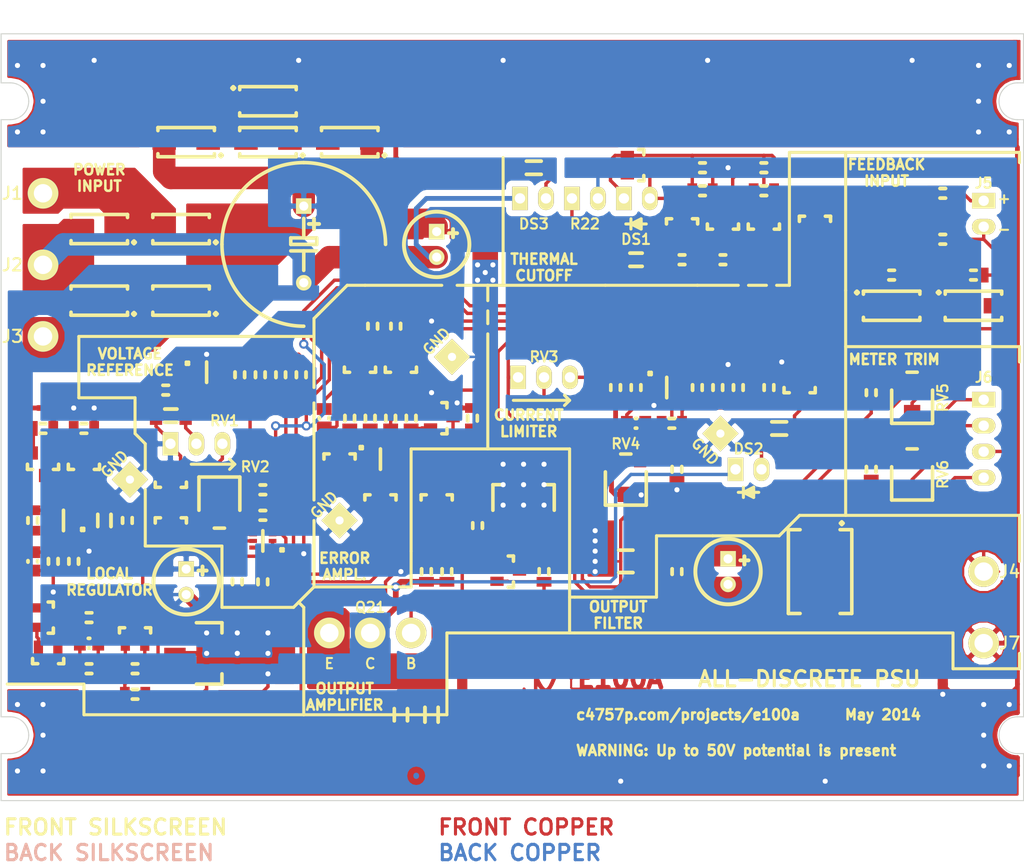
<source format=kicad_pcb>
(kicad_pcb (version 3) (host pcbnew "(2014-05-13 BZR 4864)-product")
  (layers (15 F.Cu jumper) (0 B.Cu signal hide) (18 B.Paste user) (19 F.Paste user) (20 B.SilkS user) (21 F.SilkS user) (22 B.Mask user hide) (23 F.Mask user) (28 Edge.Cuts user))
  (net 0 "")
  (net 1 /FB+)
  (net 2 /FB-)
  (net 3 "Net-(D5-Pad1)")
  (net 4 "Net-(DS1-PadA)")
  (net 5 "Net-(DS2-PadA)")
  (net 6 "Net-(DZ1-Pad1)")
  (net 7 V-UNREG)
  (net 8 GND)
  (net 9 CGND)
  (net 10 "Net-(C3-Pad1)")
  (net 11 "Net-(D1-Pad1)")
  (net 12 "Net-(D6-Pad1)")
  (net 13 "Net-(D9-Pad3)")
  (net 14 "Net-(D11-Pad2)")
  (net 15 "Net-(Q1-Pad1)")
  (net 16 "Net-(C7-Pad2)")
  (net 17 "Net-(Q8-Pad5)")
  (net 18 "Net-(Q8-Pad4)")
  (net 19 "Net-(Q13-Pad2)")
  (net 20 "Net-(Q2-Pad1)")
  (net 21 "Net-(Q4-Pad1)")
  (net 22 "Net-(Q15-Pad3)")
  (net 23 "Net-(Q19-Pad1)")
  (net 24 "Net-(Q19-Pad3)")
  (net 25 "Net-(Q20-Pad1)")
  (net 26 "Net-(RV1-Pad3)")
  (net 27 /OUT+)
  (net 28 /OUT-)
  (net 29 "Net-(Q6-Pad2)")
  (net 30 "Net-(DS3-PadA)")
  (net 31 "Net-(Q23-Pad4)")
  (net 32 "Net-(Q24-Pad1)")
  (net 33 +2)
  (net 34 -12)
  (net 35 "Net-(D12-Pad2)")
  (net 36 "Net-(C1-Pad1)")
  (net 37 "Net-(C1-Pad2)")
  (net 38 "Net-(C6-Pad2)")
  (net 39 "Net-(C8-Pad2)")
  (net 40 "Net-(C11-Pad1)")
  (net 41 "Net-(C11-Pad2)")
  (net 42 "Net-(C12-Pad1)")
  (net 43 "Net-(C12-Pad2)")
  (net 44 "Net-(D2-Pad1)")
  (net 45 "Net-(DS1-PadK)")
  (net 46 "Net-(J6-Pad1)")
  (net 47 "Net-(J6-Pad4)")
  (net 48 "Net-(Q5-Pad4)")
  (net 49 "Net-(Q5-Pad6)")
  (net 50 "Net-(Q7-Pad2)")
  (net 51 "Net-(Q8-Pad1)")
  (net 52 "Net-(Q8-Pad3)")
  (net 53 "Net-(Q9-Pad1)")
  (net 54 "Net-(Q10-Pad5)")
  (net 55 "Net-(Q10-Pad4)")
  (net 56 "Net-(Q11-Pad1)")
  (net 57 "Net-(Q12-Pad3)")
  (net 58 "Net-(Q12-Pad6)")
  (net 59 "Net-(Q13-Pad1)")
  (net 60 "Net-(Q14-Pad1)")
  (net 61 "Net-(Q15-Pad2)")
  (net 62 "Net-(Q16-Pad1)")
  (net 63 "Net-(Q17-Pad2)")
  (net 64 "Net-(Q17-Pad3)")
  (net 65 "Net-(Q18-Pad2)")
  (net 66 "Net-(Q20-Pad3)")
  (net 67 "Net-(Q23-Pad6)")
  (net 68 "Net-(Q24-Pad2)")
  (net 69 "Net-(R39-Pad1)")
  (net 70 "Net-(R39-Pad2)")
  (net 71 "Net-(R51-Pad2)")
  (net 72 "Net-(R54-Pad2)")
  (net 73 /GUARD)
  (module passive:C-ALUM-16mm (layer F.Cu) (at 154.5 78 270)
    (fp_text reference C2 hide)
    (fp_text value "1000u 63V" hide)
    (pad 1 thru_hole rect (at -3.74904 0 270) (size 1.524 1.524) (drill 0.889) (layers *.Cu *.Mask F.SilkS) (net 33 +2))
    (pad 2 thru_hole circle (at 3.74904 0 270) (size 1.524 1.524) (drill 0.889) (layers *.Cu *.Mask F.SilkS) (net 7 V-UNREG))
  )
  (module IPC-semi-nominal:SC-70-6 (layer F.Cu) (at 150.5 107 180)
    (fp_text reference Q8 hide)
    (fp_text value PMP4201Y hide)
    (pad 5 smd rect (at 0.95 0) (size 0.75 0.4) (layers F.Cu F.Paste F.Mask) (net 17 "Net-(Q8-Pad5)"))
    (pad 1 smd rect (at -0.95 -0.65) (size 0.75 0.4) (layers F.Cu F.Paste F.Mask) (net 51 "Net-(Q8-Pad1)"))
    (pad 3 smd rect (at -0.95 0.65) (size 0.75 0.4) (layers F.Cu F.Paste F.Mask) (net 52 "Net-(Q8-Pad3)"))
    (pad 2 smd rect (at -0.95 0) (size 0.75 0.4) (layers F.Cu F.Paste F.Mask) (net 51 "Net-(Q8-Pad1)"))
    (pad 4 smd rect (at 0.95 0.65) (size 0.75 0.4) (layers F.Cu F.Paste F.Mask) (net 18 "Net-(Q8-Pad4)"))
    (pad 6 smd rect (at 0.95 -0.65) (size 0.75 0.4) (layers F.Cu F.Paste F.Mask) (net 51 "Net-(Q8-Pad1)"))
  )
  (module conn:CONN_2-SIL (layer F.Cu) (at 176.92 73.5)
    (fp_text reference DS3 (at 0.08 2.5) (layer F.SilkS) (effects (font (size 1.00076 1.00076) (thickness 0.2032))))
    (fp_text value POWER hide)
    (pad K thru_hole rect (at -1.27 0) (size 1.524 2.286) (drill 1.016) (layers *.Cu *.Mask F.SilkS) (net 7 V-UNREG))
    (pad A thru_hole oval (at 1.27 0) (size 1.524 2.286) (drill 1.016) (layers *.Cu *.Mask F.SilkS) (net 30 "Net-(DS3-PadA)"))
  )
  (module conn:CONN_2-SIL (layer F.Cu) (at 221 75 270)
    (fp_text reference J5 (at -3 0 360) (layer F.SilkS) (effects (font (size 1.00076 1.00076) (thickness 0.2032))))
    (fp_text value SENSE hide)
    (pad 1 thru_hole rect (at -1.27 0 270) (size 1.524 2.286) (drill 1.016) (layers *.Cu *.Mask F.SilkS) (net 14 "Net-(D11-Pad2)"))
    (pad 2 thru_hole oval (at 1.27 0 270) (size 1.524 2.286) (drill 1.016) (layers *.Cu *.Mask F.SilkS) (net 35 "Net-(D12-Pad2)"))
  )
  (module conn:CONN_3-SIL (layer F.Cu) (at 161 116 180)
    (fp_text reference Q21 (at 0 2.5 360) (layer F.SilkS) (effects (font (thickness 0.2))))
    (fp_text value TIP105 hide)
    (pad 1 thru_hole circle (at -4 0 180) (size 3 3) (drill 1.8) (layers *.Cu *.Mask F.SilkS) (net 41 "Net-(C11-Pad2)"))
    (pad 2 thru_hole circle (at 0 0 180) (size 3 3) (drill 1.8) (layers *.Cu *.Mask F.SilkS) (net 7 V-UNREG))
    (pad 3 thru_hole circle (at 4 0 180) (size 3 3) (drill 1.8) (layers *.Cu *.Mask F.SilkS) (net 28 /OUT-))
  )
  (module IPC-semi-nominal:SC-70-6 (layer F.Cu) (at 131 105 180)
    (fp_text reference Q5 hide)
    (fp_text value PMP4201Y hide)
    (pad 5 smd rect (at 0.95 0) (size 0.75 0.4) (layers F.Cu F.Paste F.Mask) (net 48 "Net-(Q5-Pad4)"))
    (pad 1 smd rect (at -0.95 -0.65) (size 0.75 0.4) (layers F.Cu F.Paste F.Mask) (net 10 "Net-(C3-Pad1)"))
    (pad 3 smd rect (at -0.95 0.65) (size 0.75 0.4) (layers F.Cu F.Paste F.Mask) (net 21 "Net-(Q4-Pad1)"))
    (pad 2 smd rect (at -0.95 0) (size 0.75 0.4) (layers F.Cu F.Paste F.Mask) (net 38 "Net-(C6-Pad2)"))
    (pad 4 smd rect (at 0.95 0.65) (size 0.75 0.4) (layers F.Cu F.Paste F.Mask) (net 48 "Net-(Q5-Pad4)"))
    (pad 6 smd rect (at 0.95 -0.65) (size 0.75 0.4) (layers F.Cu F.Paste F.Mask) (net 49 "Net-(Q5-Pad6)"))
  )
  (module conn:CONN_3-SIL (layer F.Cu) (at 144 97.5)
    (fp_text reference RV1 (at 2.75 -2.25) (layer F.SilkS) (effects (font (thickness 0.2))))
    (fp_text value 10k hide)
    (pad 1 thru_hole rect (at -2.54 0) (size 1.524 2.286) (drill 1.016) (layers *.Cu *.Mask F.SilkS) (net 8 GND))
    (pad 2 thru_hole oval (at 0 0) (size 1.524 2.286) (drill 1.016) (layers *.Cu *.Mask F.SilkS) (net 16 "Net-(C7-Pad2)"))
    (pad 3 thru_hole oval (at 2.54 0) (size 1.524 2.286) (drill 1.016) (layers *.Cu *.Mask F.SilkS) (net 26 "Net-(RV1-Pad3)"))
  )
  (module conn:CONN_4-SIL (layer F.Cu) (at 221 97 270)
    (fp_text reference J6 (at -6 0 360) (layer F.SilkS) (effects (font (size 1.00076 1.00076) (thickness 0.2032))))
    (fp_text value METER hide)
    (pad 1 thru_hole rect (at -3.81 0 270) (size 1.524 2.286) (drill 1.016) (layers *.Cu *.Mask F.SilkS) (net 46 "Net-(J6-Pad1)"))
    (pad 2 thru_hole oval (at -1.27 0 270) (size 1.524 2.286) (drill 1.016) (layers *.Cu *.Mask F.SilkS) (net 27 /OUT+))
    (pad 3 thru_hole oval (at 1.27 0 270) (size 1.524 2.286) (drill 1.016) (layers *.Cu *.Mask F.SilkS) (net 28 /OUT-))
    (pad 4 thru_hole oval (at 3.81 0 270) (size 1.524 2.286) (drill 1.016) (layers *.Cu *.Mask F.SilkS) (net 47 "Net-(J6-Pad4)"))
  )
  (module conn:CONN_2-SIL (layer F.Cu) (at 198 100)
    (fp_text reference DS2 (at 0 -2) (layer F.SilkS) (effects (font (size 1.00076 1.00076) (thickness 0.2032))))
    (fp_text value LIM hide)
    (pad K thru_hole rect (at -1.27 0) (size 1.524 2.286) (drill 1.016) (layers *.Cu *.Mask F.SilkS) (net 7 V-UNREG))
    (pad A thru_hole oval (at 1.27 0) (size 1.524 2.286) (drill 1.016) (layers *.Cu *.Mask F.SilkS) (net 5 "Net-(DS2-PadA)"))
  )
  (module conn:CONN_3-SIL (layer F.Cu) (at 178 91)
    (fp_text reference RV3 (at 0 -2) (layer F.SilkS) (effects (font (size 1.00076 1.00076) (thickness 0.2032))))
    (fp_text value 1k hide)
    (pad 1 thru_hole rect (at -2.54 0) (size 1.524 2.286) (drill 1.016) (layers *.Cu *.Mask F.SilkS) (net 8 GND))
    (pad 2 thru_hole oval (at 0 0) (size 1.524 2.286) (drill 1.016) (layers *.Cu *.Mask F.SilkS) (net 43 "Net-(C12-Pad2)"))
    (pad 3 thru_hole oval (at 2.54 0) (size 1.524 2.286) (drill 1.016) (layers *.Cu *.Mask F.SilkS) (net 69 "Net-(R39-Pad1)"))
  )
  (module conn:CONN_2-SIL (layer F.Cu) (at 187.08 73.5)
    (fp_text reference DS1 (at -0.08 4) (layer F.SilkS) (effects (font (size 1.00076 1.00076) (thickness 0.2032))))
    (fp_text value HOT hide)
    (pad K thru_hole rect (at -1.27 0) (size 1.524 2.286) (drill 1.016) (layers *.Cu *.Mask F.SilkS) (net 45 "Net-(DS1-PadK)"))
    (pad A thru_hole oval (at 1.27 0) (size 1.524 2.286) (drill 1.016) (layers *.Cu *.Mask F.SilkS) (net 4 "Net-(DS1-PadA)"))
  )
  (module conn:CONN_2-SIL (layer F.Cu) (at 182 73.5)
    (fp_text reference R22 (at 0 2.5) (layer F.SilkS) (effects (font (size 1.00076 1.00076) (thickness 0.2032))))
    (fp_text value NTC hide)
    (pad 1 thru_hole rect (at -1.27 0) (size 1.524 2.286) (drill 1.016) (layers *.Cu *.Mask F.SilkS) (net 39 "Net-(C8-Pad2)"))
    (pad 2 thru_hole oval (at 1.27 0) (size 1.524 2.286) (drill 1.016) (layers *.Cu *.Mask F.SilkS) (net 34 -12))
  )
  (module IPC-semi-nominal:SC-70-6 (layer F.Cu) (at 190 92)
    (fp_text reference Q23 hide)
    (fp_text value PMP4201Y hide)
    (pad 5 smd rect (at 0.95 0 180) (size 0.75 0.4) (layers F.Cu F.Paste F.Mask) (net 31 "Net-(Q23-Pad4)"))
    (pad 1 smd rect (at -0.95 -0.65 180) (size 0.75 0.4) (layers F.Cu F.Paste F.Mask) (net 43 "Net-(C12-Pad2)"))
    (pad 3 smd rect (at -0.95 0.65 180) (size 0.75 0.4) (layers F.Cu F.Paste F.Mask) (net 33 +2))
    (pad 2 smd rect (at -0.95 0 180) (size 0.75 0.4) (layers F.Cu F.Paste F.Mask) (net 27 /OUT+))
    (pad 4 smd rect (at 0.95 0.65 180) (size 0.75 0.4) (layers F.Cu F.Paste F.Mask) (net 31 "Net-(Q23-Pad4)"))
    (pad 6 smd rect (at 0.95 -0.65 180) (size 0.75 0.4) (layers F.Cu F.Paste F.Mask) (net 67 "Net-(Q23-Pad6)"))
  )
  (module LOGO (layer F.Cu) (at 176 124)
    (fp_text reference G*** hide)
    (fp_text value LOGO hide)
  )
  (module LOGO (layer F.Cu) (at 176 124)
    (fp_text reference G*** hide)
    (fp_text value LOGO hide)
    (fp_poly (pts (xy 4.826 -3.58394) (xy 4.7752 -3.42138) (xy 4.65836 -3.37566) (xy 4.53136 -3.4417) (xy 4.44246 -3.61442) (xy 4.43992 -3.6195) (xy 4.34594 -3.9751) (xy 4.22402 -4.30276) (xy 4.09448 -4.55676) (xy 4.00812 -4.66852) (xy 3.8989 -4.7244) (xy 3.78968 -4.66852) (xy 3.683 -4.55422) (xy 3.53568 -4.33578) (xy 3.39344 -4.04876) (xy 3.34518 -3.92176) (xy 3.23342 -3.63728) (xy 3.07848 -3.2766) (xy 2.91592 -2.91846) (xy 2.91084 -2.9083) (xy 2.66954 -2.49174) (xy 2.4257 -2.24028) (xy 2.1717 -2.159) (xy 1.90246 -2.24282) (xy 1.62052 -2.49174) (xy 1.58496 -2.53492) (xy 1.36144 -2.79654) (xy 1.33604 -2.27076) (xy 1.31318 -1.74498) (xy 0.78232 -1.57734) (xy 0.254 -1.40716) (xy 0.254 -0.07874) (xy 0.254 1.25222) (xy 0.48768 1.3081) (xy 0.73406 1.36906) (xy 1.01346 1.44018) (xy 1.02616 1.44272) (xy 1.33096 1.524) (xy 1.37414 2.49936) (xy 1.39446 2.89052) (xy 1.41732 3.2131) (xy 1.44018 3.43408) (xy 1.45796 3.5179) (xy 1.55702 3.5306) (xy 1.78054 3.52298) (xy 2.09296 3.50012) (xy 2.25298 3.48742) (xy 2.67462 3.44932) (xy 2.95656 3.4417) (xy 3.12166 3.4671) (xy 3.2004 3.52552) (xy 3.21818 3.60426) (xy 3.15214 3.70078) (xy 2.98196 3.8735) (xy 2.73304 4.09448) (xy 2.43586 4.34594) (xy 2.11836 4.5974) (xy 1.81356 4.83108) (xy 1.55194 5.0165) (xy 1.3589 5.13588) (xy 1.28016 5.16382) (xy 1.15824 5.11556) (xy 0.93726 4.98094) (xy 0.65024 4.7879) (xy 0.39878 4.60248) (xy 0.08128 4.34594) (xy -0.16256 4.12496) (xy -0.30988 3.95986) (xy -0.33782 3.89382) (xy -0.25654 3.77698) (xy -0.02032 3.69316) (xy 0.36576 3.64998) (xy 0.65532 3.64236) (xy 1.016 3.63982) (xy 1.016 2.7559) (xy 1.01092 2.3876) (xy 0.99568 2.08788) (xy 0.97282 1.8923) (xy 0.9525 1.83642) (xy 0.83312 1.79832) (xy 0.6223 1.7526) (xy 0.5715 1.74244) (xy 0.36576 1.7145) (xy 0.27432 1.75006) (xy 0.254 1.8796) (xy 0.254 1.94564) (xy 0.21082 2.13868) (xy 0.10922 2.26822) (xy -0.01016 2.29108) (xy -0.0508 2.26314) (xy -0.07366 2.16662) (xy -0.10414 1.93802) (xy -0.13462 1.61798) (xy -0.1524 1.38684) (xy -0.21082 0.55118) (xy -0.49276 1.03632) (xy -0.70104 1.35128) (xy -0.87122 1.50622) (xy -0.93726 1.524) (xy -1.07188 1.46558) (xy -1.08712 1.30556) (xy -0.98806 1.06426) (xy -0.93218 0.97282) (xy -0.80264 0.762) (xy -0.78994 0.6604) (xy -0.90932 0.65278) (xy -1.11506 0.6985) (xy -1.53924 0.73914) (xy -1.99898 0.63754) (xy -2.51206 0.39624) (xy -2.63652 0.32258) (xy -3.175 0.08128) (xy -3.73126 0.00508) (xy -4.31038 0.09906) (xy -4.48818 0.16002) (xy -4.81584 0.2794) (xy -5.01904 0.32512) (xy -5.12572 0.3048) (xy -5.16382 0.21082) (xy -5.16382 0.1651) (xy -5.08254 0.00254) (xy -4.83362 -0.14478) (xy -4.42976 -0.2794) (xy -4.04114 -0.36322) (xy -3.52298 -0.40386) (xy -3.02768 -0.31496) (xy -2.51206 -0.0889) (xy -2.33172 0.01524) (xy -2.03962 0.17018) (xy -1.74752 0.28194) (xy -1.6002 0.3175) (xy -1.36398 0.32004) (xy -1.10998 0.28448) (xy -0.889 0.22098) (xy -0.74676 0.14478) (xy -0.72644 0.0762) (xy -0.82042 0) (xy -1.02616 -0.12192) (xy -1.30302 -0.27178) (xy -1.36144 -0.29972) (xy -1.6891 -0.47752) (xy -1.87706 -0.61976) (xy -1.94564 -0.74168) (xy -1.94818 -0.76454) (xy -1.92024 -0.88138) (xy -1.82118 -0.91948) (xy -1.63576 -0.87884) (xy -1.3462 -0.75184) (xy -0.96012 -0.55118) (xy -0.65278 -0.38608) (xy -0.40386 -0.25654) (xy -0.24892 -0.18288) (xy -0.2159 -0.17018) (xy -0.19812 -0.24892) (xy -0.18288 -0.4699) (xy -0.16764 -0.8001) (xy -0.15494 -1.20904) (xy -0.14986 -1.41732) (xy -0.1397 -1.90246) (xy -0.127 -2.24282) (xy -0.10922 -2.4638) (xy -0.08128 -2.5908) (xy -0.04064 -2.64922) (xy 0.02032 -2.667) (xy 0.04318 -2.667) (xy 0.14732 -2.63906) (xy 0.20574 -2.53238) (xy 0.23368 -2.2987) (xy 0.23622 -2.26568) (xy 0.26162 -2.032) (xy 0.29464 -1.88468) (xy 0.31242 -1.86436) (xy 0.41656 -1.88468) (xy 0.61976 -1.94056) (xy 0.68834 -1.96088) (xy 1.016 -2.05994) (xy 1.016 -3.65506) (xy 1.016 -4.21132) (xy 1.02108 -4.62026) (xy 1.0287 -4.90474) (xy 1.04648 -5.08762) (xy 1.07442 -5.19176) (xy 1.11252 -5.23748) (xy 1.1684 -5.25018) (xy 1.18618 -5.25018) (xy 1.26746 -5.23494) (xy 1.31826 -5.17144) (xy 1.34366 -5.02412) (xy 1.35382 -4.75996) (xy 1.35382 -4.55168) (xy 1.36398 -4.15798) (xy 1.40208 -3.86334) (xy 1.4859 -3.59664) (xy 1.59512 -3.34518) (xy 1.75006 -3.05562) (xy 1.905 -2.81178) (xy 2.01168 -2.68224) (xy 2.14122 -2.58318) (xy 2.23774 -2.59842) (xy 2.35458 -2.71272) (xy 2.45618 -2.86766) (xy 2.5908 -3.13944) (xy 2.74066 -3.48234) (xy 2.83464 -3.7211) (xy 3.09626 -4.33832) (xy 3.3528 -4.78282) (xy 3.60934 -5.06222) (xy 3.86334 -5.17144) (xy 4.11734 -5.11048) (xy 4.35102 -4.90728) (xy 4.51866 -4.6355) (xy 4.6736 -4.27228) (xy 4.78536 -3.89382) (xy 4.826 -3.58394) (xy 4.826 -3.58394)) (layer F.Cu) (width 0.00254))
  )
  (module IPC-semi-nominal:SC-70-6 (layer F.Cu) (at 162 99)
    (fp_text reference Q12 hide)
    (fp_text value PMP4201Y hide)
    (pad 5 smd rect (at 0.95 0 180) (size 0.75 0.4) (layers F.Cu F.Paste F.Mask) (net 73 /GUARD))
    (pad 1 smd rect (at -0.95 -0.65 180) (size 0.75 0.4) (layers F.Cu F.Paste F.Mask) (net 2 /FB-))
    (pad 3 smd rect (at -0.95 0.65 180) (size 0.75 0.4) (layers F.Cu F.Paste F.Mask) (net 57 "Net-(Q12-Pad3)"))
    (pad 2 smd rect (at -0.95 0 180) (size 0.75 0.4) (layers F.Cu F.Paste F.Mask) (net 1 /FB+))
    (pad 4 smd rect (at 0.95 0.65 180) (size 0.75 0.4) (layers F.Cu F.Paste F.Mask) (net 73 /GUARD))
    (pad 6 smd rect (at 0.95 -0.65 180) (size 0.75 0.4) (layers F.Cu F.Paste F.Mask) (net 58 "Net-(Q12-Pad6)"))
  )
  (module IPC-semi-nominal:SC-70-6 (layer F.Cu) (at 145 90.5)
    (fp_text reference Q10 hide)
    (fp_text value PMP4201Y hide)
    (pad 5 smd rect (at 0.95 0 180) (size 0.75 0.4) (layers F.Cu F.Paste F.Mask) (net 54 "Net-(Q10-Pad5)"))
    (pad 1 smd rect (at -0.95 -0.65 180) (size 0.75 0.4) (layers F.Cu F.Paste F.Mask) (net 8 GND))
    (pad 3 smd rect (at -0.95 0.65 180) (size 0.75 0.4) (layers F.Cu F.Paste F.Mask) (net 33 +2))
    (pad 2 smd rect (at -0.95 0 180) (size 0.75 0.4) (layers F.Cu F.Paste F.Mask) (net 16 "Net-(C7-Pad2)"))
    (pad 4 smd rect (at 0.95 0.65 180) (size 0.75 0.4) (layers F.Cu F.Paste F.Mask) (net 55 "Net-(Q10-Pad4)"))
    (pad 6 smd rect (at 0.95 -0.65 180) (size 0.75 0.4) (layers F.Cu F.Paste F.Mask) (net 33 +2))
  )
  (module passive:C-ALUM-6.3mm (layer F.Cu) (at 196 110 270)
    (fp_text reference C9 hide)
    (fp_text value "47u 63V" hide)
    (pad 1 thru_hole rect (at -1.24968 0 270) (size 1.524 1.524) (drill 0.889) (layers *.Cu *.Mask F.SilkS) (net 27 /OUT+))
    (pad 2 thru_hole circle (at 1.24968 0 270) (size 1.524 1.524) (drill 0.889) (layers *.Cu *.Mask F.SilkS) (net 28 /OUT-))
  )
  (module IPC-semi-nominal:SOT-23 (layer F.Cu) (at 141.5 101.25 270)
    (fp_text reference D9 hide)
    (fp_text value MMBD4148 hide)
    (pad 1 smd rect (at -1.1 -0.95 270) (size 1.3 0.9) (layers F.Cu F.Paste F.Mask) (net 8 GND))
    (pad 2 smd rect (at -1.1 0.95 270) (size 1.3 0.9) (layers F.Cu F.Paste F.Mask))
    (pad 3 smd rect (at 1.1 0 270) (size 1.3 0.8) (layers F.Cu F.Paste F.Mask) (net 13 "Net-(D9-Pad3)"))
  )
  (module IPC-semi-nominal:SOT-23 (layer F.Cu) (at 158 99 90)
    (fp_text reference D10 hide)
    (fp_text value MMBD4148 hide)
    (pad 1 smd rect (at -1.1 -0.95 90) (size 1.3 0.9) (layers F.Cu F.Paste F.Mask) (net 73 /GUARD))
    (pad 2 smd rect (at -1.1 0.95 90) (size 1.3 0.9) (layers F.Cu F.Paste F.Mask))
    (pad 3 smd rect (at 1.1 0 90) (size 1.3 0.8) (layers F.Cu F.Paste F.Mask) (net 2 /FB-))
  )
  (module IPC-semi-nominal:SOT-23 (layer F.Cu) (at 141.5 105.25 90)
    (fp_text reference DZ1 hide)
    (fp_text value 6v2 hide)
    (pad 1 smd rect (at -1.1 -0.95 90) (size 1.3 0.9) (layers F.Cu F.Paste F.Mask) (net 6 "Net-(DZ1-Pad1)"))
    (pad 2 smd rect (at -1.1 0.95 90) (size 1.3 0.9) (layers F.Cu F.Paste F.Mask))
    (pad 3 smd rect (at 1.1 0 90) (size 1.3 0.8) (layers F.Cu F.Paste F.Mask) (net 13 "Net-(D9-Pad3)"))
  )
  (module conn:TEST (layer F.Cu) (at 129 73)
    (fp_text reference J1 (at -3 0) (layer F.SilkS) (effects (font (size 1.2 1.2) (thickness 0.2))))
    (fp_text value T1A hide)
    (pad 1 thru_hole circle (at 0 0) (size 3 3) (drill 1.8) (layers *.Cu *.Mask F.SilkS) (net 11 "Net-(D1-Pad1)"))
  )
  (module conn:TEST (layer F.Cu) (at 129 80)
    (fp_text reference J2 (at -3 0) (layer F.SilkS) (effects (font (size 1.2 1.2) (thickness 0.2))))
    (fp_text value T1B hide)
    (pad 1 thru_hole circle (at 0 0) (size 3 3) (drill 1.8) (layers *.Cu *.Mask F.SilkS) (net 7 V-UNREG))
  )
  (module conn:TEST (layer F.Cu) (at 129 87)
    (fp_text reference J3 (at -3 0) (layer F.SilkS) (effects (font (size 1.2 1.2) (thickness 0.2))))
    (fp_text value T1C hide)
    (pad 1 thru_hole circle (at 0 0) (size 3 3) (drill 1.8) (layers *.Cu *.Mask F.SilkS) (net 44 "Net-(D2-Pad1)") (clearance 0.6))
  )
  (module conn:TEST (layer F.Cu) (at 221 110)
    (fp_text reference J4 (at 2.54 0) (layer F.SilkS) (effects (font (size 1.2 1.2) (thickness 0.2))))
    (fp_text value OUT+ hide)
    (pad 1 thru_hole circle (at 0 0) (size 3 3) (drill 1.8) (layers *.Cu *.Mask F.SilkS) (net 27 /OUT+))
  )
  (module conn:TEST (layer F.Cu) (at 221 117)
    (fp_text reference J7 (at 2.54 0) (layer F.SilkS) (effects (font (size 1.2 1.2) (thickness 0.2))))
    (fp_text value OUT- hide)
    (pad 1 thru_hole circle (at 0 0) (size 3 3) (drill 1.8) (layers *.Cu *.Mask F.SilkS) (net 28 /OUT-))
  )
  (module IPC-semi-nominal:SOT-23 (layer F.Cu) (at 162 103 90)
    (fp_text reference Q9 hide)
    (fp_text value MMBT3904 hide)
    (pad 1 smd rect (at -1.1 -0.95 90) (size 1.3 0.9) (layers F.Cu F.Paste F.Mask) (net 53 "Net-(Q9-Pad1)"))
    (pad 2 smd rect (at -1.1 0.95 90) (size 1.3 0.9) (layers F.Cu F.Paste F.Mask) (net 52 "Net-(Q8-Pad3)"))
    (pad 3 smd rect (at 1.1 0 90) (size 1.3 0.8) (layers F.Cu F.Paste F.Mask) (net 73 /GUARD))
  )
  (module IPC-semi-nominal:SOT-23 (layer F.Cu) (at 168 95)
    (fp_text reference Q17 hide)
    (fp_text value BC856 hide)
    (pad 1 smd rect (at -1.1 -0.95) (size 1.3 0.9) (layers F.Cu F.Paste F.Mask) (net 58 "Net-(Q12-Pad6)"))
    (pad 2 smd rect (at -1.1 0.95) (size 1.3 0.9) (layers F.Cu F.Paste F.Mask) (net 63 "Net-(Q17-Pad2)"))
    (pad 3 smd rect (at 1.1 0) (size 1.3 0.8) (layers F.Cu F.Paste F.Mask) (net 64 "Net-(Q17-Pad3)"))
  )
  (module IPC-semi-nominal:SOT-23 (layer F.Cu) (at 167.5 103 90)
    (fp_text reference Q18 hide)
    (fp_text value MMBT3904 hide)
    (pad 1 smd rect (at -1.1 -0.95 90) (size 1.3 0.9) (layers F.Cu F.Paste F.Mask) (net 64 "Net-(Q17-Pad3)"))
    (pad 2 smd rect (at -1.1 0.95 90) (size 1.3 0.9) (layers F.Cu F.Paste F.Mask) (net 65 "Net-(Q18-Pad2)"))
    (pad 3 smd rect (at 1.1 0 90) (size 1.3 0.8) (layers F.Cu F.Paste F.Mask) (net 41 "Net-(C11-Pad2)"))
  )
  (module IPC-semi-nominal:SOT-23 (layer F.Cu) (at 203 92 270)
    (fp_text reference Q19 hide)
    (fp_text value MMBT2907A hide)
    (pad 1 smd rect (at -1.1 -0.95 270) (size 1.3 0.9) (layers F.Cu F.Paste F.Mask) (net 23 "Net-(Q19-Pad1)"))
    (pad 2 smd rect (at -1.1 0.95 270) (size 1.3 0.9) (layers F.Cu F.Paste F.Mask) (net 33 +2))
    (pad 3 smd rect (at 1.1 0 270) (size 1.3 0.8) (layers F.Cu F.Paste F.Mask) (net 24 "Net-(Q19-Pad3)"))
  )
  (module IPC7351-Nominal:RESC2012X50 (layer F.Cu) (at 148.25 90.75 270)
    (fp_text reference R16 hide)
    (fp_text value 22k hide)
    (pad 1 smd rect (at -1 0 270) (size 0.95 1.45) (layers F.Cu F.Paste F.Mask) (net 54 "Net-(Q10-Pad5)"))
    (pad 2 smd rect (at 1 0 270) (size 0.95 1.45) (layers F.Cu F.Paste F.Mask) (net 34 -12))
  )
  (module IPC7351-Nominal:RESC2012X50 (layer F.Cu) (at 150.25 90.75 270)
    (fp_text reference R17 hide)
    (fp_text value 22k hide)
    (pad 1 smd rect (at -1 0 270) (size 0.95 1.45) (layers F.Cu F.Paste F.Mask) (net 55 "Net-(Q10-Pad4)"))
    (pad 2 smd rect (at 1 0 270) (size 0.95 1.45) (layers F.Cu F.Paste F.Mask) (net 34 -12))
  )
  (module IPC7351-Nominal:RESC2012X50 (layer F.Cu) (at 154.25 90.75 270)
    (fp_text reference R19 hide)
    (fp_text value "22k 0.5%" hide)
    (pad 1 smd rect (at -1 0 270) (size 0.95 1.45) (layers F.Cu F.Paste F.Mask) (net 54 "Net-(Q10-Pad5)"))
    (pad 2 smd rect (at 1 0 270) (size 0.95 1.45) (layers F.Cu F.Paste F.Mask) (net 2 /FB-))
  )
  (module IPC7351-Nominal:RESC2012X50 (layer F.Cu) (at 152.25 90.75 270)
    (fp_text reference R18 hide)
    (fp_text value "22k 0.5%" hide)
    (pad 1 smd rect (at -1 0 270) (size 0.95 1.45) (layers F.Cu F.Paste F.Mask) (net 55 "Net-(Q10-Pad4)"))
    (pad 2 smd rect (at 1 0 270) (size 0.95 1.45) (layers F.Cu F.Paste F.Mask) (net 1 /FB+))
  )
  (module IPC7351-Nominal:RESC2012X50 (layer F.Cu) (at 163 95 270)
    (fp_text reference R30 hide)
    (fp_text value 1k hide)
    (pad 1 smd rect (at -1 0 270) (size 0.95 1.45) (layers F.Cu F.Paste F.Mask) (net 22 "Net-(Q15-Pad3)"))
    (pad 2 smd rect (at 1 0 270) (size 0.95 1.45) (layers F.Cu F.Paste F.Mask) (net 58 "Net-(Q12-Pad6)"))
  )
  (module IPC7351-Nominal:RESC2012X50 (layer F.Cu) (at 150.5 104.5 180)
    (fp_text reference R12 hide)
    (fp_text value 470 hide)
    (pad 1 smd rect (at -1 0 180) (size 0.95 1.45) (layers F.Cu F.Paste F.Mask) (net 53 "Net-(Q9-Pad1)"))
    (pad 2 smd rect (at 1 0 180) (size 0.95 1.45) (layers F.Cu F.Paste F.Mask) (net 51 "Net-(Q8-Pad1)"))
  )
  (module IPC7351-Nominal:RESC2012X50 (layer F.Cu) (at 150.5 111 270)
    (fp_text reference R13 hide)
    (fp_text value 33 hide)
    (pad 1 smd rect (at -1 0 270) (size 0.95 1.45) (layers F.Cu F.Paste F.Mask) (net 17 "Net-(Q8-Pad5)"))
    (pad 2 smd rect (at 1 0 270) (size 0.95 1.45) (layers F.Cu F.Paste F.Mask) (net 34 -12))
  )
  (module IPC7351-Nominal:RESC2012X50 (layer F.Cu) (at 171.5 105.5 90)
    (fp_text reference R36 hide)
    (fp_text value 22k hide)
    (pad 1 smd rect (at -1 0 90) (size 0.95 1.45) (layers F.Cu F.Paste F.Mask) (net 66 "Net-(Q20-Pad3)"))
    (pad 2 smd rect (at 1 0 90) (size 0.95 1.45) (layers F.Cu F.Paste F.Mask) (net 41 "Net-(C11-Pad2)"))
  )
  (module IPC7351-Nominal:RESC2012X50 (layer F.Cu) (at 217 73 180)
    (fp_text reference R49 hide)
    (fp_text value "* 0.5%" hide)
    (pad 1 smd rect (at -1 0 180) (size 0.95 1.45) (layers F.Cu F.Paste F.Mask) (net 14 "Net-(D11-Pad2)"))
    (pad 2 smd rect (at 1 0 180) (size 0.95 1.45) (layers F.Cu F.Paste F.Mask) (net 1 /FB+))
  )
  (module IPC7351-Nominal:RESC2012X50 (layer F.Cu) (at 217 77.5 180)
    (fp_text reference R50 hide)
    (fp_text value "* 0.5%" hide)
    (pad 1 smd rect (at -1 0 180) (size 0.95 1.45) (layers F.Cu F.Paste F.Mask) (net 35 "Net-(D12-Pad2)"))
    (pad 2 smd rect (at 1 0 180) (size 0.95 1.45) (layers F.Cu F.Paste F.Mask) (net 2 /FB-))
  )
  (module IPC7351-Nominal:RESC2012X50 (layer F.Cu) (at 220 81)
    (fp_text reference R53 hide)
    (fp_text value 270 hide)
    (pad 1 smd rect (at -1 0) (size 0.95 1.45) (layers F.Cu F.Paste F.Mask) (net 28 /OUT-))
    (pad 2 smd rect (at 1 0) (size 0.95 1.45) (layers F.Cu F.Paste F.Mask) (net 35 "Net-(D12-Pad2)"))
  )
  (module IPC7351-Nominal:RESC3225X60 (layer F.Cu) (at 186 109)
    (fp_text reference R47 hide)
    (fp_text value "* 1/2W" hide)
    (pad 1 smd rect (at -1.5 0) (size 1.1 2.7) (layers F.Cu F.Paste F.Mask) (net 8 GND))
    (pad 2 smd rect (at 1.5 0) (size 1.1 2.7) (layers F.Cu F.Paste F.Mask) (net 27 /OUT+))
  )
  (module IPC7351-Nominal:RESC2012X50 (layer F.Cu) (at 187 92 270)
    (fp_text reference R40 hide)
    (fp_text value 100k hide)
    (pad 1 smd rect (at -1 0 270) (size 0.95 1.45) (layers F.Cu F.Paste F.Mask) (net 8 GND))
    (pad 2 smd rect (at 1 0 270) (size 0.95 1.45) (layers F.Cu F.Paste F.Mask) (net 43 "Net-(C12-Pad2)"))
  )
  (module IPC7351-Nominal:RESC2012X50 (layer F.Cu) (at 178 110 90)
    (fp_text reference R38 hide)
    (fp_text value 33 hide)
    (pad 1 smd rect (at -1 0 90) (size 0.95 1.45) (layers F.Cu F.Paste F.Mask) (net 28 /OUT-))
    (pad 2 smd rect (at 1 0 90) (size 0.95 1.45) (layers F.Cu F.Paste F.Mask) (net 25 "Net-(Q20-Pad1)"))
  )
  (module IPC7351-Nominal:RESC2012X50 (layer F.Cu) (at 141 92.25)
    (fp_text reference R15 hide)
    (fp_text value 100k hide)
    (pad 1 smd rect (at -1 0) (size 0.95 1.45) (layers F.Cu F.Paste F.Mask) (net 8 GND))
    (pad 2 smd rect (at 1 0) (size 0.95 1.45) (layers F.Cu F.Paste F.Mask) (net 16 "Net-(C7-Pad2)"))
  )
  (module IPC7351-Nominal:RESC2012X50 (layer F.Cu) (at 168.5 110 270)
    (fp_text reference R35 hide)
    (fp_text value 1k hide)
    (pad 1 smd rect (at -1 0 270) (size 0.95 1.45) (layers F.Cu F.Paste F.Mask) (net 65 "Net-(Q18-Pad2)"))
    (pad 2 smd rect (at 1 0 270) (size 0.95 1.45) (layers F.Cu F.Paste F.Mask) (net 7 V-UNREG))
  )
  (module IPC7351-Nominal:RESC2012X50 (layer F.Cu) (at 185 92 270)
    (fp_text reference R39 hide)
    (fp_text value 22k hide)
    (pad 1 smd rect (at -1 0 270) (size 0.95 1.45) (layers F.Cu F.Paste F.Mask) (net 69 "Net-(R39-Pad1)"))
    (pad 2 smd rect (at 1 0 270) (size 0.95 1.45) (layers F.Cu F.Paste F.Mask) (net 70 "Net-(R39-Pad2)"))
  )
  (module IPC7351-Nominal:RESC2012X50 (layer F.Cu) (at 200 92 90)
    (fp_text reference R41 hide)
    (fp_text value 10k hide)
    (pad 1 smd rect (at -1 0 90) (size 0.95 1.45) (layers F.Cu F.Paste F.Mask) (net 67 "Net-(Q23-Pad6)"))
    (pad 2 smd rect (at 1 0 90) (size 0.95 1.45) (layers F.Cu F.Paste F.Mask) (net 23 "Net-(Q19-Pad1)"))
  )
  (module IPC7351-Nominal:RESC2012X50 (layer F.Cu) (at 195 92 270)
    (fp_text reference R42 hide)
    (fp_text value 2k hide)
    (pad 1 smd rect (at -1 0 270) (size 0.95 1.45) (layers F.Cu F.Paste F.Mask) (net 33 +2))
    (pad 2 smd rect (at 1 0 270) (size 0.95 1.45) (layers F.Cu F.Paste F.Mask) (net 32 "Net-(Q24-Pad1)"))
  )
  (module IPC7351-Nominal:RESC2012X50 (layer F.Cu) (at 193 92 270)
    (fp_text reference R43 hide)
    (fp_text value 1k hide)
    (pad 1 smd rect (at -1 0 270) (size 0.95 1.45) (layers F.Cu F.Paste F.Mask) (net 32 "Net-(Q24-Pad1)"))
    (pad 2 smd rect (at 1 0 270) (size 0.95 1.45) (layers F.Cu F.Paste F.Mask) (net 67 "Net-(Q23-Pad6)"))
  )
  (module IPC7351-Nominal:CAPC3216X70 (layer F.Cu) (at 141.5 94.75)
    (fp_text reference C7 hide)
    (fp_text value 4u7 hide)
    (pad 1 smd rect (at -1.45 0) (size 1.2 1.8) (layers F.Cu F.Paste F.Mask) (net 8 GND))
    (pad 2 smd rect (at 1.45 0) (size 1.2 1.8) (layers F.Cu F.Paste F.Mask) (net 16 "Net-(C7-Pad2)"))
  )
  (module IPC7351-Nominal:DIOM7959X265 (layer F.Cu) (at 205 110 270)
    (fp_text reference DZ3 hide)
    (fp_text value SMCJ30A-E3/9AT hide)
    (pad K smd rect (at -3.5 0 270) (size 2.2 3.15) (layers F.Cu F.Paste F.Mask) (net 27 /OUT+))
    (pad A smd rect (at 3.5 0 270) (size 2.2 3.15) (layers F.Cu F.Paste F.Mask) (net 28 /OUT-))
  )
  (module IPC-semi-nominal:SOT-23 (layer F.Cu) (at 164 90 270)
    (fp_text reference Q15 hide)
    (fp_text value BC856 hide)
    (pad 1 smd rect (at -1.1 -0.95 270) (size 1.3 0.9) (layers F.Cu F.Paste F.Mask) (net 59 "Net-(Q13-Pad1)"))
    (pad 2 smd rect (at -1.1 0.95 270) (size 1.3 0.9) (layers F.Cu F.Paste F.Mask) (net 61 "Net-(Q15-Pad2)"))
    (pad 3 smd rect (at 1.1 0 270) (size 1.3 0.8) (layers F.Cu F.Paste F.Mask) (net 22 "Net-(Q15-Pad3)"))
  )
  (module IPC7351-Nominal:RESC2012X50 (layer F.Cu) (at 171 95 270)
    (fp_text reference R34 hide)
    (fp_text value 22k hide)
    (pad 1 smd rect (at -1 0 270) (size 0.95 1.45) (layers F.Cu F.Paste F.Mask) (net 33 +2))
    (pad 2 smd rect (at 1 0 270) (size 0.95 1.45) (layers F.Cu F.Paste F.Mask) (net 41 "Net-(C11-Pad2)"))
  )
  (module IPC7351-Nominal:RESC2012X50 (layer F.Cu) (at 210 92.5 90)
    (fp_text reference R51 hide)
    (fp_text value * hide)
    (pad 1 smd rect (at -1 0 90) (size 0.95 1.45) (layers F.Cu F.Paste F.Mask) (net 8 GND))
    (pad 2 smd rect (at 1 0 90) (size 0.95 1.45) (layers F.Cu F.Paste F.Mask) (net 71 "Net-(R51-Pad2)"))
  )
  (module IPC7351-Nominal:RESC2012X50 (layer F.Cu) (at 210 100 90)
    (fp_text reference R54 hide)
    (fp_text value * hide)
    (pad 1 smd rect (at -1 0 90) (size 0.95 1.45) (layers F.Cu F.Paste F.Mask) (net 27 /OUT+))
    (pad 2 smd rect (at 1 0 90) (size 0.95 1.45) (layers F.Cu F.Paste F.Mask) (net 72 "Net-(R54-Pad2)"))
  )
  (module IPC7351-Nominal:DIOM5326X292 (layer F.Cu) (at 143 68 180)
    (fp_text reference D5 hide)
    (fp_text value S1D hide)
    (pad 1 smd rect (at -2.15 0 180) (size 2.3 1.5) (layers F.Cu F.Paste F.Mask) (net 3 "Net-(D5-Pad1)"))
    (pad 2 smd rect (at 2.15 0 180) (size 2.3 1.5) (layers F.Cu F.Paste F.Mask) (net 33 +2))
  )
  (module IPC7351-Nominal:DIOM5326X292 (layer F.Cu) (at 151 68 180)
    (fp_text reference D6 hide)
    (fp_text value S1D hide)
    (pad 1 smd rect (at -2.15 0 180) (size 2.3 1.5) (layers F.Cu F.Paste F.Mask) (net 12 "Net-(D6-Pad1)"))
    (pad 2 smd rect (at 2.15 0 180) (size 2.3 1.5) (layers F.Cu F.Paste F.Mask) (net 3 "Net-(D5-Pad1)"))
  )
  (module IPC7351-Nominal:DIOM5326X292 (layer F.Cu) (at 159 68 180)
    (fp_text reference D8 hide)
    (fp_text value S1D hide)
    (pad 1 smd rect (at -2.15 0 180) (size 2.3 1.5) (layers F.Cu F.Paste F.Mask) (net 8 GND))
    (pad 2 smd rect (at 2.15 0 180) (size 2.3 1.5) (layers F.Cu F.Paste F.Mask) (net 12 "Net-(D6-Pad1)"))
  )
  (module IPC7351-Nominal:DIOM5326X292 (layer F.Cu) (at 151 64)
    (fp_text reference D7 hide)
    (fp_text value S1D hide)
    (pad 1 smd rect (at -2.15 0) (size 2.3 1.5) (layers F.Cu F.Paste F.Mask) (net 33 +2))
    (pad 2 smd rect (at 2.15 0) (size 2.3 1.5) (layers F.Cu F.Paste F.Mask) (net 8 GND))
  )
  (module IPC7351-Nominal:DIOM5326X292 (layer F.Cu) (at 220 84)
    (fp_text reference D12 hide)
    (fp_text value S1D hide)
    (pad 1 smd rect (at -2.15 0) (size 2.3 1.5) (layers F.Cu F.Paste F.Mask) (net 28 /OUT-))
    (pad 2 smd rect (at 2.15 0) (size 2.3 1.5) (layers F.Cu F.Paste F.Mask) (net 35 "Net-(D12-Pad2)"))
  )
  (module IPC-semi-nominal:SOT-223 (layer F.Cu) (at 145 118)
    (fp_text reference Q3 hide)
    (fp_text value PZT2222A hide)
    (pad 1 smd rect (at -3.1 -2.3 180) (size 2.1 1.1) (layers F.Cu F.Paste F.Mask) (net 37 "Net-(C1-Pad2)"))
    (pad 2 smd rect (at -3.1 0 180) (size 2.1 1.1) (layers F.Cu F.Paste F.Mask) (net 34 -12))
    (pad 3 smd rect (at -3.1 2.3 180) (size 2.1 1.1) (layers F.Cu F.Paste F.Mask) (net 20 "Net-(Q2-Pad1)"))
    (pad 4 smd rect (at 3.1 0 180) (size 2.1 3.5) (layers F.Cu F.Paste F.Mask) (net 34 -12))
  )
  (module IPC7351-Nominal:RESC2012X50 (layer F.Cu) (at 137.25 105 270)
    (fp_text reference R10 hide)
    (fp_text value 10k hide)
    (pad 1 smd rect (at -1 0 270) (size 0.95 1.45) (layers F.Cu F.Paste F.Mask) (net 6 "Net-(DZ1-Pad1)"))
    (pad 2 smd rect (at 1 0 270) (size 0.95 1.45) (layers F.Cu F.Paste F.Mask) (net 38 "Net-(C6-Pad2)"))
  )
  (module IPC7351-Nominal:RESC2012X50 (layer F.Cu) (at 161 95 270)
    (fp_text reference R24 hide)
    (fp_text value 1k hide)
    (pad 1 smd rect (at -1 0 270) (size 0.95 1.45) (layers F.Cu F.Paste F.Mask) (net 59 "Net-(Q13-Pad1)"))
    (pad 2 smd rect (at 1 0 270) (size 0.95 1.45) (layers F.Cu F.Paste F.Mask) (net 57 "Net-(Q12-Pad3)"))
  )
  (module IPC7351-Nominal:RESC2012X50 (layer F.Cu) (at 150.5 102)
    (fp_text reference R11 hide)
    (fp_text value 470 hide)
    (pad 1 smd rect (at -1 0) (size 0.95 1.45) (layers F.Cu F.Paste F.Mask) (net 6 "Net-(DZ1-Pad1)"))
    (pad 2 smd rect (at 1 0) (size 0.95 1.45) (layers F.Cu F.Paste F.Mask) (net 53 "Net-(Q9-Pad1)"))
  )
  (module IPC7351-Nominal:DIOM5326X292 (layer F.Cu) (at 212 84)
    (fp_text reference D11 hide)
    (fp_text value S1D hide)
    (pad 1 smd rect (at -2.15 0) (size 2.3 1.5) (layers F.Cu F.Paste F.Mask) (net 27 /OUT+))
    (pad 2 smd rect (at 2.15 0) (size 2.3 1.5) (layers F.Cu F.Paste F.Mask) (net 14 "Net-(D11-Pad2)"))
  )
  (module IPC7351-Nominal:RESC2012X50 (layer F.Cu) (at 212 81)
    (fp_text reference R52 hide)
    (fp_text value 270 hide)
    (pad 1 smd rect (at -1 0) (size 0.95 1.45) (layers F.Cu F.Paste F.Mask) (net 27 /OUT+))
    (pad 2 smd rect (at 1 0) (size 0.95 1.45) (layers F.Cu F.Paste F.Mask) (net 14 "Net-(D11-Pad2)"))
  )
  (module IPC7351-Nominal:RESC2012X50 (layer F.Cu) (at 191 110 270)
    (fp_text reference R46 hide)
    (fp_text value 22k hide)
    (pad 1 smd rect (at -1 0 270) (size 0.95 1.45) (layers F.Cu F.Paste F.Mask) (net 27 /OUT+))
    (pad 2 smd rect (at 1 0 270) (size 0.95 1.45) (layers F.Cu F.Paste F.Mask) (net 28 /OUT-))
  )
  (module IPC7351-Nominal:RESC2012X50 (layer F.Cu) (at 165 95 270)
    (fp_text reference R32 hide)
    (fp_text value 1k hide)
    (pad 1 smd rect (at -1 0 270) (size 0.95 1.45) (layers F.Cu F.Paste F.Mask) (net 33 +2))
    (pad 2 smd rect (at 1 0 270) (size 0.95 1.45) (layers F.Cu F.Paste F.Mask) (net 63 "Net-(Q17-Pad2)"))
  )
  (module IPC7351-Nominal:CAPC3216X70 (layer F.Cu) (at 135 105 270)
    (fp_text reference C6 hide)
    (fp_text value 4u7 hide)
    (pad 1 smd rect (at -1.45 0 270) (size 1.2 1.8) (layers F.Cu F.Paste F.Mask) (net 8 GND))
    (pad 2 smd rect (at 1.45 0 270) (size 1.2 1.8) (layers F.Cu F.Paste F.Mask) (net 38 "Net-(C6-Pad2)"))
  )
  (module IPC-semi-nominal:SOT-23 (layer F.Cu) (at 160 90 270)
    (fp_text reference Q13 hide)
    (fp_text value BC856 hide)
    (pad 1 smd rect (at -1.1 -0.95 270) (size 1.3 0.9) (layers F.Cu F.Paste F.Mask) (net 59 "Net-(Q13-Pad1)"))
    (pad 2 smd rect (at -1.1 0.95 270) (size 1.3 0.9) (layers F.Cu F.Paste F.Mask) (net 19 "Net-(Q13-Pad2)"))
    (pad 3 smd rect (at 1.1 0 270) (size 1.3 0.8) (layers F.Cu F.Paste F.Mask) (net 59 "Net-(Q13-Pad1)"))
  )
  (module IPC-semi-nominal:SOT-23 (layer F.Cu) (at 204.5 75.75 90)
    (fp_text reference Q24 hide)
    (fp_text value MMBT2907A hide)
    (pad 1 smd rect (at -1.1 -0.95 90) (size 1.3 0.9) (layers F.Cu F.Paste F.Mask) (net 32 "Net-(Q24-Pad1)"))
    (pad 2 smd rect (at -1.1 0.95 90) (size 1.3 0.9) (layers F.Cu F.Paste F.Mask) (net 68 "Net-(Q24-Pad2)"))
    (pad 3 smd rect (at 1.1 0 90) (size 1.3 0.8) (layers F.Cu F.Paste F.Mask) (net 1 /FB+))
  )
  (module IPC7351-Nominal:RESC2012X50 (layer F.Cu) (at 166.5 110 270)
    (fp_text reference R33 hide)
    (fp_text value 1k hide)
    (pad 1 smd rect (at -1 0 270) (size 0.95 1.45) (layers F.Cu F.Paste F.Mask) (net 64 "Net-(Q17-Pad3)"))
    (pad 2 smd rect (at 1 0 270) (size 0.95 1.45) (layers F.Cu F.Paste F.Mask) (net 7 V-UNREG))
  )
  (module IPC-semi-nominal:SOT-223 (layer F.Cu) (at 176 103 90)
    (fp_text reference Q22 hide)
    (fp_text value PZT2222A hide)
    (pad 1 smd rect (at -3.1 -2.3 270) (size 2.1 1.1) (layers F.Cu F.Paste F.Mask) (net 66 "Net-(Q20-Pad3)"))
    (pad 2 smd rect (at -3.1 0 270) (size 2.1 1.1) (layers F.Cu F.Paste F.Mask) (net 8 GND))
    (pad 3 smd rect (at -3.1 2.3 270) (size 2.1 1.1) (layers F.Cu F.Paste F.Mask) (net 25 "Net-(Q20-Pad1)"))
    (pad 4 smd rect (at 3.1 0 270) (size 2.1 3.5) (layers F.Cu F.Paste F.Mask) (net 8 GND))
  )
  (module IPC-semi-nominal:SOT-23 (layer F.Cu) (at 174.5 110)
    (fp_text reference Q20 hide)
    (fp_text value MMBT3904 hide)
    (pad 1 smd rect (at -1.1 -0.95) (size 1.3 0.9) (layers F.Cu F.Paste F.Mask) (net 25 "Net-(Q20-Pad1)"))
    (pad 2 smd rect (at -1.1 0.95) (size 1.3 0.9) (layers F.Cu F.Paste F.Mask) (net 28 /OUT-))
    (pad 3 smd rect (at 1.1 0) (size 1.3 0.8) (layers F.Cu F.Paste F.Mask) (net 66 "Net-(Q20-Pad3)"))
  )
  (module IPC7351-Nominal:RESC2012X50 (layer F.Cu) (at 191 100 270)
    (fp_text reference R44 hide)
    (fp_text value 10k hide)
    (pad 1 smd rect (at -1 0 270) (size 0.95 1.45) (layers F.Cu F.Paste F.Mask) (net 31 "Net-(Q23-Pad4)"))
    (pad 2 smd rect (at 1 0 270) (size 0.95 1.45) (layers F.Cu F.Paste F.Mask) (net 34 -12))
  )
  (module IPC7351-Nominal:RESC2012X50 (layer F.Cu) (at 197 92 270)
    (fp_text reference R45 hide)
    (fp_text value 1k hide)
    (pad 1 smd rect (at -1 0 270) (size 0.95 1.45) (layers F.Cu F.Paste F.Mask) (net 33 +2))
    (pad 2 smd rect (at 1 0 270) (size 0.95 1.45) (layers F.Cu F.Paste F.Mask) (net 68 "Net-(Q24-Pad2)"))
  )
  (module IPC7351-Nominal:CAPC3216X70 (layer F.Cu) (at 187 79.5)
    (fp_text reference C8 hide)
    (fp_text value 4u7 hide)
    (pad 1 smd rect (at -1.45 0) (size 1.2 1.8) (layers F.Cu F.Paste F.Mask) (net 8 GND))
    (pad 2 smd rect (at 1.45 0) (size 1.2 1.8) (layers F.Cu F.Paste F.Mask) (net 39 "Net-(C8-Pad2)"))
  )
  (module IPC-semi-nominal:SOT-23 (layer F.Cu) (at 195.5 76 270)
    (fp_text reference Q11 hide)
    (fp_text value MMBT3904 hide)
    (pad 1 smd rect (at -1.1 -0.95 270) (size 1.3 0.9) (layers F.Cu F.Paste F.Mask) (net 56 "Net-(Q11-Pad1)"))
    (pad 2 smd rect (at -1.1 0.95 270) (size 1.3 0.9) (layers F.Cu F.Paste F.Mask) (net 34 -12))
    (pad 3 smd rect (at 1.1 0 270) (size 1.3 0.8) (layers F.Cu F.Paste F.Mask) (net 39 "Net-(C8-Pad2)"))
  )
  (module IPC-semi-nominal:SOT-23 (layer F.Cu) (at 191.5 76 90)
    (fp_text reference Q14 hide)
    (fp_text value MMBT2907A hide)
    (pad 1 smd rect (at -1.1 -0.95 90) (size 1.3 0.9) (layers F.Cu F.Paste F.Mask) (net 60 "Net-(Q14-Pad1)"))
    (pad 2 smd rect (at -1.1 0.95 90) (size 1.3 0.9) (layers F.Cu F.Paste F.Mask) (net 8 GND))
    (pad 3 smd rect (at 1.1 0 90) (size 1.3 0.8) (layers F.Cu F.Paste F.Mask) (net 4 "Net-(DS1-PadA)"))
  )
  (module IPC7351-Nominal:RESC2012X50 (layer F.Cu) (at 191.5 79.5)
    (fp_text reference R25 hide)
    (fp_text value 10k hide)
    (pad 1 smd rect (at -1 0) (size 0.95 1.45) (layers F.Cu F.Paste F.Mask) (net 60 "Net-(Q14-Pad1)"))
    (pad 2 smd rect (at 1 0) (size 0.95 1.45) (layers F.Cu F.Paste F.Mask) (net 39 "Net-(C8-Pad2)"))
  )
  (module IPC7351-Nominal:RESC2012X50 (layer F.Cu) (at 199.5 70.5 180)
    (fp_text reference R26 hide)
    (fp_text value 10k hide)
    (pad 1 smd rect (at -1 0 180) (size 0.95 1.45) (layers F.Cu F.Paste F.Mask) (net 45 "Net-(DS1-PadK)"))
    (pad 2 smd rect (at 1 0 180) (size 0.95 1.45) (layers F.Cu F.Paste F.Mask) (net 56 "Net-(Q11-Pad1)"))
  )
  (module IPC7351-Nominal:RESC2012X50 (layer F.Cu) (at 195.5 79.5 180)
    (fp_text reference R20 hide)
    (fp_text value 2k hide)
    (pad 1 smd rect (at -1 0 180) (size 0.95 1.45) (layers F.Cu F.Paste F.Mask) (net 8 GND))
    (pad 2 smd rect (at 1 0 180) (size 0.95 1.45) (layers F.Cu F.Paste F.Mask) (net 39 "Net-(C8-Pad2)"))
  )
  (module passive:TRIM-R-BOURNS-TC33X-2 (layer F.Cu) (at 146.25 103.25)
    (fp_text reference RV2 (at 3.5 -3.5) (layer F.SilkS) (effects (font (thickness 0.2))))
    (fp_text value 10k hide)
    (pad 1 smd rect (at -1.4 1.8) (size 1.2 1.2) (layers F.Cu F.Paste F.Mask) (net 26 "Net-(RV1-Pad3)"))
    (pad 3 smd rect (at 1.4 1.8) (size 1.2 1.2) (layers F.Cu F.Paste F.Mask) (net 6 "Net-(DZ1-Pad1)"))
    (pad 2 smd rect (at 0 -1.45) (size 1.6 1.5) (layers F.Cu F.Paste F.Mask) (net 6 "Net-(DZ1-Pad1)"))
  )
  (module passive:TRIM-R-BOURNS-TC33X-2 (layer F.Cu) (at 214 93 180)
    (fp_text reference RV5 (at -3 0 270) (layer F.SilkS) (effects (font (thickness 0.2))))
    (fp_text value * hide)
    (pad 1 smd rect (at -1.4 1.8 180) (size 1.2 1.2) (layers F.Cu F.Paste F.Mask) (net 46 "Net-(J6-Pad1)"))
    (pad 3 smd rect (at 1.4 1.8 180) (size 1.2 1.2) (layers F.Cu F.Paste F.Mask) (net 71 "Net-(R51-Pad2)"))
    (pad 2 smd rect (at 0 -1.45 180) (size 1.6 1.5) (layers F.Cu F.Paste F.Mask) (net 46 "Net-(J6-Pad1)"))
  )
  (module passive:TRIM-R-BOURNS-TC33X-2 (layer F.Cu) (at 214 100.5 180)
    (fp_text reference RV6 (at -3 0 270) (layer F.SilkS) (effects (font (thickness 0.2))))
    (fp_text value * hide)
    (pad 1 smd rect (at -1.4 1.8 180) (size 1.2 1.2) (layers F.Cu F.Paste F.Mask) (net 47 "Net-(J6-Pad4)"))
    (pad 3 smd rect (at 1.4 1.8 180) (size 1.2 1.2) (layers F.Cu F.Paste F.Mask) (net 72 "Net-(R54-Pad2)"))
    (pad 2 smd rect (at 0 -1.45 180) (size 1.6 1.5) (layers F.Cu F.Paste F.Mask) (net 47 "Net-(J6-Pad4)"))
  )
  (module passive:TRIM-R-BOURNS-TC33X-2 (layer F.Cu) (at 186 101 180)
    (fp_text reference RV4 (at 0 3.5 180) (layer F.SilkS) (effects (font (thickness 0.2))))
    (fp_text value 10k hide)
    (pad 1 smd rect (at -1.4 1.8 180) (size 1.2 1.2) (layers F.Cu F.Paste F.Mask) (net 70 "Net-(R39-Pad2)"))
    (pad 3 smd rect (at 1.4 1.8 180) (size 1.2 1.2) (layers F.Cu F.Paste F.Mask) (net 34 -12))
    (pad 2 smd rect (at 0 -1.45 180) (size 1.6 1.5) (layers F.Cu F.Paste F.Mask) (net 34 -12))
  )
  (module IPC7351-Nominal:CAPC3216X70 (layer F.Cu) (at 164 124 270)
    (fp_text reference C10 hide)
    (fp_text value "1nF 1kV" hide)
    (pad 1 smd rect (at -1.45 0 270) (size 1.2 1.8) (layers F.Cu F.Paste F.Mask) (net 8 GND))
    (pad 2 smd rect (at 1.45 0 270) (size 1.2 1.8) (layers F.Cu F.Paste F.Mask) (net 9 CGND))
  )
  (module IPC7351-Nominal:RESC3216X60 (layer F.Cu) (at 167 124 270)
    (fp_text reference R48 hide)
    (fp_text value 1Meg hide)
    (pad 1 smd rect (at -1.5 0 270) (size 1.05 1.8) (layers F.Cu F.Paste F.Mask) (net 8 GND))
    (pad 2 smd rect (at 1.5 0 270) (size 1.05 1.8) (layers F.Cu F.Paste F.Mask) (net 9 CGND))
  )
  (module IPC7351-Nominal:DIOM5326X292 (layer F.Cu) (at 134.5 76.5 180)
    (fp_text reference D1 hide)
    (fp_text value S1D hide)
    (pad 1 smd rect (at -2.15 0 180) (size 2.3 1.5) (layers F.Cu F.Paste F.Mask) (net 11 "Net-(D1-Pad1)"))
    (pad 2 smd rect (at 2.15 0 180) (size 2.3 1.5) (layers F.Cu F.Paste F.Mask) (net 7 V-UNREG))
  )
  (module IPC7351-Nominal:DIOM5326X292 (layer F.Cu) (at 142.5 76.5 180)
    (fp_text reference D3 hide)
    (fp_text value S1D hide)
    (pad 1 smd rect (at -2.15 0 180) (size 2.3 1.5) (layers F.Cu F.Paste F.Mask) (net 33 +2))
    (pad 2 smd rect (at 2.15 0 180) (size 2.3 1.5) (layers F.Cu F.Paste F.Mask) (net 11 "Net-(D1-Pad1)"))
  )
  (module IPC7351-Nominal:DIOM5326X292 (layer F.Cu) (at 142.5 83.5 180)
    (fp_text reference D4 hide)
    (fp_text value S1D hide)
    (pad 1 smd rect (at -2.15 0 180) (size 2.3 1.5) (layers F.Cu F.Paste F.Mask) (net 33 +2))
    (pad 2 smd rect (at 2.15 0 180) (size 2.3 1.5) (layers F.Cu F.Paste F.Mask) (net 44 "Net-(D2-Pad1)"))
  )
  (module IPC7351-Nominal:DIOM5326X292 (layer F.Cu) (at 134.5 83.5 180)
    (fp_text reference D2 hide)
    (fp_text value S1D hide)
    (pad 1 smd rect (at -2.15 0 180) (size 2.3 1.5) (layers F.Cu F.Paste F.Mask) (net 44 "Net-(D2-Pad1)"))
    (pad 2 smd rect (at 2.15 0 180) (size 2.3 1.5) (layers F.Cu F.Paste F.Mask) (net 7 V-UNREG))
  )
  (module IPC7351-Nominal:CAPC2012X70 (layer F.Cu) (at 133.5 117)
    (fp_text reference C1 hide)
    (fp_text value 1n hide)
    (pad 1 smd rect (at -0.9 0) (size 1.15 1.45) (layers F.Cu F.Paste F.Mask) (net 36 "Net-(C1-Pad1)"))
    (pad 2 smd rect (at 0.9 0) (size 1.15 1.45) (layers F.Cu F.Paste F.Mask) (net 37 "Net-(C1-Pad2)"))
  )
  (module passive:C-ALUM-6.3mm (layer F.Cu) (at 143 111 270)
    (fp_text reference C5 hide)
    (fp_text value "47u 63V" hide)
    (pad 1 thru_hole rect (at -1.24968 0 270) (size 1.524 1.524) (drill 0.889) (layers *.Cu *.Mask F.SilkS) (net 8 GND))
    (pad 2 thru_hole circle (at 1.24968 0 270) (size 1.524 1.524) (drill 0.889) (layers *.Cu *.Mask F.SilkS) (net 34 -12))
  )
  (module IPC-semi-nominal:SOT-23 (layer F.Cu) (at 129 99.5 270)
    (fp_text reference Q6 hide)
    (fp_text value MMBT3906 hide)
    (pad 1 smd rect (at -1.1 -0.95 270) (size 1.3 0.9) (layers F.Cu F.Paste F.Mask) (net 49 "Net-(Q5-Pad6)"))
    (pad 2 smd rect (at -1.1 0.95 270) (size 1.3 0.9) (layers F.Cu F.Paste F.Mask) (net 29 "Net-(Q6-Pad2)"))
    (pad 3 smd rect (at 1.1 0 270) (size 1.3 0.8) (layers F.Cu F.Paste F.Mask) (net 49 "Net-(Q5-Pad6)"))
  )
  (module IPC-semi-nominal:SOT-23 (layer F.Cu) (at 133 99.5 270)
    (fp_text reference Q7 hide)
    (fp_text value MMBT3906 hide)
    (pad 1 smd rect (at -1.1 -0.95 270) (size 1.3 0.9) (layers F.Cu F.Paste F.Mask) (net 49 "Net-(Q5-Pad6)"))
    (pad 2 smd rect (at -1.1 0.95 270) (size 1.3 0.9) (layers F.Cu F.Paste F.Mask) (net 50 "Net-(Q7-Pad2)"))
    (pad 3 smd rect (at 1.1 0 270) (size 1.3 0.8) (layers F.Cu F.Paste F.Mask) (net 21 "Net-(Q4-Pad1)"))
  )
  (module IPC-semi-nominal:SOT-23 (layer F.Cu) (at 138 116 90)
    (fp_text reference Q2 hide)
    (fp_text value MMBT3904 hide)
    (pad 1 smd rect (at -1.1 -0.95 90) (size 1.3 0.9) (layers F.Cu F.Paste F.Mask) (net 20 "Net-(Q2-Pad1)"))
    (pad 2 smd rect (at -1.1 0.95 90) (size 1.3 0.9) (layers F.Cu F.Paste F.Mask) (net 7 V-UNREG))
    (pad 3 smd rect (at 1.1 0 90) (size 1.3 0.8) (layers F.Cu F.Paste F.Mask) (net 37 "Net-(C1-Pad2)"))
  )
  (module IPC-semi-nominal:SOT-23 (layer F.Cu) (at 129.5 118.5 270)
    (fp_text reference Q1 hide)
    (fp_text value BC856 hide)
    (pad 1 smd rect (at -1.1 -0.95 270) (size 1.3 0.9) (layers F.Cu F.Paste F.Mask) (net 15 "Net-(Q1-Pad1)"))
    (pad 2 smd rect (at -1.1 0.95 270) (size 1.3 0.9) (layers F.Cu F.Paste F.Mask) (net 33 +2))
    (pad 3 smd rect (at 1.1 0 270) (size 1.3 0.8) (layers F.Cu F.Paste F.Mask) (net 36 "Net-(C1-Pad1)"))
  )
  (module IPC-semi-nominal:SOT-23 (layer F.Cu) (at 129.5 114.5)
    (fp_text reference Q4 hide)
    (fp_text value BC856 hide)
    (pad 1 smd rect (at -1.1 -0.95) (size 1.3 0.9) (layers F.Cu F.Paste F.Mask) (net 21 "Net-(Q4-Pad1)"))
    (pad 2 smd rect (at -1.1 0.95) (size 1.3 0.9) (layers F.Cu F.Paste F.Mask) (net 33 +2))
    (pad 3 smd rect (at 1.1 0) (size 1.3 0.8) (layers F.Cu F.Paste F.Mask) (net 15 "Net-(Q1-Pad1)"))
  )
  (module IPC7351-Nominal:RESC2012X50 (layer F.Cu) (at 128 105 270)
    (fp_text reference R8 hide)
    (fp_text value 10k hide)
    (pad 1 smd rect (at -1 0 270) (size 0.95 1.45) (layers F.Cu F.Paste F.Mask) (net 48 "Net-(Q5-Pad4)"))
    (pad 2 smd rect (at 1 0 270) (size 0.95 1.45) (layers F.Cu F.Paste F.Mask) (net 34 -12))
  )
  (module IPC7351-Nominal:RESC2012X50 (layer F.Cu) (at 133.5 119.5)
    (fp_text reference R1 hide)
    (fp_text value 22k hide)
    (pad 1 smd rect (at -1 0) (size 0.95 1.45) (layers F.Cu F.Paste F.Mask) (net 36 "Net-(C1-Pad1)"))
    (pad 2 smd rect (at 1 0) (size 0.95 1.45) (layers F.Cu F.Paste F.Mask) (net 37 "Net-(C1-Pad2)"))
  )
  (module IPC7351-Nominal:RESC2012X50 (layer F.Cu) (at 138 119.5)
    (fp_text reference R2 hide)
    (fp_text value 33 hide)
    (pad 1 smd rect (at -1 0) (size 0.95 1.45) (layers F.Cu F.Paste F.Mask) (net 20 "Net-(Q2-Pad1)"))
    (pad 2 smd rect (at 1 0) (size 0.95 1.45) (layers F.Cu F.Paste F.Mask) (net 7 V-UNREG))
  )
  (module IPC7351-Nominal:RESC2012X50 (layer F.Cu) (at 132 109 90)
    (fp_text reference R5 hide)
    (fp_text value 30k hide)
    (pad 1 smd rect (at -1 0 90) (size 0.95 1.45) (layers F.Cu F.Paste F.Mask) (net 8 GND))
    (pad 2 smd rect (at 1 0 90) (size 0.95 1.45) (layers F.Cu F.Paste F.Mask) (net 10 "Net-(C3-Pad1)"))
  )
  (module IPC7351-Nominal:RESC2012X50 (layer F.Cu) (at 130 109 270)
    (fp_text reference R6 hide)
    (fp_text value 22k hide)
    (pad 1 smd rect (at -1 0 270) (size 0.95 1.45) (layers F.Cu F.Paste F.Mask) (net 10 "Net-(C3-Pad1)"))
    (pad 2 smd rect (at 1 0 270) (size 0.95 1.45) (layers F.Cu F.Paste F.Mask) (net 34 -12))
  )
  (module IPC7351-Nominal:RESC2012X50 (layer F.Cu) (at 133.5 114.5)
    (fp_text reference R4 hide)
    (fp_text value 22k hide)
    (pad 1 smd rect (at -1 0) (size 0.95 1.45) (layers F.Cu F.Paste F.Mask) (net 15 "Net-(Q1-Pad1)"))
    (pad 2 smd rect (at 1 0) (size 0.95 1.45) (layers F.Cu F.Paste F.Mask) (net 34 -12))
  )
  (module IPC7351-Nominal:CAPC2012X70 (layer F.Cu) (at 128 109 270)
    (fp_text reference C3 hide)
    (fp_text value 1n hide)
    (pad 1 smd rect (at -0.9 0 270) (size 1.15 1.45) (layers F.Cu F.Paste F.Mask) (net 10 "Net-(C3-Pad1)"))
    (pad 2 smd rect (at 0.9 0 270) (size 1.15 1.45) (layers F.Cu F.Paste F.Mask) (net 34 -12))
  )
  (module passive:C-ALUM-6.3mm (layer F.Cu) (at 167.5 78 270)
    (fp_text reference C4 hide)
    (fp_text value "47u 63V" hide)
    (pad 1 thru_hole rect (at -1.24968 0 270) (size 1.524 1.524) (drill 0.889) (layers *.Cu *.Mask F.SilkS) (net 8 GND))
    (pad 2 thru_hole circle (at 1.24968 0 270) (size 1.524 1.524) (drill 0.889) (layers *.Cu *.Mask F.SilkS) (net 7 V-UNREG))
  )
  (module conn:TEST_SMD (layer F.Cu) (at 158 105)
    (fp_text reference TP2 hide)
    (fp_text value GND hide)
    (pad 1 thru_hole rect (at 0 0 45) (size 2.5 2.5) (drill 0.8) (layers *.Cu *.Mask F.SilkS) (net 8 GND))
  )
  (module conn:TEST_SMD (layer F.Cu) (at 169 89)
    (fp_text reference TP1 hide)
    (fp_text value GND hide)
    (pad 1 thru_hole rect (at 0 0 45) (size 2.5 2.5) (drill 0.8) (layers *.Cu *.Mask F.SilkS) (net 8 GND))
  )
  (module conn:TEST_SMD (layer F.Cu) (at 195.25 96.5)
    (fp_text reference TP3 hide)
    (fp_text value GND hide)
    (pad 1 thru_hole rect (at 0 0 45) (size 2.5 2.5) (drill 0.8) (layers *.Cu *.Mask F.SilkS) (net 8 GND))
  )
  (module conn:TEST_SMD (layer F.Cu) (at 137.5 101)
    (fp_text reference TP4 hide)
    (fp_text value GND hide)
    (pad 1 thru_hole rect (at 0 0 45) (size 2.5 2.5) (drill 0.8) (layers *.Cu *.Mask F.SilkS) (net 8 GND))
  )
  (module IPC7351-Nominal:RESC2012X50 (layer F.Cu) (at 129 96 180)
    (fp_text reference R7 hide)
    (fp_text value 1k hide)
    (pad 1 smd rect (at -1 0 180) (size 0.95 1.45) (layers F.Cu F.Paste F.Mask) (net 33 +2))
    (pad 2 smd rect (at 1 0 180) (size 0.95 1.45) (layers F.Cu F.Paste F.Mask) (net 29 "Net-(Q6-Pad2)"))
  )
  (module IPC7351-Nominal:RESC2012X50 (layer F.Cu) (at 133 96 180)
    (fp_text reference R9 hide)
    (fp_text value 1k hide)
    (pad 1 smd rect (at -1 0 180) (size 0.95 1.45) (layers F.Cu F.Paste F.Mask) (net 33 +2))
    (pad 2 smd rect (at 1 0 180) (size 0.95 1.45) (layers F.Cu F.Paste F.Mask) (net 50 "Net-(Q7-Pad2)"))
  )
  (module IPC7351-Nominal:RESC2012X50 (layer F.Cu) (at 138 122 180)
    (fp_text reference R3 hide)
    (fp_text value 22k hide)
    (pad 1 smd rect (at -1 0 180) (size 0.95 1.45) (layers F.Cu F.Paste F.Mask) (net 34 -12))
    (pad 2 smd rect (at 1 0 180) (size 0.95 1.45) (layers F.Cu F.Paste F.Mask) (net 7 V-UNREG))
  )
  (module IPC7351-Nominal:RESC2012X50 (layer F.Cu) (at 148 111 270)
    (fp_text reference R14 hide)
    (fp_text value 33 hide)
    (pad 1 smd rect (at -1 0 270) (size 0.95 1.45) (layers F.Cu F.Paste F.Mask) (net 18 "Net-(Q8-Pad4)"))
    (pad 2 smd rect (at 1 0 270) (size 0.95 1.45) (layers F.Cu F.Paste F.Mask) (net 34 -12))
  )
  (module IPC-semi-nominal:SOT-23 (layer F.Cu) (at 187.25 70.25)
    (fp_text reference DZ2 hide)
    (fp_text value 3v0 hide)
    (pad 1 smd rect (at -1.1 -0.95) (size 1.3 0.9) (layers F.Cu F.Paste F.Mask) (net 45 "Net-(DS1-PadK)"))
    (pad 2 smd rect (at -1.1 0.95) (size 1.3 0.9) (layers F.Cu F.Paste F.Mask))
    (pad 3 smd rect (at 1.1 0) (size 1.3 0.8) (layers F.Cu F.Paste F.Mask) (net 4 "Net-(DS1-PadA)"))
  )
  (module IPC-semi-nominal:SOT-23 (layer F.Cu) (at 199.5 76 270)
    (fp_text reference Q16 hide)
    (fp_text value MMBT3904 hide)
    (pad 1 smd rect (at -1.1 -0.95 270) (size 1.3 0.9) (layers F.Cu F.Paste F.Mask) (net 62 "Net-(Q16-Pad1)"))
    (pad 2 smd rect (at -1.1 0.95 270) (size 1.3 0.9) (layers F.Cu F.Paste F.Mask) (net 34 -12))
    (pad 3 smd rect (at 1.1 0 270) (size 1.3 0.8) (layers F.Cu F.Paste F.Mask) (net 2 /FB-))
  )
  (module IPC7351-Nominal:RESC2012X50 (layer F.Cu) (at 193.5 70.5)
    (fp_text reference R27 hide)
    (fp_text value 10k hide)
    (pad 1 smd rect (at -1 0) (size 0.95 1.45) (layers F.Cu F.Paste F.Mask) (net 45 "Net-(DS1-PadK)"))
    (pad 2 smd rect (at 1 0) (size 0.95 1.45) (layers F.Cu F.Paste F.Mask) (net 34 -12))
  )
  (module IPC7351-Nominal:RESC2012X50 (layer F.Cu) (at 193.5 72.75)
    (fp_text reference R28 hide)
    (fp_text value 10k hide)
    (pad 1 smd rect (at -1 0) (size 0.95 1.45) (layers F.Cu F.Paste F.Mask) (net 45 "Net-(DS1-PadK)"))
    (pad 2 smd rect (at 1 0) (size 0.95 1.45) (layers F.Cu F.Paste F.Mask) (net 34 -12))
  )
  (module IPC7351-Nominal:RESC2012X50 (layer F.Cu) (at 199.5 72.75 180)
    (fp_text reference R31 hide)
    (fp_text value 10k hide)
    (pad 1 smd rect (at -1 0 180) (size 0.95 1.45) (layers F.Cu F.Paste F.Mask) (net 62 "Net-(Q16-Pad1)"))
    (pad 2 smd rect (at 1 0 180) (size 0.95 1.45) (layers F.Cu F.Paste F.Mask) (net 45 "Net-(DS1-PadK)"))
  )
  (module IPC7351-Nominal:RESC2012X50 (layer F.Cu) (at 161.25 86 270)
    (fp_text reference R23 hide)
    (fp_text value 100 hide)
    (pad 1 smd rect (at -1 0 270) (size 0.95 1.45) (layers F.Cu F.Paste F.Mask) (net 33 +2))
    (pad 2 smd rect (at 1 0 270) (size 0.95 1.45) (layers F.Cu F.Paste F.Mask) (net 19 "Net-(Q13-Pad2)"))
  )
  (module IPC7351-Nominal:RESC2012X50 (layer F.Cu) (at 163.5 86 270)
    (fp_text reference R29 hide)
    (fp_text value 100 hide)
    (pad 1 smd rect (at -1 0 270) (size 0.95 1.45) (layers F.Cu F.Paste F.Mask) (net 33 +2))
    (pad 2 smd rect (at 1 0 270) (size 0.95 1.45) (layers F.Cu F.Paste F.Mask) (net 61 "Net-(Q15-Pad2)"))
  )
  (module IPC7351-Nominal:RESC3216X60 (layer F.Cu) (at 177 70.5)
    (fp_text reference R55 hide)
    (fp_text value "10k QW" hide)
    (pad 1 smd rect (at -1.5 0) (size 1.05 1.8) (layers F.Cu F.Paste F.Mask) (net 33 +2))
    (pad 2 smd rect (at 1.5 0) (size 1.05 1.8) (layers F.Cu F.Paste F.Mask) (net 30 "Net-(DS3-PadA)"))
  )
  (module IPC7351-Nominal:RESC3216X60 (layer F.Cu) (at 201 96 180)
    (fp_text reference R37 hide)
    (fp_text value "10k QW" hide)
    (pad 1 smd rect (at -1.5 0 180) (size 1.05 1.8) (layers F.Cu F.Paste F.Mask) (net 24 "Net-(Q19-Pad3)"))
    (pad 2 smd rect (at 1.5 0 180) (size 1.05 1.8) (layers F.Cu F.Paste F.Mask) (net 5 "Net-(DS2-PadA)"))
  )
  (module IPC7351-Nominal:CAPC2012X70 (layer F.Cu) (at 156.5 95 90)
    (fp_text reference C11 hide)
    (fp_text value 1n hide)
    (pad 1 smd rect (at -0.9 0 90) (size 1.15 1.45) (layers F.Cu F.Paste F.Mask) (net 40 "Net-(C11-Pad1)"))
    (pad 2 smd rect (at 0.9 0 90) (size 1.15 1.45) (layers F.Cu F.Paste F.Mask) (net 41 "Net-(C11-Pad2)"))
  )
  (module IPC7351-Nominal:CAPC2012X70 (layer F.Cu) (at 187 95.5 180)
    (fp_text reference C12 hide)
    (fp_text value 1n hide)
    (pad 1 smd rect (at -0.9 0 180) (size 1.15 1.45) (layers F.Cu F.Paste F.Mask) (net 42 "Net-(C12-Pad1)"))
    (pad 2 smd rect (at 0.9 0 180) (size 1.15 1.45) (layers F.Cu F.Paste F.Mask) (net 43 "Net-(C12-Pad2)"))
  )
  (module IPC7351-Nominal:RESC2012X50 (layer F.Cu) (at 159 95 90)
    (fp_text reference R56 hide)
    (fp_text value 1k hide)
    (pad 1 smd rect (at -1 0 90) (size 0.95 1.45) (layers F.Cu F.Paste F.Mask) (net 2 /FB-))
    (pad 2 smd rect (at 1 0 90) (size 0.95 1.45) (layers F.Cu F.Paste F.Mask) (net 40 "Net-(C11-Pad1)"))
  )
  (module IPC7351-Nominal:RESC2012X50 (layer F.Cu) (at 190.5 95.5 180)
    (fp_text reference R57 hide)
    (fp_text value 1k hide)
    (pad 1 smd rect (at -1 0 180) (size 0.95 1.45) (layers F.Cu F.Paste F.Mask) (net 67 "Net-(Q23-Pad6)"))
    (pad 2 smd rect (at 1 0 180) (size 0.95 1.45) (layers F.Cu F.Paste F.Mask) (net 42 "Net-(C12-Pad1)"))
  )
  (gr_line (start 155.5 87) (end 155 87) (angle 90) (layer F.SilkS) (width 0.3))
  (gr_line (start 155.5 85.25) (end 156 84.75) (angle 90) (layer F.SilkS) (width 0.3))
  (gr_line (start 155.5 89.5) (end 155.5 85.25) (angle 90) (layer F.SilkS) (width 0.3))
  (gr_line (start 155.5 92) (end 155.5 89.5) (angle 90) (layer F.SilkS) (width 0.3))
  (gr_line (start 200.75 82) (end 202 82) (angle 90) (layer F.SilkS) (width 0.3))
  (gr_line (start 198 82) (end 199.75 82) (angle 90) (layer F.SilkS) (width 0.3))
  (gr_line (start 193 82) (end 197 82) (angle 90) (layer F.SilkS) (width 0.3))
  (gr_line (start 172.5 86.75) (end 172.5 98) (angle 90) (layer F.SilkS) (width 0.3))
  (gr_line (start 172.5 84.5) (end 172.5 85.75) (angle 90) (layer F.SilkS) (width 0.3))
  (gr_line (start 172.5 82) (end 172.5 83.5) (angle 90) (layer F.SilkS) (width 0.3))
  (gr_line (start 172.5 82) (end 184 82) (angle 90) (layer F.SilkS) (width 0.3))
  (gr_line (start 169.5 82) (end 172.5 82) (angle 90) (layer F.SilkS) (width 0.3))
  (gr_line (start 160.5 82) (end 168 82) (angle 90) (layer F.SilkS) (width 0.3))
  (gr_line (start 158.75 82) (end 156 84.75) (angle 90) (layer F.SilkS) (width 0.3))
  (gr_line (start 155.5 103) (end 155.5 93.5) (angle 90) (layer F.SilkS) (width 0.3))
  (gr_line (start 132.5 87) (end 155 87) (angle 90) (layer F.SilkS) (width 0.3))
  (gr_line (start 152.5 107.75) (end 152.25 107.75) (angle 90) (layer F.SilkS) (width 0.3))
  (gr_line (start 152.5 108) (end 152.5 107.75) (angle 90) (layer F.SilkS) (width 0.3))
  (gr_line (start 152.25 108) (end 152.5 108) (angle 90) (layer F.SilkS) (width 0.3))
  (gr_line (start 152.25 107.75) (end 152.25 108) (angle 90) (layer F.SilkS) (width 0.3))
  (gr_line (start 174 82) (end 174 69.5) (angle 90) (layer F.SilkS) (width 0.3))
  (gr_line (start 138 93) (end 132.5 93) (angle 90) (layer F.SilkS) (width 0.3))
  (gr_line (start 132.5 87) (end 132.5 93) (angle 90) (layer F.SilkS) (width 0.3))
  (gr_line (start 139 97.5) (end 139 100) (angle 90) (layer F.SilkS) (width 0.3))
  (gr_line (start 138 96.5) (end 139 97.5) (angle 90) (layer F.SilkS) (width 0.3))
  (gr_line (start 139 107.5) (end 139 102) (angle 90) (layer F.SilkS) (width 0.3))
  (gr_line (start 146.5 107.5) (end 139 107.5) (angle 90) (layer F.SilkS) (width 0.3))
  (gr_line (start 126 121) (end 125.5 121) (angle 90) (layer F.SilkS) (width 0.3))
  (gr_line (start 133 121) (end 126 121) (angle 90) (layer F.SilkS) (width 0.3))
  (gr_line (start 133 124) (end 133 121) (angle 90) (layer F.SilkS) (width 0.3))
  (gr_line (start 154.5 124) (end 133 124) (angle 90) (layer F.SilkS) (width 0.3))
  (gr_line (start 154.5 113.5) (end 154 113) (angle 90) (layer F.SilkS) (width 0.3))
  (gr_line (start 154.5 124) (end 154.5 113.5) (angle 90) (layer F.SilkS) (width 0.3))
  (gr_line (start 153.5 113.5) (end 146.5 113.5) (angle 90) (layer F.SilkS) (width 0.3))
  (gr_line (start 155.5 111.5) (end 153.5 113.5) (angle 90) (layer F.SilkS) (width 0.3))
  (gr_line (start 168.5 124) (end 154.5 124) (angle 90) (layer F.SilkS) (width 0.3))
  (gr_line (start 168.5 116) (end 168.5 124) (angle 90) (layer F.SilkS) (width 0.3))
  (gr_line (start 155.5 109.5) (end 155.5 105) (angle 90) (layer F.SilkS) (width 0.3))
  (gr_line (start 138 93.5) (end 138 93) (angle 90) (layer F.SilkS) (width 0.3))
  (gr_line (start 138 96.5) (end 138 93.5) (angle 90) (layer F.SilkS) (width 0.3))
  (gr_line (start 202 69) (end 207.5 69) (angle 90) (layer F.SilkS) (width 0.3))
  (gr_line (start 202 82) (end 202 69) (angle 90) (layer F.SilkS) (width 0.3))
  (gr_line (start 184 82) (end 193 82) (angle 90) (layer F.SilkS) (width 0.3))
  (gr_line (start 143 89.5) (end 143 89.75) (angle 90) (layer F.SilkS) (width 0.3))
  (gr_line (start 143.25 89.5) (end 143 89.5) (angle 90) (layer F.SilkS) (width 0.3))
  (gr_line (start 143.25 89.75) (end 143.25 89.5) (angle 90) (layer F.SilkS) (width 0.3))
  (gr_line (start 143 89.75) (end 143.25 89.75) (angle 90) (layer F.SilkS) (width 0.3))
  (gr_text GND (at 136 99.5 45) (layer F.SilkS) (effects (font (size 1 1) (thickness 0.2))))
  (gr_text GND (at 193.75 98.25 315) (layer F.SilkS) (effects (font (size 1 1) (thickness 0.2))))
  (gr_text GND (at 156.5 103.5 45) (layer F.SilkS) (effects (font (size 1 1) (thickness 0.2))))
  (gr_text GND (at 167.5 87.5 45) (layer F.SilkS) (effects (font (size 1 1) (thickness 0.2))))
  (gr_text - (at 223 76.5) (layer F.SilkS) (effects (font (size 1 1) (thickness 0.2))))
  (gr_text + (at 223 73.5) (layer F.SilkS) (effects (font (size 1 1) (thickness 0.2))))
  (gr_line (start 189 106.5) (end 189 107) (angle 90) (layer F.SilkS) (width 0.3))
  (gr_line (start 194.5 106.5) (end 189 106.5) (angle 90) (layer F.SilkS) (width 0.3))
  (gr_line (start 198.5 101.75) (end 198.5 102.75) (angle 90) (layer F.SilkS) (width 0.3))
  (gr_line (start 198.5 102.75) (end 197.5 102.25) (angle 90) (layer F.SilkS) (width 0.3))
  (gr_line (start 197.5 102.25) (end 198.5 101.75) (angle 90) (layer F.SilkS) (width 0.3))
  (gr_line (start 197.5 101.75) (end 197.5 102.75) (angle 90) (layer F.SilkS) (width 0.3))
  (gr_line (start 198.5 102.25) (end 199 102.25) (angle 90) (layer F.SilkS) (width 0.3))
  (gr_line (start 197.5 102.25) (end 197 102.25) (angle 90) (layer F.SilkS) (width 0.3))
  (gr_line (start 198.5 102.25) (end 197.75 102.25) (angle 90) (layer F.SilkS) (width 0.3))
  (gr_line (start 197.75 102.25) (end 198.5 102) (angle 90) (layer F.SilkS) (width 0.3))
  (gr_line (start 197.75 102.25) (end 198.5 102.5) (angle 90) (layer F.SilkS) (width 0.3))
  (gr_text E (at 157 119) (layer F.SilkS) (effects (font (size 1 1) (thickness 0.2))))
  (gr_text C (at 161 119) (layer F.SilkS) (effects (font (size 1 1) (thickness 0.2))))
  (gr_text B (at 165 119) (layer F.SilkS) (effects (font (size 1 1) (thickness 0.2))))
  (gr_line (start 132.75 106) (end 132.75 105.75) (angle 90) (layer F.SilkS) (width 0.3))
  (gr_line (start 133 106) (end 132.75 106) (angle 90) (layer F.SilkS) (width 0.3))
  (gr_line (start 133 105.75) (end 133 106) (angle 90) (layer F.SilkS) (width 0.3))
  (gr_line (start 132.75 105.75) (end 133 105.75) (angle 90) (layer F.SilkS) (width 0.3))
  (gr_line (start 146.5 113.5) (end 146.5 107.5) (angle 90) (layer F.SilkS) (width 0.3))
  (gr_line (start 155.5 111.5) (end 155.5 109.5) (angle 90) (layer F.SilkS) (width 0.3))
  (gr_line (start 165 111.5) (end 155.5 111.5) (angle 90) (layer F.SilkS) (width 0.3))
  (gr_line (start 165 108) (end 165 111.5) (angle 90) (layer F.SilkS) (width 0.3))
  (gr_line (start 186.75 76) (end 187.5 76.25) (angle 90) (layer F.SilkS) (width 0.3))
  (gr_line (start 186.75 76) (end 187.5 75.75) (angle 90) (layer F.SilkS) (width 0.3))
  (gr_line (start 187.5 76) (end 186.75 76) (angle 90) (layer F.SilkS) (width 0.3))
  (gr_line (start 186.5 76) (end 186 76) (angle 90) (layer F.SilkS) (width 0.3))
  (gr_line (start 187.5 76) (end 188 76) (angle 90) (layer F.SilkS) (width 0.3))
  (gr_line (start 186.5 75.5) (end 186.5 76.5) (angle 90) (layer F.SilkS) (width 0.3))
  (gr_line (start 186.5 76) (end 187.5 75.5) (angle 90) (layer F.SilkS) (width 0.3))
  (gr_line (start 187.5 76.5) (end 186.5 76) (angle 90) (layer F.SilkS) (width 0.3))
  (gr_line (start 187.5 75.5) (end 187.5 76.5) (angle 90) (layer F.SilkS) (width 0.3))
  (gr_line (start 188.5 90.75) (end 188.5 90.5) (angle 90) (layer F.SilkS) (width 0.3))
  (gr_line (start 188.25 90.75) (end 188.5 90.75) (angle 90) (layer F.SilkS) (width 0.3))
  (gr_line (start 188.25 90.5) (end 188.25 90.75) (angle 90) (layer F.SilkS) (width 0.3))
  (gr_line (start 188.5 90.5) (end 188.25 90.5) (angle 90) (layer F.SilkS) (width 0.3))
  (gr_line (start 160 97.75) (end 160 98) (angle 90) (layer F.SilkS) (width 0.3))
  (gr_line (start 160.25 98) (end 160 98) (angle 90) (layer F.SilkS) (width 0.3))
  (gr_line (start 160.25 97.75) (end 160.25 98) (angle 90) (layer F.SilkS) (width 0.3))
  (gr_line (start 160 97.75) (end 160.25 97.75) (angle 90) (layer F.SilkS) (width 0.3))
  (gr_line (start 180.5 93.25) (end 180 93.75) (angle 90) (layer F.SilkS) (width 0.3))
  (gr_line (start 180.5 93.25) (end 180 92.75) (angle 90) (layer F.SilkS) (width 0.3))
  (gr_line (start 175 93.25) (end 180.5 93.25) (angle 90) (layer F.SilkS) (width 0.3))
  (gr_line (start 147.75 99.5) (end 147.25 100) (angle 90) (layer F.SilkS) (width 0.3))
  (gr_line (start 147.75 99.5) (end 147.25 99) (angle 90) (layer F.SilkS) (width 0.3))
  (gr_line (start 143.5 99.5) (end 147.75 99.5) (angle 90) (layer F.SilkS) (width 0.3))
  (gr_line (start 158.75 82) (end 160.5 82) (angle 90) (layer F.SilkS) (width 0.3))
  (gr_line (start 165 108) (end 165 98) (angle 90) (layer F.SilkS) (width 0.3))
  (gr_line (start 181 112.5) (end 180.5 112.5) (angle 90) (layer F.SilkS) (width 0.3))
  (gr_line (start 180.5 98) (end 165 98) (angle 90) (layer F.SilkS) (width 0.3))
  (gr_line (start 180.5 116) (end 180.5 98) (angle 90) (layer F.SilkS) (width 0.3))
  (gr_text "METER TRIM" (at 212.25 89.25) (layer F.SilkS) (effects (font (size 1 1) (thickness 0.25))))
  (gr_text "FEEDBACK\nINPUT" (at 211.5 71) (layer F.SilkS) (effects (font (size 1 1) (thickness 0.25))))
  (gr_text "POWER\nINPUT" (at 134.5 71.5) (layer F.SilkS) (effects (font (size 1 1) (thickness 0.25))))
  (gr_text "THERMAL\nCUTOFF" (at 178 80.25) (layer F.SilkS) (effects (font (size 1 1) (thickness 0.25))))
  (gr_text "CURRENT\nLIMITER" (at 176.5 95.5) (layer F.SilkS) (effects (font (size 1 1) (thickness 0.25))))
  (gr_text "ERROR\nAMPL." (at 158.5 109.5) (layer F.SilkS) (effects (font (size 1 1) (thickness 0.25))))
  (gr_text "VOLTAGE\nREFERENCE" (at 137.5 89.5) (layer F.SilkS) (effects (font (size 1 1) (thickness 0.25))))
  (gr_text "OUTPUT\nFILTER" (at 185.25 114.25) (layer F.SilkS) (effects (font (size 1 1) (thickness 0.25))))
  (gr_text "OUTPUT\nAMPLIFIER" (at 158.5 122.25) (layer F.SilkS) (effects (font (size 1 1) (thickness 0.25))))
  (gr_text "LOCAL\nREGULATOR" (at 135.5 111) (layer F.SilkS) (effects (font (size 1 1) (thickness 0.25))))
  (gr_line (start 224.5 69) (end 224.5 70) (angle 90) (layer F.SilkS) (width 0.3))
  (gr_line (start 207.5 69) (end 224.5 69) (angle 90) (layer F.SilkS) (width 0.3))
  (gr_line (start 207.5 82.5) (end 207.5 69) (angle 90) (layer F.SilkS) (width 0.3))
  (gr_line (start 224.5 88) (end 224.5 89.5) (angle 90) (layer F.SilkS) (width 0.3))
  (gr_line (start 207.5 88) (end 224.5 88) (angle 90) (layer F.SilkS) (width 0.3))
  (gr_line (start 224.5 104.5) (end 207.5 104.5) (angle 90) (layer F.SilkS) (width 0.3))
  (gr_line (start 224.5 109) (end 224.5 104.5) (angle 90) (layer F.SilkS) (width 0.3))
  (gr_line (start 224.5 119.5) (end 224.5 118) (angle 90) (layer F.SilkS) (width 0.3))
  (gr_line (start 218 119.5) (end 224.5 119.5) (angle 90) (layer F.SilkS) (width 0.3))
  (gr_line (start 218 116) (end 218 119.5) (angle 90) (layer F.SilkS) (width 0.3))
  (gr_line (start 181 116) (end 218 116) (angle 90) (layer F.SilkS) (width 0.3))
  (gr_line (start 207.5 104.5) (end 207.5 82.5) (angle 90) (layer F.SilkS) (width 0.3))
  (gr_line (start 203 104.5) (end 207.5 104.5) (angle 90) (layer F.SilkS) (width 0.3))
  (gr_line (start 201 106.5) (end 203 104.5) (angle 90) (layer F.SilkS) (width 0.3))
  (gr_line (start 194.5 106.5) (end 201 106.5) (angle 90) (layer F.SilkS) (width 0.3))
  (gr_line (start 189 112.5) (end 189 107) (angle 90) (layer F.SilkS) (width 0.3))
  (gr_line (start 181 112.5) (end 189 112.5) (angle 90) (layer F.SilkS) (width 0.3))
  (gr_line (start 181 116) (end 168.5 116) (angle 90) (layer F.SilkS) (width 0.3))
  (gr_line (start 224.9 62.2) (end 224.9 57.4) (angle 90) (layer Edge.Cuts) (width 0.1))
  (gr_line (start 224.3 62.2) (end 224.9 62.2) (angle 90) (layer Edge.Cuts) (width 0.1))
  (gr_arc (start 224.3 64) (end 222.5 64) (angle 90) (layer Edge.Cuts) (width 0.1))
  (gr_arc (start 224.3 64) (end 224.3 65.8) (angle 90) (layer Edge.Cuts) (width 0.1))
  (gr_line (start 224.9 65.8) (end 224.3 65.8) (angle 90) (layer Edge.Cuts) (width 0.1))
  (gr_line (start 224.9 124.2) (end 224.9 65.8) (angle 90) (layer Edge.Cuts) (width 0.1))
  (gr_line (start 224.3 124.2) (end 224.9 124.2) (angle 90) (layer Edge.Cuts) (width 0.1))
  (gr_arc (start 224.3 126) (end 222.5 126) (angle 90) (layer Edge.Cuts) (width 0.1))
  (gr_arc (start 224.3 126) (end 224.3 127.8) (angle 90) (layer Edge.Cuts) (width 0.1))
  (gr_line (start 224.9 127.8) (end 224.3 127.8) (angle 90) (layer Edge.Cuts) (width 0.1))
  (gr_line (start 224.9 132.4) (end 224.9 127.8) (angle 90) (layer Edge.Cuts) (width 0.1))
  (gr_line (start 124.9 127.8) (end 124.9 132.4) (angle 90) (layer Edge.Cuts) (width 0.1))
  (gr_line (start 125.8 127.8) (end 124.9 127.8) (angle 90) (layer Edge.Cuts) (width 0.1))
  (gr_arc (start 125.8 126) (end 127.6 126) (angle 90) (layer Edge.Cuts) (width 0.1))
  (gr_arc (start 125.8 126) (end 125.8 124.2) (angle 90) (layer Edge.Cuts) (width 0.1))
  (gr_line (start 124.9 124.2) (end 125.8 124.2) (angle 90) (layer Edge.Cuts) (width 0.1))
  (gr_line (start 124.9 65.8) (end 124.9 124.2) (angle 90) (layer Edge.Cuts) (width 0.1))
  (gr_line (start 125.8 65.8) (end 124.9 65.8) (angle 90) (layer Edge.Cuts) (width 0.1))
  (gr_arc (start 125.8 64) (end 127.6 64) (angle 90) (layer Edge.Cuts) (width 0.1))
  (gr_arc (start 125.8 64) (end 125.8 62.2) (angle 90) (layer Edge.Cuts) (width 0.1))
  (gr_line (start 124.9 62.2) (end 125.8 62.2) (angle 90) (layer Edge.Cuts) (width 0.1))
  (gr_line (start 124.9 57.4) (end 124.9 62.2) (angle 90) (layer Edge.Cuts) (width 0.1))
  (gr_line (start 224.9 132.4) (end 124.9 132.4) (angle 90) (layer Edge.Cuts) (width 0.1))
  (gr_line (start 124.9 57.4) (end 224.9 57.4) (angle 90) (layer Edge.Cuts) (width 0.1))
  (gr_text "BACK SILKSCREEN" (at 125 137.5) (layer B.SilkS) (effects (font (size 1.5 1.5) (thickness 0.3)) (justify left)))
  (gr_text "FRONT SILKSCREEN" (at 125 135) (layer F.SilkS) (effects (font (size 1.5 1.5) (thickness 0.3)) (justify left)))
  (gr_text "BACK COPPER" (at 167.5 137.5) (layer B.Cu) (effects (font (size 1.5 1.5) (thickness 0.3)) (justify left)))
  (gr_text "FRONT COPPER" (at 167.5 135) (layer F.Cu) (effects (font (size 1.5 1.5) (thickness 0.3)) (justify left)))
  (gr_text "WARNING: Up to 50V potential is present" (at 181 127.5) (layer F.SilkS) (effects (font (size 1 1) (thickness 0.25)) (justify left)))
  (gr_text "May 2014" (at 215 124) (layer F.SilkS) (effects (font (size 1 1) (thickness 0.25)) (justify right)))
  (gr_text "ALL-DISCRETE PSU" (at 215 120.5) (layer F.SilkS) (effects (font (size 1.5 1.5) (thickness 0.3)) (justify right)))
  (gr_text E100A (at 181 120.5) (layer F.Cu) (effects (font (size 1.8 1.8) (thickness 0.45)) (justify left)))
  (gr_text c4757p.com/projects/e100a (at 181 124) (layer F.SilkS) (effects (font (size 1 1) (thickness 0.25)) (justify left)))
  (segment (start 165.5 129.95) (end 165.5 130) (width 0.56) (layer B.Cu) (net 0))
  (segment (start 156.25 83.75) (end 155.25 84.75) (width 0.33) (layer F.Cu) (net 1))
  (segment (start 197.25 84.75) (end 170.5 84.75) (width 0.33) (layer F.Cu) (net 1))
  (segment (start 170.5 84.75) (end 168 82.25) (width 0.33) (layer F.Cu) (net 1))
  (segment (start 168 82.25) (end 157.75 82.25) (width 0.33) (layer F.Cu) (net 1))
  (segment (start 203.5 75) (end 202.5 75) (width 0.33) (layer F.Cu) (net 1))
  (segment (start 157.75 82.25) (end 156.25 83.75) (width 0.33) (layer F.Cu) (net 1))
  (segment (start 198.25 76.5) (end 198.25 83.75) (width 0.33) (layer F.Cu) (net 1))
  (segment (start 198.75 76) (end 198.25 76.5) (width 0.33) (layer F.Cu) (net 1))
  (segment (start 201.5 76) (end 198.75 76) (width 0.33) (layer F.Cu) (net 1))
  (segment (start 202.5 75) (end 201.5 76) (width 0.33) (layer F.Cu) (net 1))
  (segment (start 198.25 83.75) (end 197.25 84.75) (width 0.33) (layer F.Cu) (net 1))
  (segment (start 152.25 91) (end 152.25 91.75) (width 0.33) (layer F.Cu) (net 1))
  (segment (start 152.5 90.75) (end 152.25 91) (width 0.33) (layer F.Cu) (net 1))
  (segment (start 155.25 90.75) (end 152.5 90.75) (width 0.33) (layer F.Cu) (net 1))
  (segment (start 155.5 90.5) (end 155.25 90.75) (width 0.33) (layer F.Cu) (net 1))
  (segment (start 155.5 87.5) (end 155.5 90.5) (width 0.33) (layer F.Cu) (net 1))
  (segment (start 155.25 87.25) (end 155.5 87.5) (width 0.33) (layer F.Cu) (net 1))
  (segment (start 155.25 84.75) (end 155.25 87.25) (width 0.33) (layer F.Cu) (net 1))
  (segment (start 203.5 75) (end 204.15 75) (width 0.33) (layer F.Cu) (net 1))
  (segment (start 204.15 75) (end 204.5 74.65) (width 0.33) (layer F.Cu) (net 1))
  (segment (start 212.25 75) (end 214.25 73) (width 0.33) (layer F.Cu) (net 1))
  (segment (start 203.5 75) (end 212.25 75) (width 0.33) (layer F.Cu) (net 1))
  (segment (start 214.25 73) (end 216 73) (width 0.33) (layer F.Cu) (net 1))
  (segment (start 152.75 93.5) (end 152.25 93) (width 0.33) (layer F.Cu) (net 1))
  (segment (start 152.75 97.5) (end 152.75 93.5) (width 0.33) (layer F.Cu) (net 1))
  (segment (start 161.05 99) (end 154.25 99) (width 0.33) (layer F.Cu) (net 1))
  (segment (start 154.25 99) (end 152.75 97.5) (width 0.33) (layer F.Cu) (net 1))
  (segment (start 152.25 93) (end 152.25 91.75) (width 0.33) (layer F.Cu) (net 1))
  (segment (start 159 97.9) (end 159 96) (width 0.33) (layer F.Cu) (net 2))
  (segment (start 161.05 98.35) (end 159.85 98.35) (width 0.33) (layer F.Cu) (net 2))
  (segment (start 159.4 97.9) (end 159 97.9) (width 0.33) (layer F.Cu) (net 2))
  (segment (start 159 97.9) (end 158 97.9) (width 0.33) (layer F.Cu) (net 2))
  (segment (start 159.85 98.35) (end 159.4 97.9) (width 0.33) (layer F.Cu) (net 2))
  (segment (start 216 77.5) (end 214.25 77.5) (width 0.33) (layer F.Cu) (net 2))
  (segment (start 212.5 75.75) (end 214.25 77.5) (width 0.33) (layer F.Cu) (net 2))
  (segment (start 202.75 75.75) (end 202 76.5) (width 0.33) (layer F.Cu) (net 2))
  (segment (start 202 76.5) (end 201.4 77.1) (width 0.33) (layer F.Cu) (net 2))
  (segment (start 201.4 77.1) (end 199.5 77.1) (width 0.33) (layer F.Cu) (net 2))
  (segment (start 212.5 75.75) (end 202.75 75.75) (width 0.33) (layer F.Cu) (net 2))
  (segment (start 197.75 85.5) (end 199.5 83.75) (width 0.33) (layer F.Cu) (net 2))
  (segment (start 199.5 77.1) (end 199.5 83.75) (width 0.33) (layer F.Cu) (net 2))
  (segment (start 158 83) (end 156.25 84.75) (width 0.33) (layer F.Cu) (net 2))
  (segment (start 167.5 83) (end 170 85.5) (width 0.33) (layer F.Cu) (net 2))
  (segment (start 158 83) (end 167.5 83) (width 0.33) (layer F.Cu) (net 2))
  (segment (start 170 85.5) (end 197.75 85.5) (width 0.33) (layer F.Cu) (net 2))
  (segment (start 155.5 91.75) (end 154.25 91.75) (width 0.33) (layer F.Cu) (net 2))
  (segment (start 156.25 91) (end 155.5 91.75) (width 0.33) (layer F.Cu) (net 2))
  (segment (start 156.25 84.75) (end 156.25 91) (width 0.33) (layer F.Cu) (net 2))
  (segment (start 153.75 93.5) (end 154.25 93) (width 0.33) (layer F.Cu) (net 2))
  (segment (start 154.25 93) (end 154.25 91.75) (width 0.33) (layer F.Cu) (net 2))
  (segment (start 156.6 97.9) (end 156.25 98.25) (width 0.33) (layer F.Cu) (net 2))
  (segment (start 156.25 98.25) (end 154.75 98.25) (width 0.33) (layer F.Cu) (net 2))
  (segment (start 154.75 98.25) (end 153.75 97.25) (width 0.33) (layer F.Cu) (net 2))
  (segment (start 158 97.9) (end 156.6 97.9) (width 0.33) (layer F.Cu) (net 2))
  (segment (start 153.75 97.25) (end 153.75 93.5) (width 0.33) (layer F.Cu) (net 2))
  (segment (start 145.15 68) (end 148.85 68) (width 1) (layer F.Cu) (net 3))
  (segment (start 188.35 70.25) (end 188.35 73.5) (width 0.33) (layer F.Cu) (net 4))
  (segment (start 188.35 73.5) (end 191 73.5) (width 0.33) (layer F.Cu) (net 4))
  (segment (start 191.5 74) (end 191.5 74.9) (width 0.33) (layer F.Cu) (net 4))
  (segment (start 191 73.5) (end 191.5 74) (width 0.33) (layer F.Cu) (net 4))
  (segment (start 199.5 97.75) (end 199.27 97.98) (width 0.33) (layer F.Cu) (net 5))
  (segment (start 199.27 97.98) (end 199.27 100) (width 0.33) (layer F.Cu) (net 5))
  (segment (start 199.5 96) (end 199.5 97.75) (width 0.33) (layer F.Cu) (net 5))
  (segment (start 147.75 101.8) (end 148.3 101.8) (width 0.33) (layer F.Cu) (net 6))
  (segment (start 148.5 102) (end 149.5 102) (width 0.33) (layer F.Cu) (net 6))
  (segment (start 148.3 101.8) (end 148.5 102) (width 0.33) (layer F.Cu) (net 6))
  (segment (start 140.5 105.25) (end 143.25 105.25) (width 0.33) (layer F.Cu) (net 6))
  (segment (start 147.65 105.85) (end 147.65 105.05) (width 0.33) (layer F.Cu) (net 6))
  (segment (start 147 106.5) (end 147.65 105.85) (width 0.33) (layer F.Cu) (net 6))
  (segment (start 144 106.5) (end 147 106.5) (width 0.33) (layer F.Cu) (net 6))
  (segment (start 143.5 106) (end 144 106.5) (width 0.33) (layer F.Cu) (net 6))
  (segment (start 143.5 105.5) (end 143.5 106) (width 0.33) (layer F.Cu) (net 6))
  (segment (start 143.25 105.25) (end 143.5 105.5) (width 0.33) (layer F.Cu) (net 6))
  (segment (start 140.55 106.35) (end 140.55 105.3) (width 0.33) (layer F.Cu) (net 6))
  (segment (start 140.55 105.3) (end 140.5 105.25) (width 0.33) (layer F.Cu) (net 6))
  (segment (start 147.75 101.8) (end 147.75 104.95) (width 0.33) (layer F.Cu) (net 6))
  (segment (start 147.75 104.95) (end 147.65 105.05) (width 0.33) (layer F.Cu) (net 6))
  (segment (start 146.25 101.8) (end 147.75 101.8) (width 0.33) (layer F.Cu) (net 6))
  (segment (start 149.3 101.8) (end 149.5 102) (width 0.33) (layer F.Cu) (net 6))
  (segment (start 137.25 104) (end 138.5 104) (width 0.33) (layer F.Cu) (net 6))
  (segment (start 139.75 105.25) (end 140.5 105.25) (width 0.33) (layer F.Cu) (net 6))
  (segment (start 138.5 104) (end 139.75 105.25) (width 0.33) (layer F.Cu) (net 6))
  (segment (start 166.5 111) (end 168.5 111) (width 0.56) (layer F.Cu) (net 7))
  (segment (start 163.5 111.5) (end 164 111) (width 0.56) (layer F.Cu) (net 7))
  (segment (start 164 111) (end 166.5 111) (width 0.56) (layer F.Cu) (net 7))
  (segment (start 161 116) (end 163.5 113.5) (width 0.56) (layer F.Cu) (net 7))
  (segment (start 186.5 100.5) (end 196.23 100.5) (width 0.33) (layer B.Cu) (net 7))
  (segment (start 186.5 100.5) (end 185 102) (width 0.33) (layer B.Cu) (net 7))
  (segment (start 185 102) (end 185 110.5) (width 0.33) (layer B.Cu) (net 7))
  (segment (start 185 110.5) (end 184.5 111) (width 0.33) (layer B.Cu) (net 7))
  (segment (start 184.5 111) (end 165 111) (width 0.33) (layer B.Cu) (net 7))
  (segment (start 165 111) (end 164.5 111.5) (width 0.33) (layer B.Cu) (net 7))
  (segment (start 164.5 111.5) (end 163.5 111.5) (width 0.33) (layer B.Cu) (net 7))
  (via (at 163.5 111.5) (size 0.9) (layers F.Cu B.Cu) (net 7))
  (segment (start 163.5 113.5) (end 163.5 111.5) (width 0.56) (layer F.Cu) (net 7))
  (segment (start 137 122) (end 137 123) (width 0.33) (layer F.Cu) (net 7))
  (via (at 151 120) (size 0.9) (layers F.Cu B.Cu) (net 7))
  (segment (start 151 121.25) (end 151 120) (width 0.33) (layer F.Cu) (net 7))
  (segment (start 150.5 121.75) (end 151 121.25) (width 0.33) (layer F.Cu) (net 7))
  (segment (start 146.25 121.75) (end 150.5 121.75) (width 0.33) (layer F.Cu) (net 7))
  (segment (start 144.75 123.25) (end 146.25 121.75) (width 0.33) (layer F.Cu) (net 7))
  (segment (start 137.25 123.25) (end 144.75 123.25) (width 0.33) (layer F.Cu) (net 7))
  (segment (start 137 123) (end 137.25 123.25) (width 0.33) (layer F.Cu) (net 7))
  (segment (start 139 119.5) (end 139 120.5) (width 0.33) (layer F.Cu) (net 7))
  (segment (start 137 121) (end 137 122) (width 0.33) (layer F.Cu) (net 7))
  (segment (start 137.25 120.75) (end 137 121) (width 0.33) (layer F.Cu) (net 7))
  (segment (start 138.75 120.75) (end 137.25 120.75) (width 0.33) (layer F.Cu) (net 7))
  (segment (start 139 120.5) (end 138.75 120.75) (width 0.33) (layer F.Cu) (net 7))
  (segment (start 138.95 117.1) (end 138.95 119.45) (width 0.33) (layer F.Cu) (net 7))
  (segment (start 138.95 119.45) (end 139 119.5) (width 0.33) (layer F.Cu) (net 7))
  (segment (start 167.75032 79.24968) (end 167.5 79.24968) (width 0.47) (layer B.Cu) (net 7))
  (segment (start 132.35 80) (end 129 80) (width 0.24) (layer F.Cu) (net 7))
  (segment (start 132.35 83.5) (end 132.35 80) (width 0.24) (layer F.Cu) (net 7))
  (segment (start 132.35 80) (end 132.35 76.5) (width 0.24) (layer F.Cu) (net 7))
  (segment (start 154.5 81.74904) (end 154.5 82) (width 1.2) (layer B.Cu) (net 7))
  (segment (start 151 120) (end 160.5 120) (width 1.2) (layer B.Cu) (net 7))
  (segment (start 161 119.5) (end 161 116) (width 1.2) (layer B.Cu) (net 7))
  (segment (start 160.5 120) (end 161 119.5) (width 1.2) (layer B.Cu) (net 7))
  (segment (start 196.73 100) (end 196.23 100.5) (width 0.33) (layer B.Cu) (net 7))
  (segment (start 166.74968 79.24968) (end 167.5 79.24968) (width 0.47) (layer B.Cu) (net 7))
  (segment (start 166.5 73.5) (end 165.5 74.5) (width 0.47) (layer B.Cu) (net 7))
  (segment (start 165.5 74.5) (end 165.5 78) (width 0.47) (layer B.Cu) (net 7))
  (segment (start 165.5 78) (end 166.74968 79.24968) (width 0.47) (layer B.Cu) (net 7))
  (segment (start 175.65 73.5) (end 166.5 73.5) (width 0.47) (layer B.Cu) (net 7))
  (segment (start 156.99936 79.24968) (end 154.5 81.74904) (width 2.2) (layer F.Cu) (net 7))
  (segment (start 167.5 79.24968) (end 156.99936 79.24968) (width 2.2) (layer F.Cu) (net 7))
  (segment (start 154.5 79) (end 153.5 78) (width 2.2) (layer B.Cu) (net 7))
  (segment (start 153.5 78) (end 131 78) (width 2.2) (layer B.Cu) (net 7))
  (segment (start 131 78) (end 129 80) (width 2.2) (layer B.Cu) (net 7))
  (segment (start 154.5 81.74904) (end 154.5 79) (width 2.2) (layer B.Cu) (net 7))
  (segment (start 154.5 82) (end 154.5 81.74904) (width 1.2) (layer B.Cu) (net 7))
  (segment (start 148 85) (end 150.25 82.75) (width 1.2) (layer B.Cu) (net 7))
  (segment (start 150.25 82.75) (end 153.75 82.75) (width 1.2) (layer B.Cu) (net 7))
  (segment (start 153.75 82.75) (end 154.5 82) (width 1.2) (layer B.Cu) (net 7))
  (segment (start 132.5 85) (end 131 83.5) (width 1.2) (layer B.Cu) (net 7))
  (segment (start 131 83.5) (end 127.5 83.5) (width 1.2) (layer B.Cu) (net 7))
  (segment (start 127.5 83.5) (end 126.5 84.5) (width 1.2) (layer B.Cu) (net 7))
  (segment (start 126.5 118.5) (end 128 120) (width 1.2) (layer B.Cu) (net 7))
  (segment (start 151 120) (end 128 120) (width 1.2) (layer B.Cu) (net 7))
  (segment (start 126 118) (end 126.5 118.5) (width 0.68) (layer B.Cu) (net 7))
  (segment (start 126 85) (end 126 118) (width 0.68) (layer B.Cu) (net 7))
  (segment (start 126.5 84.5) (end 126 85) (width 0.68) (layer B.Cu) (net 7))
  (segment (start 132.5 85) (end 148 85) (width 1.2) (layer B.Cu) (net 7))
  (segment (start 137.5 101) (end 136.25 102.25) (width 0.33) (layer F.Cu) (net 8))
  (segment (start 135 102.5) (end 135 103.55) (width 0.33) (layer F.Cu) (net 8))
  (segment (start 135.25 102.25) (end 135 102.5) (width 0.33) (layer F.Cu) (net 8))
  (segment (start 136.25 102.25) (end 135.25 102.25) (width 0.33) (layer F.Cu) (net 8))
  (segment (start 141.46 97.5) (end 141.46 97.21) (width 0.33) (layer F.Cu) (net 8))
  (segment (start 141.46 97.21) (end 140.05 95.8) (width 0.33) (layer F.Cu) (net 8))
  (segment (start 140.05 95.8) (end 140.05 94.75) (width 0.33) (layer F.Cu) (net 8))
  (segment (start 141.46 97.5) (end 141.46 97.71) (width 0.33) (layer F.Cu) (net 8))
  (segment (start 141.46 97.71) (end 142.45 98.7) (width 0.33) (layer F.Cu) (net 8))
  (segment (start 142.45 98.7) (end 142.45 100.15) (width 0.33) (layer F.Cu) (net 8))
  (segment (start 140.05 94.75) (end 140.05 93.55) (width 0.33) (layer F.Cu) (net 8))
  (segment (start 140 93.5) (end 140 92.25) (width 0.33) (layer F.Cu) (net 8))
  (segment (start 140.05 93.55) (end 140 93.5) (width 0.33) (layer F.Cu) (net 8))
  (segment (start 158 105) (end 154.5 101.5) (width 0.2) (layer B.Cu) (net 8))
  (segment (start 141.46 99.96) (end 141.46 97.5) (width 0.2) (layer B.Cu) (net 8))
  (segment (start 143 101.5) (end 141.46 99.96) (width 0.2) (layer B.Cu) (net 8))
  (segment (start 154.5 101.5) (end 143 101.5) (width 0.2) (layer B.Cu) (net 8))
  (segment (start 164 101.5) (end 161.5 101.5) (width 0.2) (layer B.Cu) (net 8))
  (segment (start 161.5 101.5) (end 158 105) (width 0.2) (layer B.Cu) (net 8))
  (segment (start 172.5 101.5) (end 164 101.5) (width 0.2) (layer B.Cu) (net 8))
  (segment (start 163.5 110) (end 162.5 111) (width 0.33) (layer F.Cu) (net 8))
  (segment (start 162.5 111) (end 162.5 112.5) (width 0.33) (layer F.Cu) (net 8))
  (segment (start 162.5 112.5) (end 162 113) (width 0.33) (layer F.Cu) (net 8))
  (segment (start 162 113) (end 154.75 113) (width 0.33) (layer F.Cu) (net 8))
  (segment (start 154.75 113) (end 154.25 113.5) (width 0.33) (layer F.Cu) (net 8))
  (segment (start 154.25 113.5) (end 154.25 121.75) (width 0.33) (layer F.Cu) (net 8))
  (segment (start 154.25 121.75) (end 155 122.5) (width 0.33) (layer F.Cu) (net 8))
  (segment (start 155 122.5) (end 162.25 122.5) (width 0.33) (layer F.Cu) (net 8))
  (segment (start 162.25 122.5) (end 162.3 122.55) (width 0.33) (layer F.Cu) (net 8))
  (segment (start 162.3 122.55) (end 164 122.55) (width 0.33) (layer F.Cu) (net 8))
  (via (at 164 110) (size 0.9) (layers F.Cu B.Cu) (net 8))
  (segment (start 164 110) (end 163.5 110) (width 0.33) (layer F.Cu) (net 8))
  (segment (start 164 101.5) (end 164 110) (width 0.2) (layer B.Cu) (net 8))
  (segment (start 133.5 108) (end 133.5 109.75) (width 0.33) (layer F.Cu) (net 8))
  (segment (start 133.5 105) (end 133.5 107) (width 0.33) (layer B.Cu) (net 8))
  (segment (start 133.5 108) (end 133.5 107) (width 0.33) (layer B.Cu) (net 8))
  (via (at 133.5 108) (size 0.9) (layers F.Cu B.Cu) (net 8))
  (segment (start 137.5 101) (end 133.5 105) (width 0.33) (layer B.Cu) (net 8))
  (segment (start 133.25 110) (end 132 110) (width 0.33) (layer F.Cu) (net 8))
  (segment (start 133.5 109.75) (end 133.25 110) (width 0.33) (layer F.Cu) (net 8))
  (segment (start 164 122.55) (end 165.45 122.55) (width 0.33) (layer F.Cu) (net 8))
  (segment (start 165.5 122.5) (end 167 122.5) (width 0.33) (layer F.Cu) (net 8))
  (segment (start 165.45 122.55) (end 165.5 122.5) (width 0.33) (layer F.Cu) (net 8))
  (segment (start 166.95 122.55) (end 167 122.5) (width 0.33) (layer F.Cu) (net 8))
  (segment (start 143 109.75032) (end 143 106.5) (width 0.33) (layer B.Cu) (net 8))
  (segment (start 143 106.5) (end 137.5 101) (width 0.33) (layer B.Cu) (net 8))
  (segment (start 137.5 101) (end 139.25 99.25) (width 0.33) (layer B.Cu) (net 8))
  (segment (start 139.25 99.25) (end 139.25 97.75) (width 0.33) (layer B.Cu) (net 8))
  (segment (start 139.25 97.75) (end 139.5 97.5) (width 0.33) (layer B.Cu) (net 8))
  (segment (start 139.5 97.5) (end 141.46 97.5) (width 0.33) (layer B.Cu) (net 8))
  (segment (start 141.46 98.46) (end 141.46 97.5) (width 0.33) (layer F.Cu) (net 8))
  (segment (start 141.46 97.96) (end 141.46 97.5) (width 0.33) (layer F.Cu) (net 8))
  (segment (start 132 110) (end 132.179754 110) (width 0.33) (layer F.Cu) (net 8))
  (segment (start 196.5 79.5) (end 196.5 81) (width 0.33) (layer F.Cu) (net 8))
  (segment (start 185.55 81.05) (end 185.55 79.5) (width 0.33) (layer F.Cu) (net 8))
  (segment (start 186 81.5) (end 185.55 81.05) (width 0.33) (layer F.Cu) (net 8))
  (segment (start 196 81.5) (end 186 81.5) (width 0.33) (layer F.Cu) (net 8))
  (segment (start 196.5 81) (end 196 81.5) (width 0.33) (layer F.Cu) (net 8))
  (segment (start 196.5 79.5) (end 196.5 78.5) (width 0.33) (layer F.Cu) (net 8))
  (segment (start 193.1 77.1) (end 192.45 77.1) (width 0.33) (layer F.Cu) (net 8))
  (segment (start 194.25 78.25) (end 193.1 77.1) (width 0.33) (layer F.Cu) (net 8))
  (segment (start 196.25 78.25) (end 194.25 78.25) (width 0.33) (layer F.Cu) (net 8))
  (segment (start 196.5 78.5) (end 196.25 78.25) (width 0.33) (layer F.Cu) (net 8))
  (segment (start 173 76.5) (end 177.75 76.5) (width 0.56) (layer F.Cu) (net 8))
  (segment (start 177.75 76.5) (end 180.75 79.5) (width 0.56) (layer F.Cu) (net 8))
  (segment (start 180.75 79.5) (end 185.55 79.5) (width 0.56) (layer F.Cu) (net 8))
  (segment (start 169.24968 76.75032) (end 169.5 76.5) (width 0.47) (layer F.Cu) (net 8))
  (segment (start 169.5 76.5) (end 173 76.5) (width 0.47) (layer F.Cu) (net 8))
  (segment (start 173 80) (end 173 76.5) (width 0.47) (layer F.Cu) (net 8))
  (via (at 173 80) (size 0.9) (layers F.Cu B.Cu) (net 8))
  (segment (start 167.5 76.75032) (end 169.24968 76.75032) (width 0.47) (layer F.Cu) (net 8))
  (segment (start 174.5 91) (end 175.46 91) (width 0.33) (layer F.Cu) (net 8))
  (segment (start 174.5 94.5) (end 174.5 91) (width 0.33) (layer F.Cu) (net 8))
  (segment (start 175.25 95.25) (end 174.5 94.5) (width 0.33) (layer F.Cu) (net 8))
  (segment (start 181 95.25) (end 175.25 95.25) (width 0.33) (layer F.Cu) (net 8))
  (segment (start 181.75 96) (end 181 95.25) (width 0.33) (layer F.Cu) (net 8))
  (segment (start 181.75 104.25) (end 181.75 96) (width 0.33) (layer F.Cu) (net 8))
  (segment (start 181.75 104.25) (end 181.75 104.25) (width 0.33) (layer F.Cu) (net 8))
  (segment (start 176 103.5) (end 176 106.1) (width 0.47) (layer F.Cu) (net 8))
  (via (at 176 103.5) (size 0.9) (layers F.Cu B.Cu) (net 8))
  (via (at 174 103.5) (size 0.9) (layers F.Cu B.Cu) (net 8))
  (segment (start 176 103.5) (end 174 103.5) (width 0.24) (layer F.Cu) (net 8))
  (segment (start 141.5 97.54) (end 141.46 97.5) (width 0.47) (layer F.Cu) (net 8))
  (segment (start 173 80) (end 172.25 80.75) (width 0.24) (layer F.Cu) (net 8))
  (via (at 172.25 80.75) (size 0.9) (layers F.Cu B.Cu) (net 8))
  (segment (start 172.5 89) (end 172.5 82.5) (width 0.24) (layer B.Cu) (net 8))
  (segment (start 172.5 97) (end 172.5 89) (width 0.24) (layer B.Cu) (net 8))
  (segment (start 172.5 98) (end 172.5 97) (width 0.24) (layer B.Cu) (net 8))
  (segment (start 172.5 101.5) (end 172.5 98) (width 0.24) (layer B.Cu) (net 8))
  (via (at 173 81.5) (size 0.9) (layers F.Cu B.Cu) (net 8))
  (segment (start 172.5 82.5) (end 173 81.5) (width 0.24) (layer B.Cu) (net 8))
  (segment (start 173 80) (end 171.5 80) (width 0.24) (layer F.Cu) (net 8))
  (segment (start 173 80) (end 173 81.5) (width 0.24) (layer F.Cu) (net 8))
  (via (at 171.5 80) (size 0.9) (layers F.Cu B.Cu) (net 8))
  (segment (start 171.5 81.5) (end 173 81.5) (width 0.24) (layer F.Cu) (net 8))
  (via (at 171.5 81.5) (size 0.9) (layers F.Cu B.Cu) (net 8))
  (segment (start 183 106) (end 183 103) (width 0.24) (layer B.Cu) (net 8))
  (via (at 183 106) (size 0.9) (layers F.Cu B.Cu) (net 8))
  (segment (start 183 107) (end 183 108) (width 0.24) (layer F.Cu) (net 8))
  (via (at 183 108) (size 0.9) (layers F.Cu B.Cu) (net 8))
  (segment (start 183 109) (end 183 108) (width 0.24) (layer F.Cu) (net 8))
  (via (at 183 107) (size 0.9) (layers F.Cu B.Cu) (net 8))
  (segment (start 183 106) (end 183 107) (width 0.24) (layer F.Cu) (net 8))
  (segment (start 175 102.5) (end 174 101.5) (width 0.24) (layer B.Cu) (net 8))
  (segment (start 182.5 102.5) (end 175 102.5) (width 0.24) (layer B.Cu) (net 8))
  (segment (start 183 103) (end 182.5 102.5) (width 0.24) (layer B.Cu) (net 8))
  (segment (start 183 110) (end 183 109) (width 0.24) (layer F.Cu) (net 8))
  (via (at 183 109) (size 0.9) (layers F.Cu B.Cu) (net 8))
  (segment (start 183 109) (end 184.5 109) (width 0.24) (layer F.Cu) (net 8))
  (via (at 183 110) (size 0.9) (layers F.Cu B.Cu) (net 8))
  (segment (start 172.5 101.5) (end 174 101.5) (width 0.24) (layer B.Cu) (net 8))
  (via (at 174 101.5) (size 0.9) (layers F.Cu B.Cu) (net 8))
  (segment (start 176 103.5) (end 178 103.5) (width 0.24) (layer F.Cu) (net 8))
  (via (at 178 103.5) (size 0.9) (layers F.Cu B.Cu) (net 8))
  (segment (start 178 99.5) (end 178 101.5) (width 0.24) (layer F.Cu) (net 8))
  (via (at 178 101.5) (size 0.9) (layers F.Cu B.Cu) (net 8))
  (via (at 176 101.5) (size 0.9) (layers F.Cu B.Cu) (net 8))
  (segment (start 174 101.5) (end 176 101.5) (width 0.24) (layer F.Cu) (net 8))
  (segment (start 178 101.5) (end 176 101.5) (width 0.24) (layer F.Cu) (net 8))
  (via (at 178 99.5) (size 0.9) (layers F.Cu B.Cu) (net 8))
  (segment (start 174 99.5) (end 174 101.5) (width 0.24) (layer F.Cu) (net 8))
  (via (at 174 99.5) (size 0.9) (layers F.Cu B.Cu) (net 8))
  (segment (start 176 99.5) (end 176 101.5) (width 0.24) (layer F.Cu) (net 8))
  (segment (start 176 101.5) (end 176 103.5) (width 0.24) (layer F.Cu) (net 8))
  (via (at 176 99.5) (size 0.9) (layers F.Cu B.Cu) (net 8))
  (segment (start 159.5 64) (end 161.15 65.65) (width 1) (layer F.Cu) (net 8))
  (segment (start 161.15 65.65) (end 161.15 68) (width 1) (layer F.Cu) (net 8))
  (segment (start 153.15 64) (end 159.5 64) (width 1) (layer F.Cu) (net 8))
  (segment (start 161.15 74.9) (end 161.15 68) (width 2.2) (layer F.Cu) (net 8))
  (segment (start 162.49994 76.24994) (end 161.15 74.9) (width 2.2) (layer F.Cu) (net 8))
  (segment (start 167.5 76.24994) (end 162.49994 76.24994) (width 2.2) (layer F.Cu) (net 8))
  (segment (start 175.5 91.04) (end 175.46 91) (width 0.24) (layer F.Cu) (net 8))
  (segment (start 172.5 89) (end 169 89) (width 0.24) (layer B.Cu) (net 8))
  (segment (start 193.75 98) (end 195.25 96.5) (width 0.24) (layer B.Cu) (net 8))
  (segment (start 172.5 98) (end 192.5 98) (width 0.24) (layer B.Cu) (net 8))
  (segment (start 192.5 98) (end 193.75 98) (width 0.24) (layer B.Cu) (net 8))
  (segment (start 186.5 88.5) (end 187 89) (width 0.33) (layer F.Cu) (net 8))
  (segment (start 187 89) (end 187 91) (width 0.33) (layer F.Cu) (net 8))
  (segment (start 174.5 91) (end 174.5 89) (width 0.33) (layer F.Cu) (net 8))
  (segment (start 174.5 89) (end 175 88.5) (width 0.33) (layer F.Cu) (net 8))
  (segment (start 175 88.5) (end 186.5 88.5) (width 0.33) (layer F.Cu) (net 8))
  (segment (start 185.5 109) (end 185.5 105) (width 0.33) (layer F.Cu) (net 8))
  (segment (start 185.5 111.25) (end 185.5 109) (width 0.33) (layer F.Cu) (net 8))
  (segment (start 185.25 111.5) (end 182.5 111.5) (width 0.33) (layer F.Cu) (net 8))
  (segment (start 182.5 111.5) (end 181.75 110.75) (width 0.33) (layer F.Cu) (net 8))
  (segment (start 181.75 110.75) (end 181.75 104.25) (width 0.33) (layer F.Cu) (net 8))
  (segment (start 186.5 104) (end 185.5 105) (width 0.33) (layer F.Cu) (net 8))
  (segment (start 200.5 104) (end 210 94.5) (width 0.33) (layer F.Cu) (net 8))
  (segment (start 188 104) (end 188.5 104) (width 0.33) (layer F.Cu) (net 8))
  (segment (start 188.5 104) (end 200.5 104) (width 0.33) (layer F.Cu) (net 8))
  (segment (start 210 93.5) (end 210 94.5) (width 0.33) (layer F.Cu) (net 8))
  (segment (start 188 104) (end 186.5 104) (width 0.33) (layer F.Cu) (net 8))
  (segment (start 185.25 111.5) (end 185.5 111.25) (width 0.33) (layer F.Cu) (net 8))
  (segment (start 185.5 109) (end 184.5 109) (width 0.24) (layer F.Cu) (net 8))
  (segment (start 140.4 89.85) (end 140 90.25) (width 0.33) (layer F.Cu) (net 8))
  (segment (start 140 90.25) (end 140 92.25) (width 0.33) (layer F.Cu) (net 8))
  (segment (start 144.05 89.85) (end 140.4 89.85) (width 0.33) (layer F.Cu) (net 8))
  (segment (start 224.3 121) (end 224.3 121.2) (width 0.33) (layer F.Cu) (net 9))
  (segment (start 224.3 121.2) (end 223.5 122) (width 0.33) (layer F.Cu) (net 9))
  (segment (start 217 121) (end 218 122) (width 0.33) (layer F.Cu) (net 9))
  (segment (start 170 123.5) (end 170 124) (width 0.33) (layer F.Cu) (net 9))
  (segment (start 170 124) (end 169 125) (width 0.33) (layer F.Cu) (net 9))
  (segment (start 165.5 125.5) (end 165.5 125.45) (width 0.33) (layer F.Cu) (net 9))
  (segment (start 223.5 123) (end 221 123) (width 0.24) (layer F.Cu) (net 9))
  (via (at 221 123) (size 0.9) (layers F.Cu B.Cu) (net 9))
  (segment (start 221 126) (end 221 129) (width 0.24) (layer F.Cu) (net 9))
  (via (at 221 129) (size 0.9) (layers F.Cu B.Cu) (net 9))
  (segment (start 223.5 129) (end 224.3 129) (width 0.24) (layer F.Cu) (net 9))
  (via (at 223.5 129) (size 0.9) (layers F.Cu B.Cu) (net 9))
  (segment (start 221 129) (end 223.5 129) (width 0.24) (layer F.Cu) (net 9))
  (via (at 221 126) (size 0.9) (layers F.Cu B.Cu) (net 9))
  (segment (start 221 123) (end 221 126) (width 0.24) (layer F.Cu) (net 9))
  (via (at 223.5 123) (size 0.9) (layers F.Cu B.Cu) (net 9))
  (segment (start 224.3 68.5) (end 224.3 67.7) (width 0.24) (layer F.Cu) (net 9))
  (segment (start 224.3 123.8) (end 224.3 123) (width 0.47) (layer F.Cu) (net 9))
  (segment (start 224.3 123) (end 224.3 121) (width 0.47) (layer F.Cu) (net 9))
  (segment (start 224.3 121) (end 224.3 68.5) (width 0.47) (layer F.Cu) (net 9))
  (segment (start 222.1 126.2) (end 222.1 125.8) (width 0.47) (layer F.Cu) (net 9))
  (segment (start 222.1 125.8) (end 222.2 125.3) (width 0.47) (layer F.Cu) (net 9))
  (segment (start 222.2 125.3) (end 222.4 124.9) (width 0.47) (layer F.Cu) (net 9))
  (segment (start 222.4 124.9) (end 222.7 124.5) (width 0.47) (layer F.Cu) (net 9))
  (segment (start 222.7 124.5) (end 223.2 124.1) (width 0.47) (layer F.Cu) (net 9))
  (segment (start 223.2 124.1) (end 223.6 123.9) (width 0.47) (layer F.Cu) (net 9))
  (segment (start 223.6 123.9) (end 224.1 123.8) (width 0.47) (layer F.Cu) (net 9))
  (segment (start 224.1 123.8) (end 224.3 123.8) (width 0.47) (layer F.Cu) (net 9))
  (segment (start 224.3 128.2) (end 224.1 128.2) (width 0.47) (layer F.Cu) (net 9))
  (segment (start 223.9 130.3) (end 224.3 129.9) (width 0.47) (layer F.Cu) (net 9))
  (segment (start 224.3 129.9) (end 224.3 129) (width 0.47) (layer F.Cu) (net 9))
  (segment (start 224.3 129) (end 224.3 128.2) (width 0.47) (layer F.Cu) (net 9))
  (segment (start 217 130.3) (end 221.5 130.3) (width 0.47) (layer F.Cu) (net 9))
  (segment (start 221.5 130.3) (end 223.9 130.3) (width 0.47) (layer F.Cu) (net 9))
  (segment (start 222.5 127.3) (end 222.3 127) (width 0.47) (layer F.Cu) (net 9))
  (segment (start 222.8 127.6) (end 222.5 127.3) (width 0.47) (layer F.Cu) (net 9))
  (segment (start 223.2 127.9) (end 222.8 127.6) (width 0.47) (layer F.Cu) (net 9))
  (segment (start 223.6 128.1) (end 223.2 127.9) (width 0.47) (layer F.Cu) (net 9))
  (segment (start 224.1 128.2) (end 223.6 128.1) (width 0.47) (layer F.Cu) (net 9))
  (segment (start 222.3 127) (end 222.1 126.2) (width 0.47) (layer F.Cu) (net 9))
  (segment (start 217 122) (end 217 121) (width 1) (layer F.Cu) (net 9))
  (segment (start 217 121) (end 217 117.5) (width 1) (layer F.Cu) (net 9))
  (segment (start 205.5 130.5) (end 217 130.5) (width 1) (layer F.Cu) (net 9))
  (via (at 205.5 130.5) (size 0.9) (layers F.Cu B.Cu) (net 9))
  (segment (start 165.5 129.95) (end 169.45 129.95) (width 0.56) (layer F.Cu) (net 9))
  (segment (start 177.25 130.5) (end 185.5 130.5) (width 1) (layer F.Cu) (net 9))
  (segment (start 170 130.5) (end 177.25 130.5) (width 1) (layer F.Cu) (net 9))
  (segment (start 169.45 129.95) (end 170 130.5) (width 0.56) (layer F.Cu) (net 9))
  (segment (start 205.5 130.5) (end 185.5 130.5) (width 1) (layer F.Cu) (net 9))
  (via (at 217 122) (size 0.9) (layers F.Cu B.Cu) (net 9))
  (segment (start 217 130.3) (end 217 122) (width 1) (layer F.Cu) (net 9))
  (segment (start 217 130.5) (end 217 130.3) (width 1) (layer F.Cu) (net 9))
  (segment (start 170 117.5) (end 170 123.5) (width 1) (layer F.Cu) (net 9))
  (segment (start 170 123.5) (end 170 130.5) (width 1) (layer F.Cu) (net 9))
  (segment (start 217 117.5) (end 170 117.5) (width 1) (layer F.Cu) (net 9))
  (segment (start 163.5 129.95) (end 163.45 130) (width 0.56) (layer F.Cu) (net 9))
  (segment (start 163.5 129.95) (end 165.5 129.95) (width 0.56) (layer F.Cu) (net 9))
  (segment (start 165.5 129.95) (end 167.45 129.95) (width 0.56) (layer F.Cu) (net 9))
  (segment (start 167.45 129.95) (end 167.5 130) (width 0.56) (layer F.Cu) (net 9))
  (segment (start 224.3 67.7) (end 221.5 67.7) (width 0.24) (layer F.Cu) (net 9))
  (segment (start 223.7 66.1) (end 223.2 65.9) (width 0.24) (layer F.Cu) (net 9))
  (segment (start 224.3 66.2) (end 224.3 67.7) (width 0.24) (layer F.Cu) (net 9))
  (segment (start 224.3 66.2) (end 223.7 66.1) (width 0.24) (layer F.Cu) (net 9))
  (segment (start 224.3 61.8) (end 224.5 61.8) (width 0.24) (layer F.Cu) (net 9))
  (segment (start 224.1 61.8) (end 224.3 61.8) (width 0.24) (layer F.Cu) (net 9))
  (segment (start 223.6 61.9) (end 224.1 61.8) (width 0.24) (layer F.Cu) (net 9))
  (segment (start 223 62.2) (end 223.6 61.9) (width 0.24) (layer F.Cu) (net 9))
  (segment (start 222.5 62.7) (end 223 62.2) (width 0.24) (layer F.Cu) (net 9))
  (segment (start 222.2 63.3) (end 222.5 62.7) (width 0.24) (layer F.Cu) (net 9))
  (segment (start 222.1 64) (end 222.2 63.3) (width 0.24) (layer F.Cu) (net 9))
  (segment (start 222.2 64.7) (end 222.1 64) (width 0.24) (layer F.Cu) (net 9))
  (segment (start 222.4 65.1) (end 222.2 64.7) (width 0.24) (layer F.Cu) (net 9))
  (segment (start 222.7 65.5) (end 222.4 65.1) (width 0.24) (layer F.Cu) (net 9))
  (segment (start 222.9 65.7) (end 222.7 65.5) (width 0.24) (layer F.Cu) (net 9))
  (segment (start 223.2 65.9) (end 222.9 65.7) (width 0.24) (layer F.Cu) (net 9))
  (segment (start 223.9 58.1) (end 224.5 58.1) (width 0.2) (layer F.Cu) (net 9))
  (segment (start 224.5 60) (end 224.5 58.1) (width 0.2) (layer F.Cu) (net 9))
  (segment (start 224.5 61.8) (end 224.5 60) (width 0.2) (layer F.Cu) (net 9))
  (segment (start 224.3 61.8) (end 224.3 61.3) (width 0.2) (layer F.Cu) (net 9))
  (via (at 185.5 130.5) (size 0.9) (layers F.Cu B.Cu) (net 9))
  (via (at 126.5 123) (size 0.9) (layers F.Cu B.Cu) (net 9))
  (segment (start 129 123) (end 129 126) (width 0.2) (layer F.Cu) (net 9))
  (via (at 129 123) (size 0.9) (layers F.Cu B.Cu) (net 9))
  (segment (start 129 126) (end 129 129.5) (width 0.2) (layer F.Cu) (net 9))
  (via (at 129 129.5) (size 0.9) (layers F.Cu B.Cu) (net 9))
  (segment (start 126.95 129.95) (end 165.5 129.95) (width 0.2) (layer F.Cu) (net 9))
  (via (at 126.5 129.5) (size 0.9) (layers F.Cu B.Cu) (net 9))
  (segment (start 126.95 129.95) (end 126.5 129.5) (width 0.2) (layer F.Cu) (net 9))
  (segment (start 129 129.5) (end 126.5 129.5) (width 0.2) (layer F.Cu) (net 9))
  (via (at 129 126) (size 0.9) (layers F.Cu B.Cu) (net 9))
  (segment (start 126.5 123) (end 129 123) (width 0.2) (layer F.Cu) (net 9))
  (via (at 126.5 67) (size 0.9) (layers F.Cu B.Cu) (net 9))
  (segment (start 129 67) (end 129 64) (width 0.2) (layer F.Cu) (net 9))
  (via (at 129 64) (size 0.9) (layers F.Cu B.Cu) (net 9))
  (segment (start 129 60.5) (end 126.5 60.5) (width 0.2) (layer F.Cu) (net 9))
  (segment (start 127 60) (end 126.5 60.5) (width 0.2) (layer F.Cu) (net 9))
  (via (at 126.5 60.5) (size 0.9) (layers F.Cu B.Cu) (net 9))
  (segment (start 154 60) (end 134 60) (width 0.2) (layer F.Cu) (net 9))
  (via (at 134 60) (size 0.9) (layers F.Cu B.Cu) (net 9))
  (segment (start 174 60) (end 154 60) (width 0.2) (layer F.Cu) (net 9))
  (via (at 154 60) (size 0.9) (layers F.Cu B.Cu) (net 9))
  (segment (start 194 60) (end 174 60) (width 0.2) (layer F.Cu) (net 9))
  (via (at 174 60) (size 0.9) (layers F.Cu B.Cu) (net 9))
  (segment (start 214 60) (end 194 60) (width 0.2) (layer F.Cu) (net 9))
  (via (at 194 60) (size 0.9) (layers F.Cu B.Cu) (net 9))
  (segment (start 223.5 60) (end 224.5 60) (width 0.2) (layer F.Cu) (net 9))
  (segment (start 214 60) (end 223.5 60) (width 0.2) (layer F.Cu) (net 9))
  (via (at 214 60) (size 0.9) (layers F.Cu B.Cu) (net 9))
  (segment (start 134 60) (end 127 60) (width 0.2) (layer F.Cu) (net 9))
  (via (at 129 60.5) (size 0.9) (layers F.Cu B.Cu) (net 9))
  (segment (start 129 64) (end 129 60.5) (width 0.2) (layer F.Cu) (net 9))
  (via (at 129 67) (size 0.9) (layers F.Cu B.Cu) (net 9))
  (segment (start 126.5 67) (end 129 67) (width 0.2) (layer F.Cu) (net 9))
  (via (at 223.5 67) (size 0.9) (layers F.Cu B.Cu) (net 9))
  (segment (start 220.5 67) (end 220.5 64) (width 0.2) (layer F.Cu) (net 9))
  (via (at 220.5 64) (size 0.9) (layers F.Cu B.Cu) (net 9))
  (segment (start 220.5 60.5) (end 223.5 60.5) (width 0.2) (layer F.Cu) (net 9))
  (via (at 223.5 60.5) (size 0.9) (layers F.Cu B.Cu) (net 9))
  (segment (start 223.5 60.5) (end 223.5 60) (width 0.2) (layer F.Cu) (net 9))
  (via (at 220.5 60.5) (size 0.9) (layers F.Cu B.Cu) (net 9))
  (segment (start 220.5 64) (end 220.5 60.5) (width 0.2) (layer F.Cu) (net 9))
  (via (at 220.5 67) (size 0.9) (layers F.Cu B.Cu) (net 9))
  (segment (start 223.5 67) (end 220.5 67) (width 0.2) (layer F.Cu) (net 9))
  (segment (start 177.25 128.15) (end 177.25 128.25) (width 0.24) (layer F.Cu) (net 9))
  (segment (start 177.25 130.5) (end 177.25 128.15) (width 0.24) (layer F.Cu) (net 9))
  (segment (start 177.25 125.9) (end 176.95 125.6) (width 0.2) (layer F.Cu) (net 9))
  (segment (start 176.95 125.6) (end 176.3 125.6) (width 0.2) (layer F.Cu) (net 9))
  (segment (start 176.3 125.6) (end 176.05 125.35) (width 0.2) (layer F.Cu) (net 9))
  (segment (start 176.05 125.35) (end 176.05 122.6) (width 0.2) (layer F.Cu) (net 9))
  (segment (start 176.05 122.6) (end 176.4 122.25) (width 0.2) (layer F.Cu) (net 9))
  (segment (start 176.4 122.25) (end 176.95 122.25) (width 0.2) (layer F.Cu) (net 9))
  (segment (start 176.95 122.25) (end 177.15 122.05) (width 0.2) (layer F.Cu) (net 9))
  (segment (start 177.15 122.05) (end 177.15 121.15) (width 0.2) (layer F.Cu) (net 9))
  (segment (start 177.15 121.15) (end 177.25 121.05) (width 0.2) (layer F.Cu) (net 9))
  (segment (start 177.25 121.05) (end 177.55 121.05) (width 0.2) (layer F.Cu) (net 9))
  (segment (start 177.55 121.05) (end 178.05 121.55) (width 0.2) (layer F.Cu) (net 9))
  (segment (start 178.05 121.55) (end 178.25 121.55) (width 0.2) (layer F.Cu) (net 9))
  (segment (start 178.25 121.55) (end 178.85 120.95) (width 0.2) (layer F.Cu) (net 9))
  (segment (start 178.85 120.95) (end 178.85 120.5) (width 0.2) (layer F.Cu) (net 9))
  (segment (start 178.85 120.5) (end 179.2 120.15) (width 0.2) (layer F.Cu) (net 9))
  (segment (start 179.2 120.15) (end 179.2 119.7) (width 0.2) (layer F.Cu) (net 9))
  (segment (start 179.2 119.7) (end 179.75 119.15) (width 0.2) (layer F.Cu) (net 9))
  (segment (start 179.75 119.15) (end 180 119.15) (width 0.2) (layer F.Cu) (net 9))
  (segment (start 180 119.15) (end 180.55 119.7) (width 0.2) (layer F.Cu) (net 9))
  (segment (start 180.55 119.7) (end 180.55 120.4) (width 0.2) (layer F.Cu) (net 9))
  (segment (start 180.55 120.4) (end 180.65 120.5) (width 0.2) (layer F.Cu) (net 9))
  (segment (start 180.65 120.5) (end 180.65 121.35) (width 0.2) (layer F.Cu) (net 9))
  (segment (start 180.65 121.35) (end 180.75 121.45) (width 0.2) (layer F.Cu) (net 9))
  (segment (start 180.75 121.45) (end 187.95 121.45) (width 0.2) (layer F.Cu) (net 9))
  (segment (start 177.25 128.15) (end 177.25 125.9) (width 0.2) (layer F.Cu) (net 9))
  (segment (start 165.5 125.45) (end 165.5 125.5) (width 0.33) (layer F.Cu) (net 9))
  (segment (start 165.5 125.5) (end 165.5 129.95) (width 0.33) (layer F.Cu) (net 9))
  (segment (start 164 125.45) (end 165.5 125.45) (width 0.33) (layer F.Cu) (net 9))
  (segment (start 165.5 125.45) (end 166.95 125.45) (width 0.33) (layer F.Cu) (net 9))
  (segment (start 166.95 125.45) (end 167 125.5) (width 0.33) (layer F.Cu) (net 9))
  (segment (start 132 108) (end 132 106.5) (width 0.33) (layer F.Cu) (net 10))
  (segment (start 131.95 106.45) (end 131.95 105.65) (width 0.33) (layer F.Cu) (net 10))
  (segment (start 132 106.5) (end 131.95 106.45) (width 0.33) (layer F.Cu) (net 10))
  (segment (start 130 108) (end 131 108) (width 0.33) (layer F.Cu) (net 10))
  (segment (start 131 108) (end 132 108) (width 0.33) (layer F.Cu) (net 10))
  (segment (start 128 108.1) (end 128.9 108.1) (width 0.33) (layer F.Cu) (net 10))
  (segment (start 129 108) (end 130 108) (width 0.33) (layer F.Cu) (net 10))
  (segment (start 128.9 108.1) (end 129 108) (width 0.33) (layer F.Cu) (net 10))
  (segment (start 131.95 107.95) (end 132 108) (width 0.24) (layer F.Cu) (net 10))
  (segment (start 128.1 108) (end 128 108.1) (width 0.24) (layer F.Cu) (net 10))
  (segment (start 138.5 76.5) (end 138.5 73.5) (width 0.24) (layer F.Cu) (net 11))
  (segment (start 138 73) (end 129 73) (width 0.24) (layer F.Cu) (net 11))
  (segment (start 138.5 73.5) (end 138 73) (width 0.24) (layer F.Cu) (net 11))
  (segment (start 136.65 76.5) (end 138.5 76.5) (width 0.24) (layer F.Cu) (net 11))
  (segment (start 138.5 76.5) (end 140.35 76.5) (width 0.24) (layer F.Cu) (net 11))
  (segment (start 153.15 68) (end 156.85 68) (width 1) (layer F.Cu) (net 12))
  (segment (start 141.5 104.15) (end 141.5 102.35) (width 0.68) (layer F.Cu) (net 13))
  (segment (start 218 74.5) (end 217 75.5) (width 0.33) (layer F.Cu) (net 14))
  (segment (start 218 73) (end 218 74.5) (width 0.33) (layer F.Cu) (net 14))
  (segment (start 216.75 79.5) (end 214.5 79.5) (width 0.33) (layer F.Cu) (net 14))
  (segment (start 217 75.5) (end 217 79.25) (width 0.33) (layer F.Cu) (net 14))
  (segment (start 217 79.25) (end 216.75 79.5) (width 0.33) (layer F.Cu) (net 14))
  (segment (start 214.15 79.85) (end 214.15 81) (width 0.33) (layer F.Cu) (net 14))
  (segment (start 214.5 79.5) (end 214.15 79.85) (width 0.33) (layer F.Cu) (net 14))
  (segment (start 214.15 81) (end 214.15 84) (width 0.33) (layer F.Cu) (net 14))
  (segment (start 218 73) (end 219 73) (width 0.33) (layer F.Cu) (net 14))
  (segment (start 219.73 73.73) (end 221 73.73) (width 0.33) (layer F.Cu) (net 14))
  (segment (start 219 73) (end 219.73 73.73) (width 0.33) (layer F.Cu) (net 14))
  (segment (start 214.15 81) (end 213 81) (width 0.33) (layer F.Cu) (net 14))
  (segment (start 130.6 114.5) (end 132.5 114.5) (width 0.33) (layer F.Cu) (net 15))
  (segment (start 130.45 117.4) (end 130.45 115.8) (width 0.33) (layer F.Cu) (net 15))
  (segment (start 130.6 115.65) (end 130.6 114.5) (width 0.33) (layer F.Cu) (net 15))
  (segment (start 130.45 115.8) (end 130.6 115.65) (width 0.33) (layer F.Cu) (net 15))
  (segment (start 144 97.5) (end 144 97) (width 0.33) (layer F.Cu) (net 16))
  (segment (start 144 97) (end 142.95 95.95) (width 0.33) (layer F.Cu) (net 16))
  (segment (start 142.95 95.95) (end 142.95 94.75) (width 0.33) (layer F.Cu) (net 16))
  (segment (start 143 92.25) (end 142 92.25) (width 0.33) (layer F.Cu) (net 16))
  (segment (start 142.95 93.55) (end 142.95 94.75) (width 0.33) (layer F.Cu) (net 16))
  (segment (start 143 93.5) (end 142.95 93.55) (width 0.33) (layer F.Cu) (net 16))
  (segment (start 143 92.25) (end 143 93.5) (width 0.33) (layer F.Cu) (net 16))
  (segment (start 143 94.7) (end 142.95 94.75) (width 0.33) (layer F.Cu) (net 16))
  (segment (start 143.5 90.5) (end 143 91) (width 0.33) (layer F.Cu) (net 16))
  (segment (start 143 91) (end 143 92.25) (width 0.33) (layer F.Cu) (net 16))
  (segment (start 144.05 90.5) (end 143.5 90.5) (width 0.33) (layer F.Cu) (net 16))
  (segment (start 149.55 107) (end 148.830002 107) (width 0.33) (layer F.Cu) (net 17))
  (segment (start 150.5 109) (end 150.5 110) (width 0.33) (layer F.Cu) (net 17))
  (segment (start 150 108.5) (end 150.5 109) (width 0.33) (layer F.Cu) (net 17))
  (segment (start 148.75 108.5) (end 150 108.5) (width 0.33) (layer F.Cu) (net 17))
  (segment (start 148.580002 108.330002) (end 148.75 108.5) (width 0.33) (layer F.Cu) (net 17))
  (segment (start 148.580002 107.25) (end 148.580002 108.330002) (width 0.33) (layer F.Cu) (net 17))
  (segment (start 148.830002 107) (end 148.580002 107.25) (width 0.33) (layer F.Cu) (net 17))
  (segment (start 149.55 106.35) (end 148.4 106.35) (width 0.33) (layer F.Cu) (net 18))
  (segment (start 148 106.75) (end 148 110) (width 0.33) (layer F.Cu) (net 18))
  (segment (start 148.4 106.35) (end 148 106.75) (width 0.33) (layer F.Cu) (net 18))
  (segment (start 161.25 87) (end 159.75 87) (width 0.33) (layer F.Cu) (net 19))
  (segment (start 159.05 87.7) (end 159.05 88.9) (width 0.33) (layer F.Cu) (net 19))
  (segment (start 159.75 87) (end 159.05 87.7) (width 0.33) (layer F.Cu) (net 19))
  (segment (start 137.05 117.1) (end 137.05 119.45) (width 0.33) (layer F.Cu) (net 20))
  (segment (start 137.05 119.45) (end 137 119.5) (width 0.33) (layer F.Cu) (net 20))
  (segment (start 137.05 117.1) (end 137.05 116.2) (width 0.33) (layer F.Cu) (net 20))
  (segment (start 140.55 120.3) (end 141.9 120.3) (width 0.33) (layer F.Cu) (net 20))
  (segment (start 140.25 120) (end 140.55 120.3) (width 0.33) (layer F.Cu) (net 20))
  (segment (start 140.25 116.5) (end 140.25 120) (width 0.33) (layer F.Cu) (net 20))
  (segment (start 139.75 116) (end 140.25 116.5) (width 0.33) (layer F.Cu) (net 20))
  (segment (start 137.25 116) (end 139.75 116) (width 0.33) (layer F.Cu) (net 20))
  (segment (start 137.05 116.2) (end 137.25 116) (width 0.33) (layer F.Cu) (net 20))
  (segment (start 142 120.4) (end 141.9 120.3) (width 0.47) (layer F.Cu) (net 20))
  (segment (start 138.25 105) (end 134 105) (width 0.33) (layer F.Cu) (net 21))
  (segment (start 129.45 113.55) (end 129.75 113.25) (width 0.33) (layer F.Cu) (net 21))
  (segment (start 129.75 113.25) (end 131.5 113.25) (width 0.33) (layer F.Cu) (net 21))
  (segment (start 131.5 113.25) (end 132 112.75) (width 0.33) (layer F.Cu) (net 21))
  (segment (start 132 112.75) (end 138 112.75) (width 0.33) (layer F.Cu) (net 21))
  (segment (start 138 112.75) (end 138.75 112) (width 0.33) (layer F.Cu) (net 21))
  (segment (start 138.75 112) (end 138.75 110.25) (width 0.33) (layer F.Cu) (net 21))
  (segment (start 138.75 105.5) (end 138.75 110.25) (width 0.33) (layer F.Cu) (net 21))
  (segment (start 138.25 105) (end 138.75 105.5) (width 0.33) (layer F.Cu) (net 21))
  (segment (start 128.4 113.55) (end 129.45 113.55) (width 0.33) (layer F.Cu) (net 21))
  (segment (start 133.35 104.35) (end 131.95 104.35) (width 0.33) (layer F.Cu) (net 21))
  (segment (start 134 105) (end 133.35 104.35) (width 0.33) (layer F.Cu) (net 21))
  (segment (start 131.95 104.35) (end 131.95 103.3) (width 0.33) (layer F.Cu) (net 21))
  (segment (start 133 102.25) (end 133 100.6) (width 0.33) (layer F.Cu) (net 21))
  (segment (start 131.95 103.3) (end 133 102.25) (width 0.33) (layer F.Cu) (net 21))
  (segment (start 131.95 104.35) (end 132 104.3) (width 0.33) (layer F.Cu) (net 21))
  (segment (start 164 92.25) (end 163 93.25) (width 0.33) (layer F.Cu) (net 22))
  (segment (start 163 93.25) (end 163 94) (width 0.33) (layer F.Cu) (net 22))
  (segment (start 164 91.1) (end 164 92.25) (width 0.33) (layer F.Cu) (net 22))
  (segment (start 203.95 90.9) (end 203.95 91.55) (width 0.33) (layer F.Cu) (net 23))
  (segment (start 203.95 91.55) (end 203.5 92) (width 0.33) (layer F.Cu) (net 23))
  (segment (start 203.5 92) (end 200.25 92) (width 0.33) (layer F.Cu) (net 23))
  (segment (start 200.25 92) (end 200 91.75) (width 0.33) (layer F.Cu) (net 23))
  (segment (start 200 91.75) (end 200 91) (width 0.33) (layer F.Cu) (net 23))
  (segment (start 203 94.25) (end 202.5 94.75) (width 0.33) (layer F.Cu) (net 24))
  (segment (start 202.5 94.75) (end 202.5 96) (width 0.33) (layer F.Cu) (net 24))
  (segment (start 203 93.1) (end 203 94.25) (width 0.33) (layer F.Cu) (net 24))
  (segment (start 178 109) (end 178 108) (width 0.33) (layer F.Cu) (net 25))
  (segment (start 178.3 107.7) (end 178.3 106.1) (width 0.33) (layer F.Cu) (net 25))
  (segment (start 178 108) (end 178.3 107.7) (width 0.33) (layer F.Cu) (net 25))
  (segment (start 173.4 109.05) (end 174.45 109.05) (width 0.33) (layer F.Cu) (net 25))
  (segment (start 174.5 109) (end 178 109) (width 0.33) (layer F.Cu) (net 25))
  (segment (start 174.45 109.05) (end 174.5 109) (width 0.33) (layer F.Cu) (net 25))
  (segment (start 177.9 108.9) (end 178 109) (width 0.47) (layer F.Cu) (net 25))
  (segment (start 144.85 105.05) (end 144.85 103.6) (width 0.33) (layer F.Cu) (net 26))
  (segment (start 146.54 98.96) (end 146.54 97.5) (width 0.33) (layer F.Cu) (net 26))
  (segment (start 144.5 101) (end 146.54 98.96) (width 0.33) (layer F.Cu) (net 26))
  (segment (start 144.5 103.25) (end 144.5 101) (width 0.33) (layer F.Cu) (net 26))
  (segment (start 144.85 103.6) (end 144.5 103.25) (width 0.33) (layer F.Cu) (net 26))
  (segment (start 186.5 109) (end 187.5 109) (width 0.24) (layer F.Cu) (net 27))
  (segment (start 220.5 104) (end 210.5 104) (width 0.33) (layer F.Cu) (net 27))
  (segment (start 220.5 104) (end 221 104.5) (width 0.33) (layer F.Cu) (net 27))
  (segment (start 221 110) (end 221 104.5) (width 0.33) (layer F.Cu) (net 27))
  (segment (start 210 103.5) (end 210 101) (width 0.33) (layer F.Cu) (net 27))
  (segment (start 210.5 104) (end 210 103.5) (width 0.33) (layer F.Cu) (net 27))
  (segment (start 209.85 84) (end 209.85 85.85) (width 0.33) (layer F.Cu) (net 27))
  (segment (start 209.85 85.85) (end 210.5 86.5) (width 0.33) (layer F.Cu) (net 27))
  (segment (start 210.5 86.5) (end 213 86.5) (width 0.33) (layer F.Cu) (net 27))
  (segment (start 213 86.5) (end 214 87.5) (width 0.33) (layer F.Cu) (net 27))
  (segment (start 214 87.5) (end 214 92) (width 0.33) (layer F.Cu) (net 27))
  (segment (start 214 92) (end 212 94) (width 0.33) (layer F.Cu) (net 27))
  (segment (start 212 94) (end 212 96.5) (width 0.33) (layer F.Cu) (net 27))
  (segment (start 212 96.5) (end 217.5 96.5) (width 0.33) (layer F.Cu) (net 27))
  (segment (start 218.27 95.73) (end 221 95.73) (width 0.33) (layer F.Cu) (net 27))
  (segment (start 217.5 96.5) (end 218.27 95.73) (width 0.33) (layer F.Cu) (net 27))
  (segment (start 191 109) (end 187.5 109) (width 0.24) (layer F.Cu) (net 27))
  (segment (start 196 108.75032) (end 193.74968 108.75032) (width 0.47) (layer F.Cu) (net 27))
  (segment (start 193.5 109) (end 191 109) (width 0.47) (layer F.Cu) (net 27))
  (segment (start 193.74968 108.75032) (end 193.5 109) (width 0.47) (layer F.Cu) (net 27))
  (segment (start 205 106.5) (end 202 106.5) (width 0.47) (layer F.Cu) (net 27))
  (segment (start 199.74968 108.75032) (end 196 108.75032) (width 0.47) (layer F.Cu) (net 27))
  (segment (start 202 106.5) (end 199.74968 108.75032) (width 0.47) (layer F.Cu) (net 27))
  (segment (start 221 110) (end 217.5 106.5) (width 0.47) (layer F.Cu) (net 27))
  (segment (start 217.5 106.5) (end 205 106.5) (width 0.47) (layer F.Cu) (net 27))
  (segment (start 221 110) (end 221 110) (width 2.2) (layer F.Cu) (net 27))
  (segment (start 222.5 110) (end 221 110) (width 0.24) (layer F.Cu) (net 27))
  (segment (start 210.25 81) (end 209.85 81.4) (width 0.33) (layer F.Cu) (net 27))
  (segment (start 211 81) (end 210.25 81) (width 0.33) (layer F.Cu) (net 27))
  (segment (start 209.85 81.4) (end 209.85 84) (width 0.33) (layer F.Cu) (net 27))
  (segment (start 186.5 105.5) (end 186.5 109) (width 0.33) (layer F.Cu) (net 27))
  (segment (start 186.5 109) (end 186.5 111.5) (width 0.33) (layer F.Cu) (net 27))
  (segment (start 186.5 111.5) (end 186 112) (width 0.33) (layer F.Cu) (net 27))
  (segment (start 201 105) (end 209.5 96.5) (width 0.33) (layer F.Cu) (net 27))
  (segment (start 209.5 96.5) (end 212 96.5) (width 0.33) (layer F.Cu) (net 27))
  (segment (start 187 105) (end 188 105) (width 0.33) (layer F.Cu) (net 27))
  (segment (start 188 105) (end 201 105) (width 0.33) (layer F.Cu) (net 27))
  (segment (start 173.5 95) (end 173.5 88.5) (width 0.33) (layer F.Cu) (net 27))
  (segment (start 173.5 88.5) (end 174.5 87.5) (width 0.33) (layer F.Cu) (net 27))
  (segment (start 190 91.75) (end 189.75 92) (width 0.33) (layer F.Cu) (net 27))
  (segment (start 190 88) (end 190 91.75) (width 0.33) (layer F.Cu) (net 27))
  (segment (start 189.5 87.5) (end 190 88) (width 0.33) (layer F.Cu) (net 27))
  (segment (start 174.5 87.5) (end 189.5 87.5) (width 0.33) (layer F.Cu) (net 27))
  (segment (start 180.5 96) (end 174.5 96) (width 0.33) (layer F.Cu) (net 27))
  (segment (start 181 111) (end 181 96.5) (width 0.33) (layer F.Cu) (net 27))
  (segment (start 189.05 92) (end 189.75 92) (width 0.33) (layer F.Cu) (net 27))
  (segment (start 182.25 112.25) (end 181 111) (width 0.33) (layer F.Cu) (net 27))
  (segment (start 185.75 112.25) (end 182.25 112.25) (width 0.33) (layer F.Cu) (net 27))
  (segment (start 186 112) (end 185.75 112.25) (width 0.33) (layer F.Cu) (net 27))
  (segment (start 181 96.5) (end 180.5 96) (width 0.33) (layer F.Cu) (net 27))
  (segment (start 174.5 96) (end 173.5 95) (width 0.33) (layer F.Cu) (net 27))
  (segment (start 187 105) (end 186.5 105.5) (width 0.33) (layer F.Cu) (net 27))
  (segment (start 217.85 84) (end 217.85 85.6) (width 0.33) (layer F.Cu) (net 28))
  (segment (start 223 87) (end 223 98.25) (width 0.33) (layer F.Cu) (net 28))
  (segment (start 222.25 86.25) (end 223 87) (width 0.33) (layer F.Cu) (net 28))
  (segment (start 218.5 86.25) (end 222.25 86.25) (width 0.33) (layer F.Cu) (net 28))
  (segment (start 217.85 85.6) (end 218.5 86.25) (width 0.33) (layer F.Cu) (net 28))
  (segment (start 223 98.25) (end 221.02 98.25) (width 0.33) (layer F.Cu) (net 28))
  (segment (start 221.02 98.25) (end 221 98.27) (width 0.33) (layer F.Cu) (net 28))
  (segment (start 221.02 98.25) (end 221 98.27) (width 0.24) (layer F.Cu) (net 28))
  (segment (start 179 114.5) (end 179 113.5) (width 0.33) (layer F.Cu) (net 28))
  (segment (start 178 112.5) (end 178 111) (width 0.33) (layer F.Cu) (net 28))
  (segment (start 179 113.5) (end 178 112.5) (width 0.33) (layer F.Cu) (net 28))
  (segment (start 173.4 110.95) (end 174.45 110.95) (width 0.33) (layer F.Cu) (net 28))
  (segment (start 174.45 110.95) (end 174.5 111) (width 0.33) (layer F.Cu) (net 28))
  (segment (start 174.5 111) (end 178 111) (width 0.33) (layer F.Cu) (net 28))
  (segment (start 205 111.24968) (end 205 113.5) (width 0.47) (layer F.Cu) (net 28))
  (segment (start 196 111.24968) (end 205 111.24968) (width 0.47) (layer F.Cu) (net 28))
  (segment (start 205 111.24968) (end 215.24968 111.24968) (width 0.47) (layer F.Cu) (net 28))
  (segment (start 215.24968 111.24968) (end 221 117) (width 0.47) (layer F.Cu) (net 28))
  (segment (start 191 111) (end 195.75032 111) (width 0.47) (layer F.Cu) (net 28))
  (segment (start 195.75032 111) (end 196 111.24968) (width 0.24) (layer F.Cu) (net 28))
  (segment (start 157 116) (end 157 119) (width 0.24) (layer F.Cu) (net 28))
  (segment (start 178 114.5) (end 179 114.5) (width 0.24) (layer F.Cu) (net 28))
  (segment (start 157 119) (end 158 120) (width 0.24) (layer F.Cu) (net 28))
  (segment (start 158 120) (end 167 120) (width 0.24) (layer F.Cu) (net 28))
  (segment (start 167 120) (end 168 119) (width 0.24) (layer F.Cu) (net 28))
  (segment (start 168 119) (end 168 115) (width 0.24) (layer F.Cu) (net 28))
  (segment (start 168 115) (end 168.5 114.5) (width 0.24) (layer F.Cu) (net 28))
  (segment (start 168.5 114.5) (end 178 114.5) (width 0.24) (layer F.Cu) (net 28))
  (segment (start 190 111) (end 191 111) (width 0.24) (layer F.Cu) (net 28))
  (segment (start 179 114.5) (end 186.5 114.5) (width 0.24) (layer F.Cu) (net 28))
  (segment (start 186.5 114.5) (end 190 111) (width 0.24) (layer F.Cu) (net 28))
  (segment (start 221.02 98.25) (end 221 98.27) (width 0.24) (layer F.Cu) (net 28))
  (segment (start 217.85 81.4) (end 217.85 84) (width 0.33) (layer F.Cu) (net 28))
  (segment (start 218.25 81) (end 217.85 81.4) (width 0.33) (layer F.Cu) (net 28))
  (segment (start 219 81) (end 218.25 81) (width 0.33) (layer F.Cu) (net 28))
  (segment (start 223.5 104.5) (end 223 104) (width 0.33) (layer F.Cu) (net 28))
  (segment (start 223.5 116.5) (end 223.5 104.5) (width 0.33) (layer F.Cu) (net 28))
  (segment (start 223 117) (end 223.5 116.5) (width 0.47) (layer F.Cu) (net 28))
  (segment (start 221 117) (end 223 117) (width 0.47) (layer F.Cu) (net 28))
  (segment (start 223 104) (end 223 98.5) (width 0.33) (layer F.Cu) (net 28))
  (segment (start 223 98.5) (end 223 98.25) (width 0.33) (layer F.Cu) (net 28))
  (segment (start 128 96) (end 128.05 96.05) (width 0.33) (layer F.Cu) (net 29))
  (segment (start 128.05 96.05) (end 128.05 98.4) (width 0.33) (layer F.Cu) (net 29))
  (segment (start 178.5 71.75) (end 178.19 72.06) (width 0.33) (layer F.Cu) (net 30))
  (segment (start 178.19 72.06) (end 178.19 73.5) (width 0.33) (layer F.Cu) (net 30))
  (segment (start 178.5 70.5) (end 178.5 71.75) (width 0.33) (layer F.Cu) (net 30))
  (segment (start 191 93) (end 191 92.05) (width 0.33) (layer F.Cu) (net 31))
  (segment (start 191 92.05) (end 190.95 92) (width 0.33) (layer F.Cu) (net 31))
  (segment (start 191 92.7) (end 191 93) (width 0.33) (layer F.Cu) (net 31))
  (segment (start 191 92.7) (end 190.95 92.65) (width 0.33) (layer F.Cu) (net 31))
  (segment (start 190.95 92) (end 191 92.05) (width 0.24) (layer F.Cu) (net 31))
  (segment (start 191 92.7) (end 190.95 92.65) (width 0.24) (layer F.Cu) (net 31))
  (segment (start 191 93.5) (end 190.5 94) (width 0.33) (layer F.Cu) (net 31))
  (segment (start 190.5 94) (end 190.5 97) (width 0.33) (layer F.Cu) (net 31))
  (segment (start 190.5 97) (end 191 97.5) (width 0.33) (layer F.Cu) (net 31))
  (segment (start 191 97.5) (end 191 99) (width 0.33) (layer F.Cu) (net 31))
  (segment (start 191 93) (end 191 93.5) (width 0.33) (layer F.Cu) (net 31))
  (segment (start 193 91) (end 193 91.75) (width 0.33) (layer F.Cu) (net 32))
  (segment (start 195 92.25) (end 195 93) (width 0.33) (layer F.Cu) (net 32))
  (segment (start 194.75 92) (end 195 92.25) (width 0.33) (layer F.Cu) (net 32))
  (segment (start 193.25 92) (end 194.75 92) (width 0.33) (layer F.Cu) (net 32))
  (segment (start 193 91.75) (end 193.25 92) (width 0.33) (layer F.Cu) (net 32))
  (segment (start 203.55 76.85) (end 203.55 78.55) (width 0.33) (layer F.Cu) (net 32))
  (segment (start 193 88) (end 193 91) (width 0.33) (layer F.Cu) (net 32))
  (segment (start 193.5 87.5) (end 193 88) (width 0.33) (layer F.Cu) (net 32))
  (segment (start 203 87.5) (end 193.5 87.5) (width 0.33) (layer F.Cu) (net 32))
  (segment (start 204 86.5) (end 203 87.5) (width 0.33) (layer F.Cu) (net 32))
  (segment (start 204 79) (end 204 86.5) (width 0.33) (layer F.Cu) (net 32))
  (segment (start 203.55 78.55) (end 204 79) (width 0.33) (layer F.Cu) (net 32))
  (segment (start 163.5 85) (end 166.5 85) (width 0.33) (layer F.Cu) (net 33))
  (segment (start 166.5 85) (end 167 85.5) (width 0.33) (layer F.Cu) (net 33))
  (via (at 167 85.5) (size 0.9) (layers F.Cu B.Cu) (net 33))
  (segment (start 161.25 85) (end 163.5 85) (width 0.33) (layer F.Cu) (net 33))
  (segment (start 153.5 86.75) (end 151.5 88.75) (width 0.33) (layer B.Cu) (net 33))
  (segment (start 161.5 88.75) (end 158.75 88.75) (width 0.33) (layer B.Cu) (net 33))
  (segment (start 162.25 88.75) (end 161.5 88.75) (width 0.24) (layer B.Cu) (net 33))
  (segment (start 151.5 88.75) (end 145 88.75) (width 0.33) (layer B.Cu) (net 33))
  (segment (start 156.75 86.75) (end 153.5 86.75) (width 0.33) (layer B.Cu) (net 33))
  (segment (start 158.75 88.75) (end 156.75 86.75) (width 0.33) (layer B.Cu) (net 33))
  (segment (start 165 94) (end 165 93) (width 0.33) (layer F.Cu) (net 33))
  (segment (start 167 92.5) (end 167 93.5) (width 0.24) (layer B.Cu) (net 33))
  (via (at 167 92.5) (size 0.9) (layers F.Cu B.Cu) (net 33))
  (segment (start 165.5 92.5) (end 167 92.5) (width 0.33) (layer F.Cu) (net 33))
  (segment (start 165 93) (end 165.5 92.5) (width 0.33) (layer F.Cu) (net 33))
  (segment (start 130 94) (end 128.5 94) (width 0.56) (layer F.Cu) (net 33))
  (segment (start 128.5 94) (end 127 94) (width 0.47) (layer F.Cu) (net 33))
  (segment (start 126.95 115.45) (end 128.4 115.45) (width 0.47) (layer F.Cu) (net 33))
  (segment (start 126 114.5) (end 126.95 115.45) (width 0.47) (layer F.Cu) (net 33))
  (segment (start 126 95) (end 126 114.5) (width 0.47) (layer F.Cu) (net 33))
  (segment (start 127 94) (end 126 95) (width 0.47) (layer F.Cu) (net 33))
  (segment (start 130 94) (end 130 96) (width 0.56) (layer F.Cu) (net 33))
  (segment (start 132 94) (end 130 94) (width 0.56) (layer F.Cu) (net 33))
  (via (at 132 94) (size 0.9) (layers F.Cu B.Cu) (net 33))
  (segment (start 134 94) (end 132 94) (width 0.56) (layer F.Cu) (net 33))
  (segment (start 128.55 117.4) (end 128.55 116.55) (width 0.33) (layer F.Cu) (net 33))
  (segment (start 128.55 116.55) (end 128.4 116.4) (width 0.33) (layer F.Cu) (net 33))
  (segment (start 128.4 116.4) (end 128.4 115.45) (width 0.33) (layer F.Cu) (net 33))
  (segment (start 145 93.5) (end 145 88.75) (width 0.2) (layer B.Cu) (net 33))
  (segment (start 144.5 94) (end 145 93.5) (width 0.2) (layer B.Cu) (net 33))
  (segment (start 134 94) (end 144.5 94) (width 0.2) (layer B.Cu) (net 33))
  (via (at 134 94) (size 0.9) (layers F.Cu B.Cu) (net 33))
  (segment (start 134 96) (end 134 94) (width 0.56) (layer F.Cu) (net 33))
  (segment (start 150 64) (end 148.85 64) (width 0.47) (layer F.Cu) (net 33))
  (segment (start 154.5 74.25096) (end 157.75096 74.25096) (width 0.47) (layer B.Cu) (net 33))
  (segment (start 165.5 82) (end 169.5 82) (width 0.47) (layer B.Cu) (net 33))
  (segment (start 157.75096 74.25096) (end 165.5 82) (width 0.47) (layer B.Cu) (net 33))
  (segment (start 144.65 80) (end 150.5 80) (width 0.24) (layer F.Cu) (net 33))
  (segment (start 154.5 76) (end 154.5 74.25096) (width 0.24) (layer F.Cu) (net 33))
  (segment (start 150.5 80) (end 154.5 76) (width 0.24) (layer F.Cu) (net 33))
  (segment (start 144.65 76.5) (end 144.65 80) (width 0.24) (layer F.Cu) (net 33))
  (segment (start 144.65 80) (end 144.65 83.5) (width 0.24) (layer F.Cu) (net 33))
  (segment (start 196 91) (end 196 89.75) (width 0.47) (layer F.Cu) (net 33))
  (via (at 196 89.75) (size 0.9) (layers F.Cu B.Cu) (net 33))
  (segment (start 197 91) (end 196 91) (width 0.47) (layer F.Cu) (net 33))
  (segment (start 196 91) (end 195 91) (width 0.47) (layer F.Cu) (net 33))
  (segment (start 202.05 90.9) (end 202.05 89.8) (width 0.47) (layer F.Cu) (net 33))
  (segment (start 202.05 89.8) (end 201.75 89.5) (width 0.47) (layer F.Cu) (net 33))
  (segment (start 201.75 89.5) (end 201.25 89.5) (width 0.47) (layer F.Cu) (net 33))
  (segment (start 201.25 89.5) (end 196.25 89.5) (width 0.24) (layer B.Cu) (net 33))
  (segment (start 196.25 89.5) (end 196 89.75) (width 0.24) (layer B.Cu) (net 33))
  (via (at 201.25 89.5) (size 0.9) (layers F.Cu B.Cu) (net 33))
  (segment (start 171 94) (end 170 94) (width 0.47) (layer F.Cu) (net 33))
  (via (at 169.5 93.5) (size 0.9) (layers F.Cu B.Cu) (net 33))
  (segment (start 169.5 93.5) (end 167 93.5) (width 0.24) (layer B.Cu) (net 33))
  (segment (start 170 94) (end 169.5 93.5) (width 0.47) (layer F.Cu) (net 33))
  (segment (start 142.5 64) (end 140.85 65.65) (width 1) (layer F.Cu) (net 33))
  (segment (start 140.85 65.65) (end 140.85 68) (width 1) (layer F.Cu) (net 33))
  (segment (start 148.85 64) (end 142.5 64) (width 1) (layer F.Cu) (net 33))
  (segment (start 140.85 70.85) (end 140.85 68) (width 2.2) (layer F.Cu) (net 33))
  (segment (start 141.5 71.5) (end 140.85 70.85) (width 2.2) (layer F.Cu) (net 33))
  (segment (start 153.5 71.5) (end 141.5 71.5) (width 2.2) (layer F.Cu) (net 33))
  (segment (start 154.5 72.5) (end 153.5 71.5) (width 2.2) (layer F.Cu) (net 33))
  (segment (start 154.5 74.25096) (end 154.5 72.5) (width 2.2) (layer F.Cu) (net 33))
  (segment (start 192 93.75) (end 188.75 93.75) (width 0.24) (layer B.Cu) (net 33))
  (segment (start 196 89.75) (end 192 93.75) (width 0.24) (layer B.Cu) (net 33))
  (via (at 188.75 93.75) (size 0.9) (layers F.Cu B.Cu) (net 33))
  (segment (start 187.5 78.5) (end 172.5 78.5) (width 0.24) (layer B.Cu) (net 33))
  (segment (start 188.75 79.75) (end 187.5 78.5) (width 0.24) (layer B.Cu) (net 33))
  (segment (start 188.75 93.75) (end 188.75 79.75) (width 0.24) (layer B.Cu) (net 33))
  (segment (start 169.5 82) (end 169.5 79) (width 0.24) (layer B.Cu) (net 33))
  (segment (start 170 78.5) (end 169.5 79) (width 0.24) (layer B.Cu) (net 33))
  (segment (start 170 78.5) (end 172.5 78.5) (width 0.24) (layer B.Cu) (net 33))
  (segment (start 189 93.5) (end 188.75 93.75) (width 0.33) (layer F.Cu) (net 33))
  (segment (start 189 92.7) (end 189 93.5) (width 0.33) (layer F.Cu) (net 33))
  (segment (start 189.05 92.65) (end 189 92.7) (width 0.33) (layer F.Cu) (net 33))
  (segment (start 163.25 93.5) (end 162.25 92.5) (width 0.24) (layer B.Cu) (net 33))
  (segment (start 162.25 92.5) (end 162.25 88.75) (width 0.24) (layer B.Cu) (net 33))
  (segment (start 167 93.5) (end 163.25 93.5) (width 0.24) (layer B.Cu) (net 33))
  (segment (start 164.5 70.5) (end 163.5 69.5) (width 0.47) (layer F.Cu) (net 33))
  (segment (start 163.5 69.5) (end 163.5 64.5) (width 0.47) (layer F.Cu) (net 33))
  (segment (start 163.5 64.5) (end 161.5 62.5) (width 0.47) (layer F.Cu) (net 33))
  (segment (start 161.5 62.5) (end 151.5 62.5) (width 0.47) (layer F.Cu) (net 33))
  (segment (start 151.5 62.5) (end 150 64) (width 0.47) (layer F.Cu) (net 33))
  (segment (start 175.5 70.5) (end 164.5 70.5) (width 0.47) (layer F.Cu) (net 33))
  (segment (start 167 85.5) (end 167.125 85.375) (width 0.33) (layer B.Cu) (net 33))
  (segment (start 163.75 88.75) (end 167 85.5) (width 0.33) (layer B.Cu) (net 33))
  (segment (start 162.25 88.75) (end 163.75 88.75) (width 0.33) (layer B.Cu) (net 33))
  (segment (start 169.5 83) (end 167 85.5) (width 0.33) (layer B.Cu) (net 33))
  (segment (start 169.5 82) (end 169.5 83) (width 0.33) (layer B.Cu) (net 33))
  (segment (start 144.85 91.15) (end 145 91) (width 0.33) (layer F.Cu) (net 33))
  (segment (start 145 91) (end 145 89.75) (width 0.33) (layer F.Cu) (net 33))
  (segment (start 145 89.75) (end 145 88.75) (width 0.33) (layer F.Cu) (net 33))
  (via (at 145 88.75) (size 0.9) (layers F.Cu B.Cu) (net 33))
  (segment (start 144.05 91.15) (end 144.85 91.15) (width 0.33) (layer F.Cu) (net 33))
  (segment (start 145 89.85) (end 145 89.75) (width 0.33) (layer F.Cu) (net 33))
  (segment (start 145.95 89.85) (end 145 89.85) (width 0.33) (layer F.Cu) (net 33))
  (segment (start 128 109.9) (end 128.9 109.9) (width 0.33) (layer F.Cu) (net 34))
  (segment (start 129 110) (end 130 110) (width 0.33) (layer F.Cu) (net 34))
  (segment (start 128.9 109.9) (end 129 110) (width 0.33) (layer F.Cu) (net 34))
  (segment (start 128 106) (end 127 106) (width 0.33) (layer F.Cu) (net 34))
  (segment (start 126.9 109.9) (end 128 109.9) (width 0.33) (layer F.Cu) (net 34))
  (segment (start 126.75 109.75) (end 126.9 109.9) (width 0.33) (layer F.Cu) (net 34))
  (segment (start 126.75 106.25) (end 126.75 109.75) (width 0.33) (layer F.Cu) (net 34))
  (segment (start 127 106) (end 126.75 106.25) (width 0.33) (layer F.Cu) (net 34))
  (segment (start 139 122) (end 144.5 122) (width 0.33) (layer F.Cu) (net 34))
  (segment (start 145 120.5) (end 145 118) (width 0.47) (layer F.Cu) (net 34))
  (via (at 145 118) (size 0.9) (layers F.Cu B.Cu) (net 34))
  (segment (start 145 121.5) (end 145 120.5) (width 0.33) (layer F.Cu) (net 34))
  (segment (start 144.5 122) (end 145 121.5) (width 0.33) (layer F.Cu) (net 34))
  (segment (start 136.5 113.5) (end 141.74968 113.5) (width 0.33) (layer F.Cu) (net 34))
  (segment (start 141.74968 113.5) (end 143 112.24968) (width 0.33) (layer F.Cu) (net 34))
  (segment (start 134.5 114.5) (end 135.5 114.5) (width 0.33) (layer F.Cu) (net 34))
  (segment (start 135.5 114.5) (end 136.5 113.5) (width 0.33) (layer F.Cu) (net 34))
  (segment (start 149.25 112) (end 149.25 116) (width 0.33) (layer F.Cu) (net 34))
  (segment (start 148 112) (end 149.25 112) (width 0.33) (layer F.Cu) (net 34))
  (segment (start 149.25 112) (end 150.5 112) (width 0.33) (layer F.Cu) (net 34))
  (segment (start 194.5 72.75) (end 194.5 70.5) (width 0.33) (layer F.Cu) (net 34))
  (segment (start 194.55 74.9) (end 194.55 72.8) (width 0.33) (layer F.Cu) (net 34))
  (segment (start 194.55 72.8) (end 194.5 72.75) (width 0.33) (layer F.Cu) (net 34))
  (segment (start 198.55 74.9) (end 197.85 74.9) (width 0.33) (layer F.Cu) (net 34))
  (segment (start 194.55 75.8) (end 194.55 74.9) (width 0.33) (layer F.Cu) (net 34))
  (segment (start 194.75 76) (end 194.55 75.8) (width 0.33) (layer F.Cu) (net 34))
  (segment (start 197.25 76) (end 194.75 76) (width 0.33) (layer F.Cu) (net 34))
  (segment (start 197.5 75.75) (end 197.25 76) (width 0.33) (layer F.Cu) (net 34))
  (segment (start 197.5 75.25) (end 197.5 75.75) (width 0.33) (layer F.Cu) (net 34))
  (segment (start 197.85 74.9) (end 197.5 75.25) (width 0.33) (layer F.Cu) (net 34))
  (segment (start 194.5 70.5) (end 196 70.5) (width 0.33) (layer F.Cu) (net 34))
  (segment (start 194.55 72.8) (end 194.5 72.75) (width 0.33) (layer F.Cu) (net 34))
  (segment (start 198.55 74.9) (end 198.55 74.95) (width 0.33) (layer F.Cu) (net 34))
  (segment (start 187.45 102.45) (end 186 102.45) (width 0.47) (layer F.Cu) (net 34))
  (segment (start 186 102.45) (end 184.95 102.45) (width 0.47) (layer F.Cu) (net 34))
  (segment (start 184.6 102.1) (end 184.6 99.2) (width 0.47) (layer F.Cu) (net 34))
  (segment (start 184.95 102.45) (end 184.6 102.1) (width 0.47) (layer F.Cu) (net 34))
  (segment (start 145 118) (end 141.9 118) (width 0.47) (layer F.Cu) (net 34))
  (segment (start 128.1 110) (end 128 109.9) (width 0.24) (layer F.Cu) (net 34))
  (segment (start 142.75032 112) (end 143 112.24968) (width 0.24) (layer B.Cu) (net 34))
  (segment (start 148.1 118) (end 145 118) (width 0.24) (layer F.Cu) (net 34))
  (segment (start 145 116) (end 148 116) (width 0.24) (layer F.Cu) (net 34))
  (segment (start 145 118) (end 145 116) (width 0.24) (layer F.Cu) (net 34))
  (segment (start 148 118) (end 148.1 118) (width 0.24) (layer F.Cu) (net 34))
  (segment (start 148 116) (end 148 118) (width 0.24) (layer B.Cu) (net 34))
  (via (at 148 118) (size 0.9) (layers F.Cu B.Cu) (net 34))
  (segment (start 145 114.24968) (end 145 116) (width 1.2) (layer F.Cu) (net 34))
  (via (at 145 116) (size 0.9) (layers F.Cu B.Cu) (net 34))
  (segment (start 143 112.24968) (end 145 114.24968) (width 1.2) (layer F.Cu) (net 34))
  (segment (start 148 117.9) (end 148.1 118) (width 0.2) (layer F.Cu) (net 34))
  (via (at 151 118) (size 0.9) (layers F.Cu B.Cu) (net 34))
  (segment (start 148.1 118) (end 151 118) (width 0.24) (layer F.Cu) (net 34))
  (segment (start 191 102) (end 191 101) (width 0.24) (layer F.Cu) (net 34))
  (via (at 148 116) (size 0.9) (layers F.Cu B.Cu) (net 34))
  (segment (start 151.5 116) (end 148 116) (width 0.68) (layer B.Cu) (net 34))
  (via (at 151 116) (size 0.9) (layers F.Cu B.Cu) (net 34))
  (segment (start 149.25 116) (end 151 116) (width 0.24) (layer F.Cu) (net 34))
  (segment (start 148 116) (end 149.25 116) (width 0.24) (layer F.Cu) (net 34))
  (via (at 196 70.5) (size 0.9) (layers F.Cu B.Cu) (net 34))
  (segment (start 196 70.5) (end 222.5 70.5) (width 0.33) (layer B.Cu) (net 34))
  (segment (start 222.5 70.5) (end 223.25 71.25) (width 0.33) (layer B.Cu) (net 34))
  (via (at 191 102) (size 0.9) (layers F.Cu B.Cu) (net 34))
  (segment (start 222.25 103) (end 196.73 103) (width 0.33) (layer B.Cu) (net 34))
  (segment (start 223.25 102) (end 222.25 103) (width 0.33) (layer B.Cu) (net 34))
  (segment (start 223.25 71.25) (end 223.25 102) (width 0.33) (layer B.Cu) (net 34))
  (segment (start 187.5 102.5) (end 187.45 102.45) (width 0.47) (layer F.Cu) (net 34))
  (segment (start 189.5 102) (end 191 102) (width 0.24) (layer B.Cu) (net 34))
  (via (at 187.5 102.5) (size 0.9) (layers F.Cu B.Cu) (net 34))
  (segment (start 189 102) (end 189.5 102) (width 0.24) (layer B.Cu) (net 34))
  (segment (start 188.5 102.5) (end 189 102) (width 0.24) (layer B.Cu) (net 34))
  (segment (start 187.5 102.5) (end 188.5 102.5) (width 0.24) (layer B.Cu) (net 34))
  (segment (start 189.5 103) (end 189.5 102) (width 0.24) (layer B.Cu) (net 34))
  (segment (start 196.73 103) (end 189.5 103) (width 0.24) (layer B.Cu) (net 34))
  (segment (start 189.5 103) (end 189.5 113) (width 0.24) (layer B.Cu) (net 34))
  (segment (start 152.5 113) (end 189.5 113) (width 0.2) (layer B.Cu) (net 34))
  (segment (start 152.5 113.5) (end 152.5 115) (width 0.68) (layer B.Cu) (net 34))
  (segment (start 152.5 115) (end 151.5 116) (width 0.68) (layer B.Cu) (net 34))
  (segment (start 152.5 113.75) (end 152.5 113.5) (width 0.24) (layer B.Cu) (net 34))
  (segment (start 152.5 113.5) (end 152.5 113) (width 0.68) (layer B.Cu) (net 34))
  (via (at 130 112) (size 0.9) (layers F.Cu B.Cu) (net 34))
  (segment (start 130 112) (end 130.24968 112.24968) (width 0.33) (layer B.Cu) (net 34))
  (segment (start 130.24968 112.24968) (end 143 112.24968) (width 0.33) (layer B.Cu) (net 34))
  (segment (start 130 110) (end 130 112) (width 0.33) (layer F.Cu) (net 34))
  (segment (start 149.25 91.75) (end 148.25 91.75) (width 0.33) (layer F.Cu) (net 34))
  (segment (start 150.25 91.75) (end 149.25 91.75) (width 0.33) (layer F.Cu) (net 34))
  (segment (start 149.25 96.25) (end 154.5 101.5) (width 0.33) (layer F.Cu) (net 34))
  (segment (start 154.5 101.5) (end 154.5 108.25) (width 0.33) (layer F.Cu) (net 34))
  (segment (start 152.5 112.5) (end 154.5 110.5) (width 0.33) (layer B.Cu) (net 34))
  (segment (start 154.5 110.5) (end 154.5 108.25) (width 0.33) (layer B.Cu) (net 34))
  (segment (start 152.5 112.5) (end 152.5 113) (width 0.33) (layer B.Cu) (net 34))
  (via (at 154.5 108.25) (size 0.9) (layers F.Cu B.Cu) (net 34))
  (segment (start 149.25 91.75) (end 149.25 96.25) (width 0.33) (layer F.Cu) (net 34))
  (segment (start 183.75 70.5) (end 183.27 70.98) (width 0.33) (layer B.Cu) (net 34))
  (segment (start 183.27 70.98) (end 183.27 73.5) (width 0.33) (layer B.Cu) (net 34))
  (segment (start 196 70.5) (end 183.75 70.5) (width 0.33) (layer B.Cu) (net 34))
  (segment (start 221 77.5) (end 218 77.5) (width 0.33) (layer F.Cu) (net 35))
  (segment (start 222.15 78.65) (end 221 77.5) (width 0.33) (layer F.Cu) (net 35))
  (segment (start 222.15 81) (end 222.15 78.65) (width 0.33) (layer F.Cu) (net 35))
  (segment (start 222.15 84) (end 222.15 81) (width 0.33) (layer F.Cu) (net 35))
  (segment (start 222.15 81) (end 221 81) (width 0.33) (layer F.Cu) (net 35))
  (segment (start 221 76.27) (end 221 77.5) (width 0.33) (layer F.Cu) (net 35))
  (segment (start 132.5 119.5) (end 129.6 119.5) (width 0.33) (layer F.Cu) (net 36))
  (segment (start 129.6 119.5) (end 129.5 119.6) (width 0.33) (layer F.Cu) (net 36))
  (segment (start 132.6 117) (end 132.6 118.15) (width 0.33) (layer F.Cu) (net 36))
  (segment (start 132.5 118.25) (end 132.5 119.5) (width 0.33) (layer F.Cu) (net 36))
  (segment (start 132.6 118.15) (end 132.5 118.25) (width 0.33) (layer F.Cu) (net 36))
  (segment (start 138 114.9) (end 139.9 114.9) (width 0.33) (layer F.Cu) (net 37))
  (segment (start 140.7 115.7) (end 141.9 115.7) (width 0.33) (layer F.Cu) (net 37))
  (segment (start 139.9 114.9) (end 140.7 115.7) (width 0.33) (layer F.Cu) (net 37))
  (segment (start 134.4 117) (end 135.5 117) (width 0.33) (layer F.Cu) (net 37))
  (segment (start 136.35 114.9) (end 138 114.9) (width 0.33) (layer F.Cu) (net 37))
  (segment (start 135.75 115.5) (end 136.35 114.9) (width 0.33) (layer F.Cu) (net 37))
  (segment (start 135.75 116.75) (end 135.75 115.5) (width 0.33) (layer F.Cu) (net 37))
  (segment (start 135.5 117) (end 135.75 116.75) (width 0.33) (layer F.Cu) (net 37))
  (segment (start 134.4 117) (end 134.4 118.15) (width 0.33) (layer F.Cu) (net 37))
  (segment (start 134.5 118.25) (end 134.5 119.5) (width 0.33) (layer F.Cu) (net 37))
  (segment (start 134.4 118.15) (end 134.5 118.25) (width 0.33) (layer F.Cu) (net 37))
  (segment (start 137.25 106) (end 137.25 107.25) (width 0.33) (layer F.Cu) (net 38))
  (segment (start 135 107.25) (end 135 106.45) (width 0.33) (layer F.Cu) (net 38))
  (segment (start 135.25 107.5) (end 135 107.25) (width 0.33) (layer F.Cu) (net 38))
  (segment (start 137 107.5) (end 135.25 107.5) (width 0.33) (layer F.Cu) (net 38))
  (segment (start 137.25 107.25) (end 137 107.5) (width 0.33) (layer F.Cu) (net 38))
  (segment (start 131.95 105) (end 133 105) (width 0.33) (layer F.Cu) (net 38))
  (segment (start 133.45 106.45) (end 135 106.45) (width 0.33) (layer F.Cu) (net 38))
  (segment (start 133.25 106.25) (end 133.45 106.45) (width 0.33) (layer F.Cu) (net 38))
  (segment (start 133.25 105.25) (end 133.25 106.25) (width 0.33) (layer F.Cu) (net 38))
  (segment (start 133 105) (end 133.25 105.25) (width 0.33) (layer F.Cu) (net 38))
  (segment (start 188.45 79.5) (end 188.45 80.7) (width 0.33) (layer F.Cu) (net 39))
  (segment (start 192.5 80.5) (end 192.5 79.5) (width 0.33) (layer F.Cu) (net 39))
  (segment (start 192.25 80.75) (end 192.5 80.5) (width 0.33) (layer F.Cu) (net 39))
  (segment (start 188.5 80.75) (end 192.25 80.75) (width 0.33) (layer F.Cu) (net 39))
  (segment (start 188.45 80.7) (end 188.5 80.75) (width 0.33) (layer F.Cu) (net 39))
  (segment (start 194.5 79.5) (end 192.5 79.5) (width 0.33) (layer F.Cu) (net 39))
  (segment (start 195.5 77.1) (end 194.6 77.1) (width 0.33) (layer F.Cu) (net 39))
  (segment (start 194.6 77.1) (end 193.5 76) (width 0.33) (layer F.Cu) (net 39))
  (segment (start 193.5 76) (end 191.75 76) (width 0.33) (layer F.Cu) (net 39))
  (segment (start 191.75 76) (end 191.5 76.25) (width 0.33) (layer F.Cu) (net 39))
  (segment (start 191.5 76.25) (end 191.5 79.25) (width 0.33) (layer F.Cu) (net 39))
  (segment (start 191.5 79.25) (end 191.75 79.5) (width 0.33) (layer F.Cu) (net 39))
  (segment (start 191.75 79.5) (end 192.5 79.5) (width 0.33) (layer F.Cu) (net 39))
  (segment (start 188.45 79.5) (end 188.5 79.55) (width 0.33) (layer F.Cu) (net 39))
  (segment (start 188.45 76.7) (end 187.75 76) (width 0.33) (layer F.Cu) (net 39))
  (segment (start 187.75 76) (end 181.25 76) (width 0.33) (layer F.Cu) (net 39))
  (segment (start 181.25 76) (end 180.73 75.48) (width 0.33) (layer F.Cu) (net 39))
  (segment (start 180.73 75.48) (end 180.73 73.5) (width 0.33) (layer F.Cu) (net 39))
  (segment (start 188.45 79.5) (end 188.45 76.7) (width 0.33) (layer F.Cu) (net 39))
  (segment (start 159 94) (end 158 94) (width 0.33) (layer F.Cu) (net 40))
  (segment (start 157.6 95.9) (end 156.5 95.9) (width 0.33) (layer F.Cu) (net 40))
  (segment (start 157.75 95.75) (end 157.6 95.9) (width 0.33) (layer F.Cu) (net 40))
  (segment (start 157.75 94.25) (end 157.75 95.75) (width 0.33) (layer F.Cu) (net 40))
  (segment (start 158 94) (end 157.75 94.25) (width 0.33) (layer F.Cu) (net 40))
  (segment (start 156.5 95.9) (end 156.85 95.9) (width 0.24) (layer F.Cu) (net 40))
  (segment (start 156.85 95.9) (end 156.5 95.9) (width 0.33) (layer F.Cu) (net 40))
  (segment (start 164.75 86) (end 159 86) (width 0.33) (layer F.Cu) (net 41))
  (segment (start 164.75 86) (end 166 87.25) (width 0.33) (layer F.Cu) (net 41))
  (segment (start 166 87.25) (end 166 89.5) (width 0.33) (layer F.Cu) (net 41))
  (segment (start 166 89.5) (end 168.75 92.25) (width 0.33) (layer F.Cu) (net 41))
  (segment (start 168.75 92.25) (end 172 92.25) (width 0.33) (layer F.Cu) (net 41))
  (segment (start 172 92.25) (end 172.75 93) (width 0.33) (layer F.Cu) (net 41))
  (segment (start 172.75 93) (end 172.75 95.5) (width 0.33) (layer F.Cu) (net 41))
  (segment (start 172.75 95.5) (end 172.25 96) (width 0.33) (layer F.Cu) (net 41))
  (segment (start 171 96) (end 172.25 96) (width 0.33) (layer F.Cu) (net 41))
  (segment (start 156.5 93.25) (end 156.5 94.1) (width 0.33) (layer F.Cu) (net 41))
  (segment (start 158 91.75) (end 156.5 93.25) (width 0.33) (layer F.Cu) (net 41))
  (segment (start 158 87) (end 158 91.75) (width 0.33) (layer F.Cu) (net 41))
  (segment (start 159 86) (end 158 87) (width 0.33) (layer F.Cu) (net 41))
  (segment (start 167.5 101.9) (end 170 101.9) (width 0.33) (layer F.Cu) (net 41))
  (segment (start 170 101.9) (end 170 102) (width 0.33) (layer F.Cu) (net 41))
  (segment (start 171.5 104.5) (end 170 104.5) (width 0.33) (layer F.Cu) (net 41))
  (segment (start 165 116) (end 165 113.25) (width 0.33) (layer F.Cu) (net 41))
  (segment (start 171 98) (end 171 96) (width 0.33) (layer F.Cu) (net 41))
  (segment (start 170 99) (end 171 98) (width 0.33) (layer F.Cu) (net 41))
  (segment (start 170 102) (end 170 99) (width 0.33) (layer F.Cu) (net 41))
  (segment (start 170 112) (end 170 104.5) (width 0.33) (layer F.Cu) (net 41))
  (segment (start 170 104.5) (end 170 102) (width 0.33) (layer F.Cu) (net 41))
  (segment (start 169.5 112.5) (end 170 112) (width 0.33) (layer F.Cu) (net 41))
  (segment (start 165.75 112.5) (end 169.5 112.5) (width 0.33) (layer F.Cu) (net 41))
  (segment (start 165 113.25) (end 165.75 112.5) (width 0.33) (layer F.Cu) (net 41))
  (segment (start 167.5 101.9) (end 167.6 102) (width 0.47) (layer F.Cu) (net 41))
  (segment (start 156.5 94.1) (end 156.5 93.75) (width 0.33) (layer F.Cu) (net 41))
  (segment (start 189.5 95.5) (end 187.9 95.5) (width 0.33) (layer F.Cu) (net 42))
  (segment (start 187 92) (end 187 93) (width 0.33) (layer F.Cu) (net 43))
  (segment (start 189.05 91.35) (end 188.4 91.35) (width 0.33) (layer F.Cu) (net 43))
  (segment (start 178 93) (end 178 91) (width 0.33) (layer F.Cu) (net 43))
  (segment (start 178.5 93.5) (end 178 93) (width 0.33) (layer F.Cu) (net 43))
  (segment (start 181.5 93.5) (end 178.5 93.5) (width 0.33) (layer F.Cu) (net 43))
  (segment (start 183 92) (end 181.5 93.5) (width 0.33) (layer F.Cu) (net 43))
  (segment (start 188 92) (end 187 92) (width 0.33) (layer F.Cu) (net 43))
  (segment (start 187 92) (end 183 92) (width 0.33) (layer F.Cu) (net 43))
  (segment (start 188.25 91.75) (end 188 92) (width 0.33) (layer F.Cu) (net 43))
  (segment (start 188.25 91.5) (end 188.25 91.75) (width 0.33) (layer F.Cu) (net 43))
  (segment (start 188.4 91.35) (end 188.25 91.5) (width 0.33) (layer F.Cu) (net 43))
  (segment (start 187 93.75) (end 186.1 94.65) (width 0.33) (layer F.Cu) (net 43))
  (segment (start 187 93) (end 187 93.75) (width 0.33) (layer F.Cu) (net 43))
  (segment (start 186.1 94.65) (end 186.1 95.5) (width 0.33) (layer F.Cu) (net 43))
  (segment (start 138.5 83.5) (end 138.5 86.5) (width 0.24) (layer F.Cu) (net 44))
  (segment (start 138 87) (end 129 87) (width 0.24) (layer F.Cu) (net 44))
  (segment (start 138.5 86.5) (end 138 87) (width 0.24) (layer F.Cu) (net 44))
  (segment (start 136.65 83.5) (end 138.5 83.5) (width 0.24) (layer F.Cu) (net 44))
  (segment (start 138.5 83.5) (end 140.35 83.5) (width 0.24) (layer F.Cu) (net 44))
  (segment (start 199.5 69.3) (end 199.5 72.5) (width 0.33) (layer F.Cu) (net 45))
  (segment (start 199.25 72.75) (end 198.5 72.75) (width 0.33) (layer F.Cu) (net 45))
  (segment (start 199.5 72.5) (end 199.25 72.75) (width 0.33) (layer F.Cu) (net 45))
  (segment (start 192.5 69.3) (end 199.5 69.3) (width 0.33) (layer F.Cu) (net 45))
  (segment (start 199.5 69.3) (end 200.3 69.3) (width 0.33) (layer F.Cu) (net 45))
  (segment (start 200.5 69.5) (end 200.5 70.5) (width 0.33) (layer F.Cu) (net 45))
  (segment (start 200.3 69.3) (end 200.5 69.5) (width 0.33) (layer F.Cu) (net 45))
  (segment (start 186.15 69.3) (end 184.95 69.3) (width 0.33) (layer F.Cu) (net 45))
  (segment (start 184.5 71.75) (end 185.81 73.06) (width 0.33) (layer F.Cu) (net 45))
  (segment (start 184.5 69.75) (end 184.5 71.75) (width 0.33) (layer F.Cu) (net 45))
  (segment (start 184.95 69.3) (end 184.5 69.75) (width 0.33) (layer F.Cu) (net 45))
  (segment (start 185.81 73.06) (end 185.81 73.5) (width 0.33) (layer F.Cu) (net 45))
  (segment (start 192.5 69.3) (end 192.5 70.5) (width 0.33) (layer F.Cu) (net 45))
  (segment (start 186.15 69.3) (end 192.5 69.3) (width 0.33) (layer F.Cu) (net 45))
  (segment (start 192.5 72.75) (end 192.5 70.5) (width 0.33) (layer F.Cu) (net 45))
  (segment (start 185.81 73.5) (end 186 73.5) (width 0.33) (layer F.Cu) (net 45))
  (segment (start 200.5 70.5) (end 200.5 70.75) (width 0.33) (layer F.Cu) (net 45))
  (segment (start 214 94.45) (end 217.05 94.45) (width 0.33) (layer F.Cu) (net 46))
  (segment (start 218.31 93.19) (end 221 93.19) (width 0.33) (layer F.Cu) (net 46))
  (segment (start 217.05 94.45) (end 218.31 93.19) (width 0.33) (layer F.Cu) (net 46))
  (segment (start 215.4 91.2) (end 215.4 92.1) (width 0.33) (layer F.Cu) (net 46))
  (segment (start 214 93.5) (end 214 94.45) (width 0.33) (layer F.Cu) (net 46))
  (segment (start 215.4 92.1) (end 214 93.5) (width 0.33) (layer F.Cu) (net 46))
  (segment (start 220.81 93) (end 221 93.19) (width 0.33) (layer F.Cu) (net 46))
  (segment (start 220.81 93) (end 221 93.19) (width 0.24) (layer F.Cu) (net 46))
  (segment (start 220.81 101) (end 221 100.81) (width 0.47) (layer F.Cu) (net 47))
  (segment (start 220.81 101) (end 221 100.81) (width 0.24) (layer F.Cu) (net 47))
  (segment (start 215.4 99.6) (end 214 101) (width 0.33) (layer F.Cu) (net 47))
  (segment (start 214 101) (end 214 101.95) (width 0.33) (layer F.Cu) (net 47))
  (segment (start 215.4 98.7) (end 215.4 99.6) (width 0.33) (layer F.Cu) (net 47))
  (segment (start 217.05 101.95) (end 218.19 100.81) (width 0.33) (layer F.Cu) (net 47))
  (segment (start 218.19 100.81) (end 221 100.81) (width 0.33) (layer F.Cu) (net 47))
  (segment (start 214 101.95) (end 217.05 101.95) (width 0.33) (layer F.Cu) (net 47))
  (segment (start 130.05 104.35) (end 129.35 104.35) (width 0.33) (layer F.Cu) (net 48))
  (segment (start 129 104) (end 128 104) (width 0.33) (layer F.Cu) (net 48))
  (segment (start 129.35 104.35) (end 129 104) (width 0.33) (layer F.Cu) (net 48))
  (segment (start 130.05 105) (end 130.05 104.35) (width 0.33) (layer F.Cu) (net 48))
  (segment (start 129.95 98.4) (end 129.95 99.5) (width 0.33) (layer F.Cu) (net 49))
  (segment (start 129.95 99.5) (end 130 99.5) (width 0.33) (layer F.Cu) (net 49))
  (segment (start 129 100.6) (end 129 99.75) (width 0.33) (layer F.Cu) (net 49))
  (segment (start 133.95 99.3) (end 133.95 98.4) (width 0.33) (layer F.Cu) (net 49))
  (segment (start 133.75 99.5) (end 133.95 99.3) (width 0.33) (layer F.Cu) (net 49))
  (segment (start 129.25 99.5) (end 130 99.5) (width 0.33) (layer F.Cu) (net 49))
  (segment (start 130 99.5) (end 133.75 99.5) (width 0.33) (layer F.Cu) (net 49))
  (segment (start 129 99.75) (end 129.25 99.5) (width 0.33) (layer F.Cu) (net 49))
  (segment (start 129 100.6) (end 129 101.75) (width 0.33) (layer F.Cu) (net 49))
  (segment (start 130.85 105.65) (end 130.05 105.65) (width 0.33) (layer F.Cu) (net 49))
  (segment (start 131 105.5) (end 130.85 105.65) (width 0.33) (layer F.Cu) (net 49))
  (segment (start 131 103.75) (end 131 105.5) (width 0.33) (layer F.Cu) (net 49))
  (segment (start 129 101.75) (end 131 103.75) (width 0.33) (layer F.Cu) (net 49))
  (segment (start 133.75 98.6) (end 133.95 98.4) (width 0.33) (layer F.Cu) (net 49))
  (segment (start 132 96) (end 132.05 96.05) (width 0.33) (layer F.Cu) (net 50))
  (segment (start 132.05 96.05) (end 132.05 98.4) (width 0.33) (layer F.Cu) (net 50))
  (segment (start 149.5 104.5) (end 150.25 104.5) (width 0.33) (layer F.Cu) (net 51))
  (segment (start 150.5 104.75) (end 150.5 107.65) (width 0.33) (layer F.Cu) (net 51))
  (segment (start 150.25 104.5) (end 150.5 104.75) (width 0.33) (layer F.Cu) (net 51))
  (segment (start 151.45 107.65) (end 151.45 107) (width 0.33) (layer F.Cu) (net 51))
  (segment (start 149.55 107.65) (end 150.5 107.65) (width 0.33) (layer F.Cu) (net 51))
  (segment (start 150.5 107.65) (end 151.45 107.65) (width 0.33) (layer F.Cu) (net 51))
  (segment (start 151.45 106.35) (end 152.35 106.35) (width 0.33) (layer F.Cu) (net 52))
  (segment (start 162.95 105.3) (end 162.95 104.1) (width 0.33) (layer F.Cu) (net 52))
  (segment (start 162.5 105.75) (end 162.95 105.3) (width 0.33) (layer F.Cu) (net 52))
  (segment (start 162.5 109.5) (end 162.5 105.75) (width 0.33) (layer F.Cu) (net 52))
  (segment (start 161 111) (end 162.5 109.5) (width 0.33) (layer F.Cu) (net 52))
  (segment (start 153.75 111) (end 161 111) (width 0.33) (layer F.Cu) (net 52))
  (segment (start 152.75 110) (end 153.75 111) (width 0.33) (layer F.Cu) (net 52))
  (segment (start 152.75 106.75) (end 152.75 110) (width 0.33) (layer F.Cu) (net 52))
  (segment (start 152.35 106.35) (end 152.75 106.75) (width 0.33) (layer F.Cu) (net 52))
  (segment (start 163 104.15) (end 162.95 104.1) (width 0.47) (layer F.Cu) (net 52))
  (segment (start 163 104.15) (end 162.95 104.1) (width 0.24) (layer F.Cu) (net 52))
  (segment (start 151.5 104.5) (end 152.75 104.5) (width 0.33) (layer F.Cu) (net 53))
  (segment (start 161.05 105.3) (end 161.05 104.1) (width 0.33) (layer F.Cu) (net 53))
  (segment (start 161.5 105.75) (end 161.05 105.3) (width 0.33) (layer F.Cu) (net 53))
  (segment (start 161.5 109.5) (end 161.5 105.75) (width 0.33) (layer F.Cu) (net 53))
  (segment (start 160.75 110.25) (end 161.5 109.5) (width 0.33) (layer F.Cu) (net 53))
  (segment (start 154 110.25) (end 160.75 110.25) (width 0.33) (layer F.Cu) (net 53))
  (segment (start 153.5 109.75) (end 154 110.25) (width 0.33) (layer F.Cu) (net 53))
  (segment (start 153.5 105.25) (end 153.5 109.75) (width 0.33) (layer F.Cu) (net 53))
  (segment (start 152.75 104.5) (end 153.5 105.25) (width 0.33) (layer F.Cu) (net 53))
  (segment (start 151.5 104.5) (end 151.5 102) (width 0.33) (layer F.Cu) (net 53))
  (segment (start 147.429754 89.75) (end 146.679754 90.5) (width 0.33) (layer F.Cu) (net 54))
  (segment (start 146.679754 90.5) (end 145.95 90.5) (width 0.33) (layer F.Cu) (net 54))
  (segment (start 148.25 89.75) (end 147.429754 89.75) (width 0.33) (layer F.Cu) (net 54))
  (segment (start 148.25 89) (end 148.5 88.75) (width 0.33) (layer F.Cu) (net 54))
  (segment (start 148.5 88.75) (end 154 88.75) (width 0.33) (layer F.Cu) (net 54))
  (segment (start 154 88.75) (end 154.25 89) (width 0.33) (layer F.Cu) (net 54))
  (segment (start 154.25 89) (end 154.25 89.75) (width 0.33) (layer F.Cu) (net 54))
  (segment (start 148.25 89.75) (end 148.25 89) (width 0.33) (layer F.Cu) (net 54))
  (segment (start 150.25 89.75) (end 152.25 89.75) (width 0.33) (layer F.Cu) (net 55))
  (segment (start 146.85 91.15) (end 147.25 90.75) (width 0.33) (layer F.Cu) (net 55))
  (segment (start 147.25 90.75) (end 150 90.75) (width 0.33) (layer F.Cu) (net 55))
  (segment (start 150 90.75) (end 150.25 90.5) (width 0.33) (layer F.Cu) (net 55))
  (segment (start 150.25 90.5) (end 150.25 89.75) (width 0.33) (layer F.Cu) (net 55))
  (segment (start 145.95 91.15) (end 146.85 91.15) (width 0.33) (layer F.Cu) (net 55))
  (segment (start 196.45 74.9) (end 196.45 71.55) (width 0.33) (layer F.Cu) (net 56))
  (segment (start 197.5 70.5) (end 198.5 70.5) (width 0.33) (layer F.Cu) (net 56))
  (segment (start 196.45 71.55) (end 197.5 70.5) (width 0.33) (layer F.Cu) (net 56))
  (segment (start 161 96) (end 161 97) (width 0.33) (layer F.Cu) (net 57))
  (segment (start 161.85 99.65) (end 161.05 99.65) (width 0.33) (layer F.Cu) (net 57))
  (segment (start 162 99.5) (end 161.85 99.65) (width 0.33) (layer F.Cu) (net 57))
  (segment (start 162 97.5) (end 162 99.5) (width 0.33) (layer F.Cu) (net 57))
  (segment (start 161.75 97.25) (end 162 97.5) (width 0.33) (layer F.Cu) (net 57))
  (segment (start 161.25 97.25) (end 161.75 97.25) (width 0.33) (layer F.Cu) (net 57))
  (segment (start 161 97) (end 161.25 97.25) (width 0.33) (layer F.Cu) (net 57))
  (segment (start 166.9 94.05) (end 166.9 94.85) (width 0.33) (layer F.Cu) (net 58))
  (segment (start 163 95.25) (end 163 96) (width 0.33) (layer F.Cu) (net 58))
  (segment (start 163.25 95) (end 163 95.25) (width 0.33) (layer F.Cu) (net 58))
  (segment (start 166.75 95) (end 163.25 95) (width 0.33) (layer F.Cu) (net 58))
  (segment (start 166.9 94.85) (end 166.75 95) (width 0.33) (layer F.Cu) (net 58))
  (segment (start 162.95 98.35) (end 162.95 97.3) (width 0.33) (layer F.Cu) (net 58))
  (segment (start 163 97.25) (end 163 96) (width 0.33) (layer F.Cu) (net 58))
  (segment (start 162.95 97.3) (end 163 97.25) (width 0.33) (layer F.Cu) (net 58))
  (segment (start 162.95 98.35) (end 163 98.3) (width 0.33) (layer F.Cu) (net 58))
  (segment (start 163 98.3) (end 162.95 98.35) (width 0.24) (layer F.Cu) (net 58))
  (segment (start 164.95 89.8) (end 164.75 90) (width 0.33) (layer F.Cu) (net 59))
  (segment (start 164.75 90) (end 161 90) (width 0.33) (layer F.Cu) (net 59))
  (segment (start 164.95 88.9) (end 164.95 89.8) (width 0.33) (layer F.Cu) (net 59))
  (segment (start 161 88.95) (end 160.95 88.9) (width 0.33) (layer F.Cu) (net 59))
  (segment (start 161 90) (end 161 88.95) (width 0.33) (layer F.Cu) (net 59))
  (segment (start 161 93.25) (end 161 94) (width 0.33) (layer F.Cu) (net 59))
  (segment (start 160 92.25) (end 161 93.25) (width 0.33) (layer F.Cu) (net 59))
  (segment (start 160 91.1) (end 160 92.25) (width 0.33) (layer F.Cu) (net 59))
  (segment (start 161 90.75) (end 160.65 91.1) (width 0.33) (layer F.Cu) (net 59))
  (segment (start 160.65 91.1) (end 160 91.1) (width 0.33) (layer F.Cu) (net 59))
  (segment (start 161 90) (end 161 90.75) (width 0.33) (layer F.Cu) (net 59))
  (segment (start 190.5 79.5) (end 190.5 77.15) (width 0.33) (layer F.Cu) (net 60))
  (segment (start 190.5 77.15) (end 190.55 77.1) (width 0.33) (layer F.Cu) (net 60))
  (segment (start 163.5 87) (end 163.5 87.75) (width 0.33) (layer F.Cu) (net 61))
  (segment (start 163.05 88.2) (end 163.05 88.9) (width 0.33) (layer F.Cu) (net 61))
  (segment (start 163.5 87.75) (end 163.05 88.2) (width 0.33) (layer F.Cu) (net 61))
  (segment (start 200.5 72.75) (end 200.5 74.85) (width 0.33) (layer F.Cu) (net 62))
  (segment (start 200.5 74.85) (end 200.45 74.9) (width 0.33) (layer F.Cu) (net 62))
  (segment (start 200.5 74.85) (end 200.45 74.9) (width 0.33) (layer F.Cu) (net 62))
  (segment (start 165 96) (end 166 96) (width 0.33) (layer F.Cu) (net 63))
  (segment (start 166.05 95.95) (end 166.9 95.95) (width 0.33) (layer F.Cu) (net 63))
  (segment (start 166 96) (end 166.05 95.95) (width 0.33) (layer F.Cu) (net 63))
  (segment (start 166.85 96) (end 166.9 95.95) (width 0.47) (layer F.Cu) (net 63))
  (segment (start 165.05 95.95) (end 165 96) (width 0.24) (layer F.Cu) (net 63))
  (segment (start 166.55 104.1) (end 166.55 106.45) (width 0.33) (layer F.Cu) (net 64))
  (segment (start 166.5 106.5) (end 166.5 109) (width 0.33) (layer F.Cu) (net 64))
  (segment (start 166.55 106.45) (end 166.5 106.5) (width 0.33) (layer F.Cu) (net 64))
  (segment (start 169.1 95) (end 169.1 97.9) (width 0.33) (layer F.Cu) (net 64))
  (segment (start 166.55 100.45) (end 166.55 104.1) (width 0.33) (layer F.Cu) (net 64))
  (segment (start 169.1 97.9) (end 166.55 100.45) (width 0.33) (layer F.Cu) (net 64))
  (segment (start 166.55 108.95) (end 166.5 109) (width 0.47) (layer F.Cu) (net 64))
  (segment (start 166.5 104.05) (end 166.55 104.1) (width 0.24) (layer F.Cu) (net 64))
  (segment (start 166.55 108.95) (end 166.5 109) (width 0.24) (layer F.Cu) (net 64))
  (segment (start 169 95.1) (end 169.1 95) (width 0.24) (layer F.Cu) (net 64))
  (segment (start 169.1 95) (end 169 95.1) (width 0.24) (layer F.Cu) (net 64))
  (segment (start 168.45 104.1) (end 168.45 106.45) (width 0.33) (layer F.Cu) (net 65))
  (segment (start 168.5 106.5) (end 168.5 109) (width 0.33) (layer F.Cu) (net 65))
  (segment (start 168.45 106.45) (end 168.5 106.5) (width 0.33) (layer F.Cu) (net 65))
  (segment (start 168.45 104.1) (end 168.5 104.15) (width 0.47) (layer F.Cu) (net 65))
  (segment (start 168.45 108.95) (end 168.5 109) (width 0.24) (layer F.Cu) (net 65))
  (segment (start 175.6 110) (end 172 110) (width 0.33) (layer F.Cu) (net 66))
  (segment (start 171.5 109.5) (end 171.5 106.5) (width 0.33) (layer F.Cu) (net 66))
  (segment (start 172 110) (end 171.5 109.5) (width 0.33) (layer F.Cu) (net 66))
  (segment (start 171.5 106.5) (end 172.5 106.5) (width 0.33) (layer F.Cu) (net 66))
  (segment (start 172.9 106.1) (end 173.7 106.1) (width 0.33) (layer F.Cu) (net 66))
  (segment (start 172.5 106.5) (end 172.9 106.1) (width 0.33) (layer F.Cu) (net 66))
  (segment (start 173.7 106.45) (end 173.7 106.1) (width 0.47) (layer F.Cu) (net 66))
  (segment (start 173.7 106.7) (end 173.7 106.1) (width 0.24) (layer F.Cu) (net 66))
  (segment (start 191.75 91.5) (end 191.75 92.75) (width 0.33) (layer F.Cu) (net 67))
  (segment (start 191.75 92.75) (end 192 93) (width 0.33) (layer F.Cu) (net 67))
  (segment (start 192 93) (end 193 93) (width 0.33) (layer F.Cu) (net 67))
  (segment (start 190.95 91.35) (end 191.6 91.35) (width 0.33) (layer F.Cu) (net 67))
  (segment (start 191.6 91.35) (end 191.75 91.5) (width 0.33) (layer F.Cu) (net 67))
  (segment (start 200 93.75) (end 199.75 94) (width 0.33) (layer F.Cu) (net 67))
  (segment (start 193 94) (end 191.75 94) (width 0.33) (layer F.Cu) (net 67))
  (segment (start 199.75 94) (end 193 94) (width 0.33) (layer F.Cu) (net 67))
  (segment (start 191.75 94) (end 191.5 94.25) (width 0.33) (layer F.Cu) (net 67))
  (segment (start 191.5 94.25) (end 191.5 95.5) (width 0.33) (layer F.Cu) (net 67))
  (segment (start 200 93) (end 200 93.75) (width 0.33) (layer F.Cu) (net 67))
  (segment (start 193 94) (end 193 93) (width 0.33) (layer F.Cu) (net 67))
  (segment (start 205.45 76.85) (end 205.45 78.55) (width 0.33) (layer F.Cu) (net 68))
  (segment (start 198 93) (end 197 93) (width 0.33) (layer F.Cu) (net 68))
  (segment (start 198.5 92.5) (end 198 93) (width 0.33) (layer F.Cu) (net 68))
  (segment (start 198.5 89) (end 198.5 92.5) (width 0.33) (layer F.Cu) (net 68))
  (segment (start 199 88.5) (end 198.5 89) (width 0.33) (layer F.Cu) (net 68))
  (segment (start 203.5 88.5) (end 199 88.5) (width 0.33) (layer F.Cu) (net 68))
  (segment (start 205 87) (end 203.5 88.5) (width 0.33) (layer F.Cu) (net 68))
  (segment (start 205 79) (end 205 87) (width 0.33) (layer F.Cu) (net 68))
  (segment (start 205.45 78.55) (end 205 79) (width 0.33) (layer F.Cu) (net 68))
  (segment (start 185 91) (end 184 91) (width 0.33) (layer F.Cu) (net 69))
  (segment (start 181.5 91) (end 180.54 91) (width 0.33) (layer F.Cu) (net 69))
  (segment (start 184 91) (end 181.5 91) (width 0.33) (layer F.Cu) (net 69))
  (segment (start 185 93) (end 185 96.8) (width 0.47) (layer F.Cu) (net 70))
  (segment (start 185 96.8) (end 187.4 99.2) (width 0.47) (layer F.Cu) (net 70))
  (segment (start 187 98.8) (end 187.4 99.2) (width 0.24) (layer F.Cu) (net 70))
  (segment (start 210 91.5) (end 211.25 91.5) (width 0.33) (layer F.Cu) (net 71))
  (segment (start 211.55 91.2) (end 212.6 91.2) (width 0.33) (layer F.Cu) (net 71))
  (segment (start 211.25 91.5) (end 211.55 91.2) (width 0.33) (layer F.Cu) (net 71))
  (segment (start 212.4 91) (end 212.6 91.2) (width 0.47) (layer F.Cu) (net 71))
  (segment (start 211.55 98.7) (end 211.25 99) (width 0.33) (layer F.Cu) (net 72))
  (segment (start 211.25 99) (end 210 99) (width 0.33) (layer F.Cu) (net 72))
  (segment (start 212.6 98.7) (end 211.55 98.7) (width 0.33) (layer F.Cu) (net 72))
  (segment (start 155.5 83.5) (end 154.5 84.5) (width 0.33) (layer F.Cu) (net 73))
  (segment (start 155.5 83.5) (end 157.5 81.5) (width 0.33) (layer F.Cu) (net 73))
  (segment (start 157.5 81.5) (end 168.25 81.5) (width 0.33) (layer F.Cu) (net 73))
  (segment (start 168.25 81.5) (end 170.75 84) (width 0.33) (layer F.Cu) (net 73))
  (segment (start 170.75 84) (end 196.75 84) (width 0.33) (layer F.Cu) (net 73))
  (segment (start 196.75 84) (end 197.5 83.25) (width 0.33) (layer F.Cu) (net 73))
  (segment (start 197.5 77) (end 197.5 83.25) (width 0.33) (layer F.Cu) (net 73))
  (via (at 154.5 87.75) (size 0.9) (layers F.Cu B.Cu) (net 73))
  (segment (start 155.25 95.75) (end 154.75 95.75) (width 0.33) (layer B.Cu) (net 73))
  (segment (start 156.5 94.5) (end 156.5 89.75) (width 0.33) (layer B.Cu) (net 73))
  (segment (start 155.25 95.75) (end 156.5 94.5) (width 0.33) (layer B.Cu) (net 73))
  (segment (start 156.5 89.75) (end 154.5 87.75) (width 0.33) (layer B.Cu) (net 73))
  (segment (start 154.5 84.5) (end 154.5 87.75) (width 0.33) (layer F.Cu) (net 73))
  (segment (start 162 101.9) (end 157.4 101.9) (width 0.33) (layer F.Cu) (net 73))
  (segment (start 157.05 101.55) (end 157.05 100.1) (width 0.33) (layer F.Cu) (net 73))
  (segment (start 157.4 101.9) (end 157.05 101.55) (width 0.33) (layer F.Cu) (net 73))
  (segment (start 162.95 99.65) (end 162.95 101.55) (width 0.33) (layer F.Cu) (net 73))
  (segment (start 162.6 101.9) (end 162 101.9) (width 0.33) (layer F.Cu) (net 73))
  (segment (start 162.95 101.55) (end 162.6 101.9) (width 0.33) (layer F.Cu) (net 73))
  (segment (start 162.95 99) (end 162.95 99.65) (width 0.33) (layer F.Cu) (net 73))
  (segment (start 162 101.9) (end 161.9 102) (width 0.47) (layer F.Cu) (net 73))
  (segment (start 163 99.05) (end 162.95 99) (width 0.33) (layer F.Cu) (net 73))
  (segment (start 163 99.7) (end 162.95 99.65) (width 0.33) (layer F.Cu) (net 73))
  (segment (start 162.1 102) (end 162 101.9) (width 0.24) (layer F.Cu) (net 73))
  (segment (start 163 99.7) (end 162.95 99.65) (width 0.24) (layer F.Cu) (net 73))
  (segment (start 163 99.05) (end 162.95 99) (width 0.24) (layer F.Cu) (net 73))
  (segment (start 154.1 100.1) (end 151.75 97.75) (width 0.33) (layer F.Cu) (net 73))
  (segment (start 151.75 97.75) (end 151.75 95.75) (width 0.33) (layer F.Cu) (net 73))
  (via (at 151.75 95.75) (size 0.9) (layers F.Cu B.Cu) (net 73))
  (segment (start 151.75 95.75) (end 154.75 95.75) (width 0.33) (layer B.Cu) (net 73))
  (segment (start 154.1 100.1) (end 157.05 100.1) (width 0.33) (layer F.Cu) (net 73))
  (segment (start 154.75 93.5) (end 157 91.25) (width 0.33) (layer F.Cu) (net 73))
  (segment (start 157 91.25) (end 157 85) (width 0.33) (layer F.Cu) (net 73))
  (segment (start 157 85) (end 158.25 83.75) (width 0.33) (layer F.Cu) (net 73))
  (segment (start 158.25 83.75) (end 167 83.75) (width 0.33) (layer F.Cu) (net 73))
  (segment (start 167 83.75) (end 169.5 86.25) (width 0.33) (layer F.Cu) (net 73))
  (segment (start 169.5 86.25) (end 198.25 86.25) (width 0.33) (layer F.Cu) (net 73))
  (segment (start 198.25 86.25) (end 200.25 84.25) (width 0.33) (layer F.Cu) (net 73))
  (via (at 154.75 95.75) (size 0.9) (layers F.Cu B.Cu) (net 73))
  (segment (start 154.75 93.5) (end 154.75 95.75) (width 0.33) (layer F.Cu) (net 73))
  (segment (start 200.25 78.75) (end 200.25 84.25) (width 0.33) (layer F.Cu) (net 73))
  (zone (net 34) (net_name -12) (layer B.Cu) (connect_pads (clearance 0.6)) (min_thickness 0.254) (fill (arc_segments 16) (thermal_gap 0.508) (thermal_bridge_width 0.508))
    (polygon (pts (xy 224.5 120.5) (xy 162.5 120.5) (xy 162.5 118) (xy 152 118) (xy 152 119) (xy 144 119) (xy 144 117.25) (xy 128.75 117.25) (xy 128.75 111.25) (xy 149.75 111.25) (xy 149.75 107.25) (xy 155.25 107.25) (xy 155.25 111.25) (xy 185.25 111.25) (xy 185.25 102.75) (xy 187 101) (xy 221.75 101) (xy 221.75 71.5) (xy 180 71.5) (xy 180 69.5) (xy 224.5 69.5)))
  )
  (zone (net 8) (net_name GND) (layer F.Cu) (connect_pads (clearance 0.4)) (min_thickness 0.254) (fill (arc_segments 16) (thermal_gap 0.508) (thermal_bridge_width 0.508))
    (polygon (pts (xy 172.5 98.5) (xy 180 98.5) (xy 180 104.5) (xy 172.5 104.5)))
  )
  (zone (net 8) (net_name GND) (layer F.Cu) (connect_pads (clearance 0.4)) (min_thickness 0.254) (fill (arc_segments 16) (thermal_gap 0.508) (thermal_bridge_width 0.508))
    (polygon (pts (xy 185 107) (xy 185 110.5) (xy 182.25 110.5) (xy 182.25 105) (xy 185 105) (xy 185 105.5)))
  )
  (zone (net 8) (net_name GND) (layer F.Cu) (connect_pads (clearance 0.4)) (min_thickness 0.254) (fill (arc_segments 16) (thermal_gap 0.508) (thermal_bridge_width 0.508))
    (polygon (pts (xy 173.5 82.25) (xy 171 82.25) (xy 171 77.5) (xy 164.5 77.5) (xy 164.5 74.5) (xy 173.5 74.5)))
  )
  (zone (net 9) (net_name CGND) (layer B.Cu) (connect_pads (clearance 0.6)) (min_thickness 0.254) (fill (arc_segments 16) (thermal_gap 0.508) (thermal_bridge_width 0.508))
    (polygon (pts (xy 224.5 68.5) (xy 125.5 68.5) (xy 125.5 66.2) (xy 126 66.2) (xy 126.7 66) (xy 127.4 65.5) (xy 127.7 65.1) (xy 127.9 64.6) (xy 128 64) (xy 127.9 63.3) (xy 127.7 62.9) (xy 127.4 62.5) (xy 126.9 62.1) (xy 126.4 61.9) (xy 125.7 61.8) (xy 125.5 61.8) (xy 125.5 58) (xy 224.5 58) (xy 224.5 61.8) (xy 224.1 61.8) (xy 223.6 61.9) (xy 223 62.2) (xy 222.5 62.7) (xy 222.2 63.3) (xy 222.1 64) (xy 222.2 64.7) (xy 222.4 65.1) (xy 222.7 65.5) (xy 222.9 65.7) (xy 223.2 65.9) (xy 223.7 66.1) (xy 224.2 66.2) (xy 224.5 66.2)))
  )
  (zone (net 9) (net_name CGND) (layer F.Cu) (connect_pads (clearance 0.43)) (min_thickness 0.254) (fill (arc_segments 16) (thermal_gap 0.508) (thermal_bridge_width 0.508))
    (polygon (pts (xy 224.5 68.5) (xy 199 68.5) (xy 190.5 68.5) (xy 164 68.5) (xy 164 62) (xy 138.5 62) (xy 138.5 68.5) (xy 125.5 68.5) (xy 125.5 66.2) (xy 126 66.2) (xy 126.7 66) (xy 127.4 65.5) (xy 127.7 65.1) (xy 127.9 64.6) (xy 128 64) (xy 127.9 63.3) (xy 127.7 62.9) (xy 127.4 62.5) (xy 126.9 62.1) (xy 126.4 61.9) (xy 125.7 61.8) (xy 125.5 61.8) (xy 125.5 58) (xy 224.5 58) (xy 224.5 61.8) (xy 224.1 61.8) (xy 223.6 61.9) (xy 223 62.2) (xy 222.5 62.7) (xy 222.2 63.3) (xy 222.1 64) (xy 222.2 64.7) (xy 222.4 65.1) (xy 222.7 65.5) (xy 222.9 65.7) (xy 223.2 65.9) (xy 223.7 66.1) (xy 224.3 66.2) (xy 224.5 66.2)))
  )
  (zone (net 9) (net_name CGND) (layer B.Cu) (connect_pads (clearance 0.6)) (min_thickness 0.254) (fill (arc_segments 16) (thermal_gap 0.508) (thermal_bridge_width 0.508))
    (polygon (pts (xy 224.5 132) (xy 125.5 132) (xy 125.5 128.2) (xy 126 128.2) (xy 126.7 128) (xy 127.2 127.7) (xy 127.4 127.5) (xy 127.8 126.9) (xy 128 126.2) (xy 128 125.9) (xy 127.9 125.3) (xy 127.7 124.9) (xy 127.3 124.4) (xy 126.9 124.1) (xy 126.5 123.9) (xy 125.9 123.8) (xy 125.5 123.8) (xy 125.5 121.5) (xy 224.5 121.5) (xy 224.5 123.8) (xy 224.1 123.8) (xy 223.6 123.9) (xy 223.2 124.1) (xy 222.7 124.5) (xy 222.4 124.9) (xy 222.2 125.3) (xy 222.1 125.8) (xy 222.1 126.2) (xy 222.3 127) (xy 222.5 127.3) (xy 222.8 127.6) (xy 223.2 127.9) (xy 223.6 128.1) (xy 224.1 128.2) (xy 224.5 128.2)))
  )
  (zone (net 9) (net_name CGND) (layer F.Cu) (connect_pads (clearance 0.43)) (min_thickness 0.254) (fill (arc_segments 16) (thermal_gap 0.508) (thermal_bridge_width 0.508))
    (polygon (pts (xy 224.5 132) (xy 125.5 132) (xy 125.5 128.2) (xy 126 128.2) (xy 126.5 128.1) (xy 126.9 127.9) (xy 127.2 127.7) (xy 127.5 127.4) (xy 127.7 127.1) (xy 127.8 126.9) (xy 128 126.2) (xy 128 125.9) (xy 127.9 125.3) (xy 127.7 124.9) (xy 127.3 124.4) (xy 126.9 124.1) (xy 126.5 123.9) (xy 125.9 123.8) (xy 125.5 123.8) (xy 125.5 121.5) (xy 132.5 121.5) (xy 132.5 124.5) (xy 170.5 124.5) (xy 170.5 130) (xy 216.5 130) (xy 216.5 127) (xy 217 127) (xy 217 121.5) (xy 224.5 121.5) (xy 224.5 123.8) (xy 224.1 123.8) (xy 223.6 123.9) (xy 223.2 124.1) (xy 222.7 124.5) (xy 222.4 124.9) (xy 222.2 125.3) (xy 222.1 125.8) (xy 222.1 126.2) (xy 222.3 127) (xy 222.5 127.3) (xy 222.8 127.6) (xy 223.2 127.9) (xy 223.6 128.1) (xy 224.1 128.2) (xy 224.5 128.2)))
  )
  (zone (net 34) (net_name -12) (layer F.Cu) (connect_pads (clearance 0.43)) (min_thickness 0.254) (fill (arc_segments 16) (thermal_gap 0.508) (thermal_bridge_width 0.508))
    (polygon (pts (xy 144 115) (xy 154 115) (xy 154 121) (xy 144 121)))
  )
  (zone (net 33) (net_name +2) (layer B.Cu) (connect_pads (clearance 0.6)) (min_thickness 0.254) (fill (arc_segments 16) (thermal_gap 0.508) (thermal_bridge_width 0.508))
    (polygon (pts (xy 220.75 93.25) (xy 212.75 93.25) (xy 211.75 94.25) (xy 174.25 94.25) (xy 174.25 78.75) (xy 170.25 78.75) (xy 170 95.25) (xy 128.75 95.25) (xy 128.75 91.5) (xy 138.5 91.5) (xy 142 88) (xy 148.5 88) (xy 152 84.5) (xy 155.5 84.5) (xy 158 82) (xy 158 76.5) (xy 151 76.5) (xy 151 69.5) (xy 179.25 69.5) (xy 179.25 72.25) (xy 220.75 72.25)))
  )
  (zone (net 28) (net_name /OUT-) (layer F.Cu) (connect_pads (clearance 0.4)) (min_thickness 0.254) (fill (arc_segments 16) (thermal_gap 0.508) (thermal_bridge_width 0.508))
    (polygon (pts (xy 224 119) (xy 218.5 119) (xy 218.5 116.5) (xy 218 116) (xy 169 116) (xy 168.5 116.5) (xy 168.5 121.5) (xy 155 121.5) (xy 154.5 121) (xy 154.5 114) (xy 155 113.5) (xy 158.5 113.5) (xy 159 114) (xy 159 117.5) (xy 159.5 118) (xy 166.5 118) (xy 167 117.5) (xy 167 114) (xy 167.5 113.5) (xy 178 113.5) (xy 179 112.5) (xy 188 112.5) (xy 190 110.5) (xy 216.5 110.5) (xy 220 114) (xy 224 114)))
  )
  (zone (net 27) (net_name /OUT+) (layer F.Cu) (connect_pads (clearance 0.4)) (min_thickness 0.254) (fill (arc_segments 16) (thermal_gap 0.508) (thermal_bridge_width 0.508))
    (polygon (pts (xy 224 113) (xy 224 105) (xy 202.5 105) (xy 201 106.5) (xy 187.5 106.5) (xy 187 107) (xy 187 111) (xy 187.5 111.5) (xy 188 111.5) (xy 190 109.5) (xy 217 109.5) (xy 220.5 113)))
  )
  (zone (net 7) (net_name V-UNREG) (layer B.Cu) (priority 1) (connect_pads (clearance 0.6)) (min_thickness 0.254) (fill (arc_segments 16) (thermal_gap 0.508) (thermal_bridge_width 0.508))
    (polygon (pts (xy 156 82) (xy 156 83) (xy 155.5 83.5) (xy 151.5 83.5) (xy 148 87) (xy 141 87) (xy 137.5 90.5) (xy 128 90.5) (xy 128 118) (xy 144 118) (xy 144 119) (xy 152 119) (xy 152 118) (xy 159 118) (xy 159 114) (xy 163 114) (xy 163 121) (xy 125.5 121) (xy 125.5 82.5) (xy 131 82.5) (xy 133.5 80) (xy 152 80) (xy 152 82)))
  )
  (zone (net 11) (net_name "Net-(D1-Pad1)") (layer F.Cu) (connect_pads (clearance 0.6)) (min_thickness 0.254) (fill (arc_segments 16) (thermal_gap 0.508) (thermal_bridge_width 0.508))
    (polygon (pts (xy 127 70.5) (xy 138 70.5) (xy 142 74.5) (xy 142 78.5) (xy 135 78.5) (xy 135 75) (xy 134.5 74.5) (xy 131 74.5) (xy 130.5 75) (xy 127 75)))
  )
  (zone (net 44) (net_name "Net-(D2-Pad1)") (layer F.Cu) (connect_pads (clearance 0.6)) (min_thickness 0.254) (fill (arc_segments 16) (thermal_gap 0.508) (thermal_bridge_width 0.508))
    (polygon (pts (xy 142 86.5) (xy 140 88.5) (xy 136.5 88.5) (xy 135 90) (xy 127 90) (xy 127 85) (xy 134.5 85) (xy 135 84.5) (xy 135 81.5) (xy 142 81.5)))
  )
  (zone (net 7) (net_name V-UNREG) (layer F.Cu) (priority 1) (connect_pads (clearance 0.6)) (min_thickness 0.254) (fill (arc_segments 16) (thermal_gap 0.508) (thermal_bridge_width 0.508))
    (polygon (pts (xy 127 76) (xy 130.5 76) (xy 131 75.5) (xy 134 75.5) (xy 134 84.5) (xy 127 84.5)))
  )
  (zone (net 33) (net_name +2) (layer F.Cu) (priority 1) (connect_pads (clearance 0.6)) (min_thickness 0.254) (fill (arc_segments 16) (thermal_gap 0.508) (thermal_bridge_width 0.508))
    (polygon (pts (xy 143 75) (xy 143 85) (xy 147 85) (xy 156 76) (xy 156 74) (xy 143 74)))
  )
  (zone (net 8) (net_name GND) (layer B.Cu) (connect_pads (clearance 0.6)) (min_thickness 0.254) (fill (arc_segments 16) (thermal_gap 0.508) (thermal_bridge_width 0.508))
    (polygon (pts (xy 220.75 100) (xy 186.5 100) (xy 184.5 102) (xy 184.5 110.5) (xy 156 110.5) (xy 156 106.5) (xy 149 106.5) (xy 149 110.5) (xy 128.75 110.5) (xy 128.75 96) (xy 171 96) (xy 171 79.5) (xy 173.5 79.5) (xy 173.5 95) (xy 212.75 95) (xy 213.5 94.25) (xy 220.75 94.25)))
  )
)
</source>
